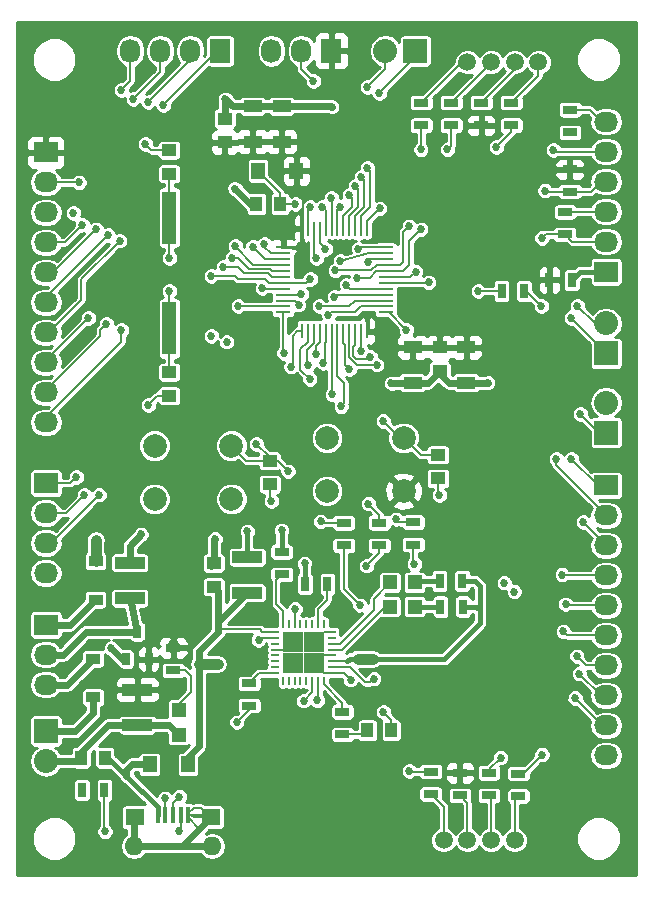
<source format=gtl>
G04 #@! TF.FileFunction,Copper,L1,Top,Signal*
%FSLAX46Y46*%
G04 Gerber Fmt 4.6, Leading zero omitted, Abs format (unit mm)*
G04 Created by KiCad (PCBNEW 4.0.1-stable) date 2/27/2016 10:04:35 PM*
%MOMM*%
G01*
G04 APERTURE LIST*
%ADD10C,0.100000*%
%ADD11R,1.000000X1.250000*%
%ADD12R,1.250000X1.000000*%
%ADD13R,2.500000X1.000000*%
%ADD14O,1.600000X1.600000*%
%ADD15R,0.400000X1.350000*%
%ADD16R,1.600000X1.400000*%
%ADD17R,1.198880X1.198880*%
%ADD18R,1.150620X1.399540*%
%ADD19R,2.032000X1.727200*%
%ADD20O,2.032000X1.727200*%
%ADD21R,1.727200X2.032000*%
%ADD22O,1.727200X2.032000*%
%ADD23R,2.032000X2.032000*%
%ADD24O,2.032000X2.032000*%
%ADD25C,1.500000*%
%ADD26R,1.300000X0.700000*%
%ADD27R,0.700000X1.300000*%
%ADD28R,1.300000X0.250000*%
%ADD29R,0.250000X1.300000*%
%ADD30R,0.700000X0.250000*%
%ADD31R,0.250000X0.700000*%
%ADD32R,1.725000X1.725000*%
%ADD33R,0.650000X1.050000*%
%ADD34C,2.000000*%
%ADD35R,1.200000X4.500000*%
%ADD36R,1.220000X0.910000*%
%ADD37R,1.600000X1.000000*%
%ADD38C,0.685800*%
%ADD39C,0.609600*%
%ADD40C,0.457200*%
%ADD41C,0.152400*%
%ADD42C,0.914400*%
%ADD43C,0.254000*%
G04 APERTURE END LIST*
D10*
D11*
X69326000Y-55372000D03*
X67326000Y-55372000D03*
D12*
X59944000Y-50816000D03*
X59944000Y-52816000D03*
X59944000Y-71612000D03*
X59944000Y-69612000D03*
D11*
X52500000Y-102250000D03*
X54500000Y-102250000D03*
D12*
X63700000Y-85780000D03*
X63700000Y-87780000D03*
D13*
X66550000Y-85280000D03*
X66550000Y-88280000D03*
D11*
X76720000Y-99940000D03*
X78720000Y-99940000D03*
D13*
X56600000Y-88750000D03*
X56600000Y-85750000D03*
X57250000Y-96500000D03*
X57250000Y-99500000D03*
D12*
X68450000Y-77110000D03*
X68450000Y-79110000D03*
X82690000Y-76610000D03*
X82690000Y-78610000D03*
D14*
X63550000Y-109750000D03*
X56950000Y-109750000D03*
D15*
X61550000Y-107075000D03*
X60900000Y-107075000D03*
X60250000Y-107075000D03*
X59600000Y-107075000D03*
X58950000Y-107075000D03*
D16*
X57050000Y-107300000D03*
X63450000Y-107300000D03*
D17*
X80729020Y-87400000D03*
X78630980Y-87400000D03*
X80729020Y-89460000D03*
X78630980Y-89460000D03*
D18*
X61525600Y-102820000D03*
X58274400Y-102820000D03*
X67462400Y-52578000D03*
X70713600Y-52578000D03*
D19*
X96930000Y-79200000D03*
D20*
X96930000Y-81740000D03*
X96930000Y-84280000D03*
X96930000Y-86820000D03*
X96930000Y-89360000D03*
X96930000Y-91900000D03*
X96930000Y-94440000D03*
X96930000Y-96980000D03*
X96930000Y-99520000D03*
X96930000Y-102060000D03*
D19*
X49500000Y-51000000D03*
D20*
X49500000Y-53540000D03*
X49500000Y-56080000D03*
X49500000Y-58620000D03*
X49500000Y-61160000D03*
X49500000Y-63700000D03*
X49500000Y-66240000D03*
X49500000Y-68780000D03*
X49500000Y-71320000D03*
X49500000Y-73860000D03*
D19*
X49500000Y-79000000D03*
D20*
X49500000Y-81540000D03*
X49500000Y-84080000D03*
X49500000Y-86620000D03*
D21*
X64250000Y-42418000D03*
D22*
X61710000Y-42418000D03*
X59170000Y-42418000D03*
X56630000Y-42418000D03*
D23*
X80772000Y-42418000D03*
D24*
X78232000Y-42418000D03*
D23*
X96930000Y-68020000D03*
D24*
X96930000Y-65480000D03*
D23*
X49500000Y-100000000D03*
D24*
X49500000Y-102540000D03*
D19*
X96930000Y-61110000D03*
D20*
X96930000Y-58570000D03*
X96930000Y-56030000D03*
X96930000Y-53490000D03*
X96930000Y-50950000D03*
X96930000Y-48410000D03*
D23*
X96930000Y-74730000D03*
D24*
X96930000Y-72190000D03*
D25*
X91190000Y-43360000D03*
X89190000Y-43360000D03*
X87190000Y-43360000D03*
X85190000Y-43360000D03*
X83180000Y-109230000D03*
X85180000Y-109230000D03*
X87180000Y-109230000D03*
X89180000Y-109230000D03*
D21*
X73660000Y-42418000D03*
D22*
X71120000Y-42418000D03*
X68580000Y-42418000D03*
D26*
X74710000Y-82370000D03*
X74710000Y-84270000D03*
X74610000Y-100270000D03*
X74610000Y-98370000D03*
D27*
X73330000Y-87540000D03*
X71430000Y-87540000D03*
D26*
X69460000Y-84830000D03*
X69460000Y-86730000D03*
X77730000Y-84270000D03*
X77730000Y-82370000D03*
X66720000Y-97850000D03*
X66720000Y-95950000D03*
X80610000Y-84210000D03*
X80610000Y-82310000D03*
D27*
X84740000Y-87280000D03*
X82840000Y-87280000D03*
X84800000Y-89460000D03*
X82900000Y-89460000D03*
X52550000Y-105000000D03*
X54450000Y-105000000D03*
X92130000Y-61800000D03*
X94030000Y-61800000D03*
D26*
X93880000Y-47400000D03*
X93880000Y-49300000D03*
X93840000Y-52430000D03*
X93840000Y-54330000D03*
X93460000Y-57950000D03*
X93460000Y-56050000D03*
D27*
X88080000Y-62740000D03*
X89980000Y-62740000D03*
D28*
X69580000Y-59050000D03*
X69580000Y-59550000D03*
X69580000Y-60050000D03*
X69580000Y-60550000D03*
X69580000Y-61050000D03*
X69580000Y-61550000D03*
X69580000Y-62050000D03*
X69580000Y-62550000D03*
X69580000Y-63050000D03*
X69580000Y-63550000D03*
X69580000Y-64050000D03*
X69580000Y-64550000D03*
D29*
X71180000Y-66150000D03*
X71680000Y-66150000D03*
X72180000Y-66150000D03*
X72680000Y-66150000D03*
X73180000Y-66150000D03*
X73680000Y-66150000D03*
X74180000Y-66150000D03*
X74680000Y-66150000D03*
X75180000Y-66150000D03*
X75680000Y-66150000D03*
X76180000Y-66150000D03*
X76680000Y-66150000D03*
D28*
X78280000Y-64550000D03*
X78280000Y-64050000D03*
X78280000Y-63550000D03*
X78280000Y-63050000D03*
X78280000Y-62550000D03*
X78280000Y-62050000D03*
X78280000Y-61550000D03*
X78280000Y-61050000D03*
X78280000Y-60550000D03*
X78280000Y-60050000D03*
X78280000Y-59550000D03*
X78280000Y-59050000D03*
D29*
X76680000Y-57450000D03*
X76180000Y-57450000D03*
X75680000Y-57450000D03*
X75180000Y-57450000D03*
X74680000Y-57450000D03*
X74180000Y-57450000D03*
X73680000Y-57450000D03*
X73180000Y-57450000D03*
X72680000Y-57450000D03*
X72180000Y-57450000D03*
X71680000Y-57450000D03*
X71180000Y-57450000D03*
D30*
X68900000Y-91600000D03*
X68900000Y-92100000D03*
X68900000Y-92600000D03*
X68900000Y-93100000D03*
X68900000Y-93600000D03*
X68900000Y-94100000D03*
X68900000Y-94600000D03*
X68900000Y-95100000D03*
D31*
X69550000Y-95750000D03*
X70050000Y-95750000D03*
X70550000Y-95750000D03*
X71050000Y-95750000D03*
X71550000Y-95750000D03*
X72050000Y-95750000D03*
X72550000Y-95750000D03*
X73050000Y-95750000D03*
D30*
X73700000Y-95100000D03*
X73700000Y-94600000D03*
X73700000Y-94100000D03*
X73700000Y-93600000D03*
X73700000Y-93100000D03*
X73700000Y-92600000D03*
X73700000Y-92100000D03*
X73700000Y-91600000D03*
D31*
X73050000Y-90950000D03*
X72550000Y-90950000D03*
X72050000Y-90950000D03*
X71550000Y-90950000D03*
X71050000Y-90950000D03*
X70550000Y-90950000D03*
X70050000Y-90950000D03*
X69550000Y-90950000D03*
D32*
X72162500Y-94212500D03*
X72162500Y-92487500D03*
X70437500Y-94212500D03*
X70437500Y-92487500D03*
D33*
X56300000Y-93900000D03*
X58200000Y-93900000D03*
X57250000Y-91600000D03*
D34*
X65200000Y-80340000D03*
X58700000Y-80340000D03*
X65200000Y-75840000D03*
X58700000Y-75840000D03*
X79790000Y-79680000D03*
X73290000Y-79680000D03*
X79790000Y-75180000D03*
X73290000Y-75180000D03*
D35*
X59944000Y-65904000D03*
X59944000Y-56524000D03*
D17*
X60750000Y-98200980D03*
X60750000Y-100299020D03*
D26*
X60290000Y-94860000D03*
X60290000Y-92960000D03*
X82080000Y-105330000D03*
X82080000Y-103430000D03*
X84540000Y-105440000D03*
X84540000Y-103540000D03*
X87000000Y-105440000D03*
X87000000Y-103540000D03*
X89510000Y-105500000D03*
X89510000Y-103600000D03*
X88900000Y-46802000D03*
X88900000Y-48702000D03*
X86360000Y-46802000D03*
X86360000Y-48702000D03*
X83820000Y-46802000D03*
X83820000Y-48702000D03*
X81280000Y-46802000D03*
X81280000Y-48702000D03*
D36*
X53500000Y-93865000D03*
X53500000Y-97135000D03*
X53700000Y-88885000D03*
X53700000Y-85615000D03*
D19*
X49500000Y-91000000D03*
D20*
X49500000Y-93540000D03*
X49500000Y-96080000D03*
D12*
X64650000Y-50150000D03*
X64650000Y-48150000D03*
D37*
X67000000Y-50100000D03*
X67000000Y-47100000D03*
X69450000Y-50100000D03*
X69450000Y-47100000D03*
D12*
X82850000Y-67500000D03*
X82850000Y-69500000D03*
D37*
X85100000Y-67500000D03*
X85100000Y-70500000D03*
X80550000Y-67500000D03*
X80550000Y-70500000D03*
D38*
X73700000Y-47150000D03*
X78750000Y-70550000D03*
X86900000Y-70500000D03*
X64700000Y-46500000D03*
X65532000Y-54102000D03*
X57550000Y-83350000D03*
X71400000Y-85800000D03*
X69450000Y-83000000D03*
X66550000Y-83100000D03*
X76200000Y-67818000D03*
X67818000Y-62484000D03*
X72162500Y-94212500D03*
X70437500Y-94212500D03*
X70437500Y-92487500D03*
X72162500Y-92487500D03*
X71882000Y-55626000D03*
X57912000Y-50292000D03*
X58166000Y-72390000D03*
X82804000Y-80010000D03*
X80264000Y-103378000D03*
X68580000Y-80518000D03*
X87630000Y-50546000D03*
X65660000Y-99240000D03*
X63820000Y-83740000D03*
X75300000Y-95660000D03*
X78080000Y-98380000D03*
X55020000Y-92990000D03*
X59944000Y-59944000D03*
X65278000Y-59944000D03*
X59944000Y-62738000D03*
X64516000Y-60706000D03*
X70000000Y-78000000D03*
X72750000Y-82250000D03*
X63500000Y-61468000D03*
X63500000Y-66548000D03*
X67310000Y-75692000D03*
X71882000Y-61722000D03*
X92456000Y-50800000D03*
X70900000Y-63900000D03*
X78050000Y-73750000D03*
X54500000Y-108500000D03*
X60750000Y-108500000D03*
X60800000Y-105540000D03*
X71310000Y-97440000D03*
X59590000Y-105690000D03*
X72480000Y-97410000D03*
X65786000Y-64008000D03*
X52070000Y-78486000D03*
X73750000Y-71500000D03*
X52750000Y-80000000D03*
X54000000Y-80000000D03*
X74500000Y-72500000D03*
X59436000Y-46990000D03*
X76708000Y-52324000D03*
X58166000Y-46736000D03*
X76200000Y-53086000D03*
X75692000Y-53848000D03*
X56896000Y-46482000D03*
X75184000Y-54610000D03*
X55880000Y-45720000D03*
X77724000Y-45974000D03*
X74422000Y-55626000D03*
X73660000Y-54864000D03*
X76708000Y-45466000D03*
X93980000Y-65024000D03*
X74422000Y-60198000D03*
X94488000Y-64008000D03*
X75946000Y-59182000D03*
X77750000Y-55750000D03*
X91500000Y-58250000D03*
X76750000Y-60250000D03*
X91750000Y-54250000D03*
X94742000Y-73152000D03*
X91440000Y-64008000D03*
X88000000Y-102250000D03*
X75850000Y-61600000D03*
X81250000Y-57500000D03*
X83500000Y-50750000D03*
X91500000Y-102000000D03*
X74000000Y-61000000D03*
X80250000Y-57250000D03*
X81250000Y-50750000D03*
X72898000Y-55626000D03*
X72136000Y-44958000D03*
X76080000Y-89330000D03*
X77270000Y-95570000D03*
X76630000Y-86010000D03*
X70600000Y-89650000D03*
X69650000Y-68000000D03*
X76800000Y-80750000D03*
X80700000Y-85840000D03*
X67500000Y-92290000D03*
X79150000Y-82050000D03*
X70250000Y-69150000D03*
X86106000Y-62738000D03*
X74930000Y-62230000D03*
X53750000Y-83800000D03*
X75940000Y-93860000D03*
X64050000Y-94300000D03*
X93980000Y-76962000D03*
X80010000Y-66040000D03*
X92710000Y-76962000D03*
X76962000Y-68326000D03*
X94996000Y-82296000D03*
X77500000Y-69000000D03*
X53750000Y-57500000D03*
X68000000Y-58750000D03*
X54750000Y-58000000D03*
X67000000Y-59000000D03*
X55750000Y-58500000D03*
X65532000Y-58928000D03*
X53086000Y-65024000D03*
X73914000Y-63246000D03*
X54610000Y-65532000D03*
X72644000Y-64008000D03*
X55880000Y-66040000D03*
X73406000Y-64770000D03*
X81900000Y-62000000D03*
X94300000Y-97200000D03*
X88300000Y-87450000D03*
X94650000Y-95150000D03*
X89150000Y-88200000D03*
X80800000Y-61100000D03*
X71850000Y-70200000D03*
X94450000Y-93650000D03*
X71700000Y-69000000D03*
X93300000Y-91550000D03*
X72350000Y-68050000D03*
X93500000Y-89250000D03*
X73000000Y-68850000D03*
X93200000Y-86750000D03*
X52300000Y-53550000D03*
X64800000Y-67050000D03*
X75200000Y-69350000D03*
X73152000Y-59182000D03*
X51816000Y-56134000D03*
X72390000Y-59944000D03*
X52578000Y-57150000D03*
X71120000Y-62992000D03*
X70612000Y-55372000D03*
D39*
X69450000Y-47100000D02*
X73650000Y-47100000D01*
X73650000Y-47100000D02*
X73700000Y-47150000D01*
X80550000Y-70500000D02*
X78800000Y-70500000D01*
X78800000Y-70500000D02*
X78750000Y-70550000D01*
X85100000Y-70500000D02*
X86900000Y-70500000D01*
X80550000Y-70500000D02*
X81850000Y-70500000D01*
X81850000Y-70500000D02*
X82850000Y-69500000D01*
X82850000Y-69500000D02*
X82850000Y-69750000D01*
X82850000Y-69750000D02*
X83600000Y-70500000D01*
X83600000Y-70500000D02*
X85100000Y-70500000D01*
X67000000Y-47100000D02*
X65300000Y-47100000D01*
X64650000Y-46550000D02*
X64700000Y-46500000D01*
X64650000Y-46550000D02*
X64650000Y-48150000D01*
X65300000Y-47100000D02*
X64700000Y-46500000D01*
X67326000Y-55372000D02*
X66802000Y-55372000D01*
X65450000Y-54020000D02*
X65532000Y-54102000D01*
X66802000Y-55372000D02*
X65532000Y-54102000D01*
X66850000Y-46950000D02*
X67000000Y-47100000D01*
X67000000Y-47100000D02*
X69450000Y-47100000D01*
X56600000Y-85750000D02*
X56600000Y-84300000D01*
X56600000Y-84300000D02*
X57550000Y-83350000D01*
D40*
X71430000Y-87540000D02*
X71430000Y-85830000D01*
X71430000Y-85830000D02*
X71400000Y-85800000D01*
X69460000Y-84830000D02*
X69460000Y-83010000D01*
X69460000Y-83010000D02*
X69450000Y-83000000D01*
X66550000Y-85280000D02*
X66550000Y-83100000D01*
D41*
X76180000Y-67798000D02*
X76180000Y-66150000D01*
X76180000Y-67798000D02*
X76200000Y-67818000D01*
X69580000Y-62550000D02*
X67884000Y-62550000D01*
X67884000Y-62550000D02*
X67818000Y-62484000D01*
X69825000Y-93100000D02*
X70437500Y-92487500D01*
X73050000Y-91600000D02*
X72162500Y-92487500D01*
X73700000Y-91600000D02*
X73050000Y-91600000D01*
X71680000Y-57450000D02*
X71680000Y-55828000D01*
X71680000Y-55828000D02*
X71882000Y-55626000D01*
X59944000Y-50816000D02*
X58436000Y-50816000D01*
X58436000Y-50816000D02*
X57912000Y-50292000D01*
X59944000Y-71612000D02*
X58944000Y-71612000D01*
X58944000Y-71612000D02*
X58166000Y-72390000D01*
X82690000Y-78610000D02*
X82690000Y-79896000D01*
X82690000Y-79896000D02*
X82804000Y-80010000D01*
X82080000Y-103430000D02*
X80316000Y-103430000D01*
X80316000Y-103430000D02*
X80264000Y-103378000D01*
X68450000Y-79110000D02*
X68450000Y-80388000D01*
X68450000Y-80388000D02*
X68580000Y-80518000D01*
X68450000Y-79110000D02*
X68210000Y-79110000D01*
X88900000Y-48702000D02*
X88900000Y-49276000D01*
X88900000Y-49276000D02*
X87630000Y-50546000D01*
X96930000Y-56030000D02*
X93480000Y-56030000D01*
X93480000Y-56030000D02*
X93460000Y-56050000D01*
X66720000Y-97850000D02*
X66720000Y-98180000D01*
X66720000Y-98180000D02*
X65660000Y-99240000D01*
D39*
X63700000Y-85780000D02*
X63700000Y-83860000D01*
X63700000Y-83860000D02*
X63820000Y-83740000D01*
X63480000Y-86000000D02*
X63700000Y-85780000D01*
D41*
X73700000Y-95100000D02*
X73050000Y-95100000D01*
X73050000Y-95100000D02*
X72162500Y-94212500D01*
X73700000Y-93600000D02*
X72775000Y-93600000D01*
X72775000Y-93600000D02*
X72162500Y-94212500D01*
X68900000Y-93100000D02*
X69825000Y-93100000D01*
X73700000Y-95100000D02*
X74740000Y-95100000D01*
X74740000Y-95100000D02*
X75300000Y-95660000D01*
X78720000Y-99940000D02*
X78720000Y-99020000D01*
X78720000Y-99020000D02*
X78080000Y-98380000D01*
D39*
X52500000Y-101790000D02*
X54790000Y-99500000D01*
X54790000Y-99500000D02*
X57250000Y-99500000D01*
X49500000Y-102540000D02*
X52210000Y-102540000D01*
X52500000Y-102250000D02*
X52500000Y-101790000D01*
X52210000Y-102540000D02*
X52500000Y-102250000D01*
X56300000Y-93900000D02*
X55930000Y-93900000D01*
X55930000Y-93900000D02*
X55020000Y-92990000D01*
X57250000Y-99500000D02*
X59950980Y-99500000D01*
X59950980Y-99500000D02*
X60750000Y-100299020D01*
X63550000Y-109750000D02*
X61000000Y-109750000D01*
D41*
X61550000Y-107075000D02*
X61825000Y-107075000D01*
X62050000Y-107300000D02*
X63450000Y-107300000D01*
X61825000Y-107075000D02*
X62050000Y-107300000D01*
X61550000Y-107075000D02*
X61550000Y-106950000D01*
X61550000Y-106950000D02*
X62000000Y-106500000D01*
X62000000Y-106500000D02*
X62650000Y-106500000D01*
X62650000Y-106500000D02*
X63450000Y-107300000D01*
X61550000Y-107075000D02*
X63225000Y-107075000D01*
X63225000Y-107075000D02*
X63450000Y-107300000D01*
X61550000Y-107075000D02*
X61550000Y-107300000D01*
X61550000Y-107300000D02*
X62500000Y-108250000D01*
D39*
X56950000Y-109750000D02*
X61000000Y-109750000D01*
X61000000Y-109750000D02*
X62500000Y-108250000D01*
X62500000Y-108250000D02*
X63450000Y-107300000D01*
X56950000Y-109750000D02*
X56950000Y-107400000D01*
X56950000Y-107400000D02*
X57050000Y-107300000D01*
D41*
X65278000Y-59944000D02*
X65786000Y-59944000D01*
X68670000Y-61050000D02*
X69580000Y-61050000D01*
X68474802Y-60854802D02*
X68670000Y-61050000D01*
X66696802Y-60854802D02*
X68474802Y-60854802D01*
X65786000Y-59944000D02*
X66696802Y-60854802D01*
X65368000Y-60034000D02*
X65278000Y-59944000D01*
X59944000Y-59944000D02*
X59944000Y-56524000D01*
X59944000Y-56524000D02*
X59944000Y-52816000D01*
X59740000Y-56280000D02*
X59960000Y-56500000D01*
X64516000Y-60706000D02*
X65786000Y-60706000D01*
X68662000Y-61550000D02*
X69580000Y-61550000D01*
X68326000Y-61214000D02*
X68662000Y-61550000D01*
X66294000Y-61214000D02*
X68326000Y-61214000D01*
X65786000Y-60706000D02*
X66294000Y-61214000D01*
X64688000Y-60534000D02*
X64516000Y-60706000D01*
X59944000Y-62738000D02*
X59944000Y-65904000D01*
X59944000Y-69612000D02*
X59944000Y-65904000D01*
X60350000Y-66270000D02*
X59960000Y-65880000D01*
D39*
X56320000Y-103820000D02*
X56320000Y-103280000D01*
X56780000Y-102820000D02*
X58274400Y-102820000D01*
X56320000Y-103280000D02*
X56780000Y-102820000D01*
D40*
X58950000Y-106450000D02*
X56320000Y-103820000D01*
X56320000Y-103820000D02*
X54750000Y-102250000D01*
X54750000Y-102250000D02*
X54500000Y-102250000D01*
X58950000Y-107075000D02*
X58950000Y-106450000D01*
D41*
X58950000Y-107075000D02*
X58950000Y-106950000D01*
X74610000Y-100270000D02*
X76390000Y-100270000D01*
X76390000Y-100270000D02*
X76720000Y-99940000D01*
D39*
X57250000Y-91600000D02*
X57250000Y-91590000D01*
X57250000Y-91590000D02*
X56600000Y-88750000D01*
X49750000Y-93540000D02*
X50960000Y-93540000D01*
X52900000Y-91600000D02*
X57250000Y-91600000D01*
X50960000Y-93540000D02*
X52900000Y-91600000D01*
D41*
X71180000Y-57450000D02*
X71180000Y-56120000D01*
X70713600Y-54263600D02*
X70713600Y-52578000D01*
X71250000Y-54800000D02*
X70713600Y-54263600D01*
X71250000Y-56050000D02*
X71250000Y-54800000D01*
X71180000Y-56120000D02*
X71250000Y-56050000D01*
X71180000Y-57450000D02*
X70100000Y-57450000D01*
X69600000Y-57950000D02*
X69600000Y-59030000D01*
X70100000Y-57450000D02*
X69600000Y-57950000D01*
X69600000Y-59030000D02*
X69580000Y-59050000D01*
X71180000Y-57450000D02*
X71180000Y-56445198D01*
X71180000Y-56445198D02*
X71300000Y-56325198D01*
X76680000Y-66150000D02*
X78050000Y-66150000D01*
D42*
X60290000Y-92960000D02*
X60290000Y-92650000D01*
D41*
X74710000Y-82370000D02*
X72870000Y-82370000D01*
X69110000Y-77110000D02*
X68450000Y-77110000D01*
X70000000Y-78000000D02*
X69110000Y-77110000D01*
X72870000Y-82370000D02*
X72750000Y-82250000D01*
X68450000Y-77110000D02*
X68450000Y-76832000D01*
X68450000Y-76832000D02*
X67310000Y-75692000D01*
X68400000Y-62050000D02*
X69580000Y-62050000D01*
X68072000Y-61722000D02*
X68400000Y-62050000D01*
X65786000Y-61722000D02*
X68072000Y-61722000D01*
X65532000Y-61468000D02*
X65786000Y-61722000D01*
X63500000Y-61468000D02*
X65532000Y-61468000D01*
X96930000Y-50950000D02*
X92606000Y-50950000D01*
X71554000Y-62050000D02*
X69580000Y-62050000D01*
X71882000Y-61722000D02*
X71554000Y-62050000D01*
X92606000Y-50950000D02*
X92456000Y-50800000D01*
X68450000Y-77110000D02*
X66470000Y-77110000D01*
X66470000Y-77110000D02*
X65200000Y-75840000D01*
X79790000Y-75180000D02*
X79480000Y-75180000D01*
X79480000Y-75180000D02*
X78050000Y-73750000D01*
X70600000Y-63600000D02*
X69630000Y-63600000D01*
X70900000Y-63900000D02*
X70600000Y-63600000D01*
X69630000Y-63600000D02*
X69580000Y-63550000D01*
X82690000Y-76610000D02*
X81220000Y-76610000D01*
X81220000Y-76610000D02*
X79790000Y-75180000D01*
X60900000Y-107075000D02*
X60900000Y-108350000D01*
X54450000Y-108450000D02*
X54450000Y-105000000D01*
X54500000Y-108500000D02*
X54450000Y-108450000D01*
X60900000Y-108350000D02*
X60750000Y-108500000D01*
X60250000Y-106090000D02*
X60800000Y-105540000D01*
X60250000Y-107075000D02*
X60250000Y-106090000D01*
X72050000Y-96700000D02*
X72050000Y-95750000D01*
X71310000Y-97440000D02*
X72050000Y-96700000D01*
X59600000Y-105700000D02*
X59590000Y-105690000D01*
X59600000Y-107075000D02*
X59600000Y-105700000D01*
X72550000Y-97340000D02*
X72550000Y-95750000D01*
X72480000Y-97410000D02*
X72550000Y-97340000D01*
D39*
X49500000Y-100000000D02*
X52000000Y-100000000D01*
X53500000Y-98500000D02*
X53500000Y-97135000D01*
X52000000Y-100000000D02*
X53500000Y-98500000D01*
D40*
X82840000Y-87280000D02*
X80849020Y-87280000D01*
X80849020Y-87280000D02*
X80729020Y-87400000D01*
D41*
X73700000Y-92600000D02*
X74370000Y-92600000D01*
X77250000Y-88780980D02*
X78630980Y-87400000D01*
X77250000Y-89720000D02*
X77250000Y-88780980D01*
X74370000Y-92600000D02*
X77250000Y-89720000D01*
D40*
X82900000Y-89460000D02*
X80729020Y-89460000D01*
D41*
X49500000Y-79000000D02*
X51556000Y-79000000D01*
X65828000Y-64050000D02*
X69580000Y-64050000D01*
X65786000Y-64008000D02*
X65828000Y-64050000D01*
X51556000Y-79000000D02*
X52070000Y-78486000D01*
X49500000Y-81540000D02*
X51210000Y-81540000D01*
X73680000Y-71430000D02*
X73680000Y-66150000D01*
X73750000Y-71500000D02*
X73680000Y-71430000D01*
X51210000Y-81540000D02*
X52750000Y-80000000D01*
X49500000Y-84080000D02*
X49920000Y-84080000D01*
X49920000Y-84080000D02*
X54000000Y-80000000D01*
X74500000Y-72500000D02*
X74750000Y-72250000D01*
X74750000Y-72250000D02*
X74750000Y-70500000D01*
X74750000Y-70500000D02*
X74180000Y-69930000D01*
X74180000Y-69930000D02*
X74180000Y-66150000D01*
X64250000Y-42418000D02*
X64008000Y-42418000D01*
X64008000Y-42418000D02*
X59436000Y-46990000D01*
X76708000Y-52324000D02*
X76962000Y-52578000D01*
X76962000Y-52578000D02*
X76962000Y-55626000D01*
X76962000Y-55626000D02*
X76180000Y-56408000D01*
X76180000Y-56408000D02*
X76180000Y-57450000D01*
X61710000Y-43192000D02*
X58166000Y-46736000D01*
X61710000Y-42418000D02*
X61710000Y-43192000D01*
X76200000Y-53086000D02*
X76454000Y-53340000D01*
X76454000Y-53340000D02*
X76454000Y-55626000D01*
X76454000Y-55626000D02*
X75680000Y-56400000D01*
X75680000Y-56400000D02*
X75680000Y-57450000D01*
X59170000Y-42418000D02*
X59170000Y-44208000D01*
X75180000Y-56392000D02*
X75180000Y-57450000D01*
X75946000Y-55626000D02*
X75180000Y-56392000D01*
X75946000Y-54102000D02*
X75946000Y-55626000D01*
X75692000Y-53848000D02*
X75946000Y-54102000D01*
X59170000Y-44208000D02*
X56896000Y-46482000D01*
X74680000Y-56384000D02*
X75438000Y-55626000D01*
X75438000Y-55626000D02*
X75438000Y-54864000D01*
X75438000Y-54864000D02*
X75184000Y-54610000D01*
X74680000Y-57450000D02*
X74680000Y-56384000D01*
X56630000Y-44970000D02*
X56630000Y-42418000D01*
X55880000Y-45720000D02*
X56630000Y-44970000D01*
X80772000Y-42418000D02*
X80772000Y-42926000D01*
X80772000Y-42926000D02*
X77724000Y-45974000D01*
X74422000Y-55626000D02*
X74180000Y-55868000D01*
X74180000Y-55868000D02*
X74180000Y-57450000D01*
X78232000Y-42418000D02*
X78232000Y-43942000D01*
X73680000Y-54884000D02*
X73680000Y-57450000D01*
X73660000Y-54864000D02*
X73680000Y-54884000D01*
X78232000Y-43942000D02*
X76708000Y-45466000D01*
X96930000Y-67974000D02*
X93980000Y-65024000D01*
X78280000Y-59550000D02*
X76848000Y-59550000D01*
X74422000Y-60198000D02*
X76848000Y-59550000D01*
X96930000Y-68020000D02*
X96930000Y-67974000D01*
X96930000Y-65480000D02*
X95960000Y-65480000D01*
X95960000Y-65480000D02*
X94488000Y-64008000D01*
X75946000Y-59182000D02*
X76078000Y-59050000D01*
X76078000Y-59050000D02*
X78280000Y-59050000D01*
D40*
X96930000Y-61110000D02*
X94720000Y-61110000D01*
X94720000Y-61110000D02*
X94030000Y-61800000D01*
D41*
X76680000Y-57450000D02*
X76680000Y-56820000D01*
X76680000Y-56820000D02*
X77750000Y-55750000D01*
X91500000Y-58250000D02*
X91800000Y-57950000D01*
X91800000Y-57950000D02*
X93460000Y-57950000D01*
X96930000Y-58570000D02*
X94080000Y-58570000D01*
X94080000Y-58570000D02*
X93460000Y-57950000D01*
X76950000Y-60050000D02*
X76750000Y-60250000D01*
X78280000Y-60050000D02*
X76950000Y-60050000D01*
X91830000Y-54330000D02*
X93840000Y-54330000D01*
X91750000Y-54250000D02*
X91830000Y-54330000D01*
X96930000Y-53490000D02*
X96470000Y-53490000D01*
X96470000Y-53490000D02*
X95630000Y-54330000D01*
X95630000Y-54330000D02*
X93840000Y-54330000D01*
X96930000Y-48410000D02*
X96560000Y-48410000D01*
X96560000Y-48410000D02*
X95550000Y-47400000D01*
X95550000Y-47400000D02*
X93880000Y-47400000D01*
X96930000Y-74730000D02*
X96320000Y-74730000D01*
X96320000Y-74730000D02*
X94742000Y-73152000D01*
X91440000Y-64008000D02*
X90172000Y-62740000D01*
X90172000Y-62740000D02*
X89980000Y-62740000D01*
X78280000Y-61050000D02*
X77450000Y-61050000D01*
X88000000Y-102250000D02*
X87000000Y-103250000D01*
X76900000Y-61600000D02*
X77450000Y-61050000D01*
X75850000Y-61600000D02*
X76900000Y-61600000D01*
X87000000Y-103540000D02*
X87000000Y-103250000D01*
X83820000Y-50430000D02*
X83820000Y-48702000D01*
X78280000Y-61050000D02*
X79700000Y-61050000D01*
X80250000Y-60500000D02*
X79700000Y-61050000D01*
X80250000Y-58500000D02*
X80250000Y-60500000D01*
X81250000Y-57500000D02*
X80250000Y-58500000D01*
X83820000Y-50430000D02*
X83500000Y-50750000D01*
X89510000Y-103600000D02*
X89900000Y-103600000D01*
X89900000Y-103600000D02*
X91500000Y-102000000D01*
X74000000Y-61000000D02*
X77000000Y-61000000D01*
X77000000Y-61000000D02*
X77500000Y-60500000D01*
X77500000Y-60500000D02*
X78230000Y-60500000D01*
X78230000Y-60500000D02*
X78280000Y-60550000D01*
X81280000Y-48702000D02*
X81280000Y-50720000D01*
X79450000Y-60550000D02*
X78280000Y-60550000D01*
X79750000Y-60250000D02*
X79450000Y-60550000D01*
X79750000Y-57750000D02*
X79750000Y-60250000D01*
X80250000Y-57250000D02*
X79750000Y-57750000D01*
X81280000Y-50720000D02*
X81250000Y-50750000D01*
X71120000Y-42418000D02*
X71120000Y-43942000D01*
X73180000Y-55908000D02*
X73180000Y-57450000D01*
X72898000Y-55626000D02*
X73180000Y-55908000D01*
X71120000Y-43942000D02*
X72136000Y-44958000D01*
X74710000Y-85120000D02*
X74710000Y-84270000D01*
X76500000Y-95870000D02*
X76970000Y-95870000D01*
X75230000Y-94600000D02*
X76500000Y-95870000D01*
X73700000Y-94600000D02*
X75230000Y-94600000D01*
X74710000Y-87960000D02*
X74710000Y-85120000D01*
X74710000Y-85120000D02*
X74710000Y-85110000D01*
X76080000Y-89330000D02*
X74710000Y-87960000D01*
X76970000Y-95870000D02*
X77270000Y-95570000D01*
X73050000Y-95750000D02*
X73050000Y-96030000D01*
X73050000Y-96030000D02*
X74610000Y-97590000D01*
X74610000Y-97590000D02*
X74610000Y-98370000D01*
X72550000Y-90950000D02*
X72550000Y-89700000D01*
X73330000Y-88920000D02*
X73330000Y-87540000D01*
X72550000Y-89700000D02*
X73330000Y-88920000D01*
X69550000Y-90950000D02*
X69550000Y-89840000D01*
X68980000Y-87210000D02*
X69460000Y-86730000D01*
X68980000Y-89270000D02*
X68980000Y-87210000D01*
X69550000Y-89840000D02*
X68980000Y-89270000D01*
X70550000Y-90950000D02*
X70550000Y-89700000D01*
X77730000Y-84910000D02*
X77730000Y-84270000D01*
X76630000Y-86010000D02*
X77730000Y-84910000D01*
X70550000Y-89700000D02*
X70600000Y-89650000D01*
X77730000Y-82370000D02*
X77730000Y-81680000D01*
X69580000Y-67930000D02*
X69580000Y-64550000D01*
X69650000Y-68000000D02*
X69580000Y-67930000D01*
X77730000Y-81680000D02*
X76800000Y-80750000D01*
X68900000Y-95100000D02*
X67560000Y-95100000D01*
X67560000Y-95100000D02*
X66720000Y-95940000D01*
X66720000Y-95940000D02*
X66720000Y-95950000D01*
X68900000Y-92100000D02*
X67690000Y-92100000D01*
X80610000Y-85750000D02*
X80610000Y-84210000D01*
X80700000Y-85840000D02*
X80610000Y-85750000D01*
X67690000Y-92100000D02*
X67500000Y-92290000D01*
X79410000Y-82310000D02*
X79150000Y-82050000D01*
X80610000Y-82310000D02*
X79410000Y-82310000D01*
X70800000Y-66150000D02*
X71180000Y-66150000D01*
X70400000Y-66550000D02*
X70800000Y-66150000D01*
X70400000Y-69000000D02*
X70400000Y-66550000D01*
X70250000Y-69150000D02*
X70400000Y-69000000D01*
X86108000Y-62740000D02*
X86106000Y-62738000D01*
X74930000Y-62230000D02*
X75250000Y-62550000D01*
X78280000Y-62550000D02*
X75250000Y-62550000D01*
X86108000Y-62740000D02*
X88080000Y-62740000D01*
X60750000Y-98200980D02*
X60750000Y-97670000D01*
X60750000Y-97670000D02*
X61750000Y-96670000D01*
X61270000Y-94860000D02*
X60290000Y-94860000D01*
X61750000Y-95340000D02*
X61270000Y-94860000D01*
X61750000Y-96670000D02*
X61750000Y-95340000D01*
X60750000Y-98200980D02*
X60750000Y-98160000D01*
X91190000Y-43360000D02*
X91190000Y-44512000D01*
X91190000Y-44512000D02*
X88900000Y-46802000D01*
X89190000Y-43360000D02*
X89190000Y-43972000D01*
X89190000Y-43972000D02*
X86360000Y-46802000D01*
X87190000Y-43360000D02*
X87190000Y-43432000D01*
X87190000Y-43432000D02*
X83820000Y-46802000D01*
X85190000Y-43360000D02*
X84722000Y-43360000D01*
X84722000Y-43360000D02*
X81280000Y-46802000D01*
X85190000Y-43360000D02*
X85190000Y-43950000D01*
X83180000Y-109230000D02*
X83180000Y-106430000D01*
X83180000Y-106430000D02*
X82080000Y-105330000D01*
X85180000Y-109230000D02*
X85180000Y-106080000D01*
X85180000Y-106080000D02*
X84540000Y-105440000D01*
X87180000Y-109230000D02*
X87180000Y-105620000D01*
X87180000Y-105620000D02*
X87000000Y-105440000D01*
X89180000Y-109230000D02*
X89180000Y-105830000D01*
X89180000Y-105830000D02*
X89510000Y-105500000D01*
D39*
X49750000Y-96080000D02*
X51285000Y-96080000D01*
X51285000Y-96080000D02*
X53500000Y-93865000D01*
X49750000Y-91000000D02*
X51500000Y-91000000D01*
X53615000Y-88885000D02*
X53700000Y-88885000D01*
X51500000Y-91000000D02*
X53615000Y-88885000D01*
D41*
X73700000Y-94100000D02*
X75010000Y-94100000D01*
D40*
X75250000Y-93860000D02*
X75010000Y-94100000D01*
X75250000Y-93860000D02*
X75940000Y-93860000D01*
D42*
X53700000Y-83850000D02*
X53700000Y-85615000D01*
X53750000Y-83800000D02*
X53700000Y-83850000D01*
D40*
X84800000Y-89460000D02*
X85950000Y-89460000D01*
X85950000Y-89460000D02*
X86260000Y-89770000D01*
X77180000Y-93890000D02*
X83240000Y-93890000D01*
D42*
X75970000Y-93890000D02*
X77180000Y-93890000D01*
X75940000Y-93860000D02*
X75970000Y-93890000D01*
D40*
X85830000Y-87280000D02*
X84740000Y-87280000D01*
X86260000Y-87710000D02*
X85830000Y-87280000D01*
X86260000Y-90870000D02*
X86260000Y-89770000D01*
X86260000Y-89770000D02*
X86260000Y-87710000D01*
X83240000Y-93890000D02*
X86260000Y-90870000D01*
D42*
X62450000Y-94300000D02*
X64050000Y-94300000D01*
D41*
X64100000Y-91360000D02*
X67610000Y-91360000D01*
X67830000Y-91580000D02*
X68880000Y-91580000D01*
X67610000Y-91360000D02*
X67830000Y-91580000D01*
X68880000Y-91580000D02*
X68900000Y-91600000D01*
D39*
X64100000Y-91360000D02*
X64100000Y-90730000D01*
X64100000Y-90730000D02*
X66550000Y-88280000D01*
X64100000Y-91600000D02*
X64100000Y-91360000D01*
X64100000Y-91360000D02*
X64100000Y-88180000D01*
X64100000Y-88180000D02*
X63700000Y-87780000D01*
X62450000Y-96110000D02*
X62450000Y-94300000D01*
X62450000Y-94300000D02*
X62450000Y-94210000D01*
X62450000Y-94210000D02*
X62450000Y-93250000D01*
X62450000Y-93250000D02*
X63830000Y-91870000D01*
X63830000Y-91870000D02*
X64100000Y-91600000D01*
D41*
X64100000Y-91600000D02*
X64050000Y-91550000D01*
D39*
X61525600Y-102820000D02*
X61525600Y-102224400D01*
X61525600Y-102224400D02*
X62450000Y-101300000D01*
X62450000Y-101300000D02*
X62450000Y-96110000D01*
X62450000Y-96110000D02*
X62450000Y-96090000D01*
D41*
X73700000Y-93100000D02*
X74540000Y-93100000D01*
X74540000Y-93100000D02*
X78180000Y-89460000D01*
X78180000Y-89460000D02*
X78630980Y-89460000D01*
X96930000Y-79200000D02*
X96218000Y-79200000D01*
X96218000Y-79200000D02*
X93980000Y-76962000D01*
X80010000Y-66040000D02*
X78520000Y-64550000D01*
X78520000Y-64550000D02*
X78280000Y-64550000D01*
X76962000Y-68326000D02*
X76924000Y-68326000D01*
X96930000Y-81690000D02*
X92710000Y-77470000D01*
X92710000Y-77470000D02*
X92710000Y-76962000D01*
X75680000Y-67320000D02*
X75680000Y-66150000D01*
X75500000Y-67500000D02*
X75680000Y-67320000D01*
X75500000Y-68250000D02*
X75500000Y-67500000D01*
X75750000Y-68500000D02*
X75500000Y-68250000D01*
X76750000Y-68500000D02*
X75750000Y-68500000D01*
X76924000Y-68326000D02*
X76750000Y-68500000D01*
X96930000Y-81740000D02*
X96930000Y-81690000D01*
X75680000Y-67068000D02*
X75680000Y-66150000D01*
X75180000Y-66150000D02*
X75180000Y-68361056D01*
X94996000Y-82296000D02*
X96930000Y-84230000D01*
X75818944Y-69000000D02*
X77500000Y-69000000D01*
X75180000Y-68361056D02*
X75818944Y-69000000D01*
X96930000Y-84280000D02*
X96930000Y-84230000D01*
X68000000Y-58750000D02*
X68000000Y-59000000D01*
X68550000Y-59550000D02*
X69580000Y-59550000D01*
X68000000Y-59000000D02*
X68550000Y-59550000D01*
X49500000Y-61160000D02*
X50090000Y-61160000D01*
X50090000Y-61160000D02*
X53750000Y-57500000D01*
X68000000Y-58750000D02*
X68050000Y-58800000D01*
X49500000Y-63700000D02*
X49500000Y-63250000D01*
X49500000Y-63250000D02*
X54750000Y-58000000D01*
X67000000Y-59000000D02*
X68050000Y-60050000D01*
X68050000Y-60050000D02*
X69580000Y-60050000D01*
X49500000Y-66240000D02*
X49760000Y-66240000D01*
X49760000Y-66240000D02*
X52500000Y-63500000D01*
X52500000Y-63500000D02*
X52500000Y-61750000D01*
X52500000Y-61750000D02*
X55750000Y-58500000D01*
X65532000Y-58928000D02*
X67050000Y-60550000D01*
X67050000Y-60550000D02*
X69580000Y-60550000D01*
X49500000Y-68780000D02*
X49500000Y-68610000D01*
X49500000Y-68610000D02*
X53086000Y-65024000D01*
X73914000Y-63246000D02*
X74110000Y-63050000D01*
X74110000Y-63050000D02*
X78280000Y-63050000D01*
X49500000Y-71320000D02*
X49500000Y-71150000D01*
X49500000Y-71150000D02*
X54102000Y-66548000D01*
X54102000Y-66548000D02*
X54102000Y-66040000D01*
X54102000Y-66040000D02*
X54610000Y-65532000D01*
X72644000Y-64008000D02*
X75184000Y-64008000D01*
X75184000Y-64008000D02*
X75642000Y-63550000D01*
X75642000Y-63550000D02*
X78280000Y-63550000D01*
X49500000Y-73860000D02*
X49500000Y-73436000D01*
X49500000Y-73436000D02*
X55880000Y-67056000D01*
X55880000Y-67056000D02*
X55880000Y-66040000D01*
X73406000Y-64770000D02*
X73660000Y-64516000D01*
X73660000Y-64516000D02*
X75692000Y-64516000D01*
X75692000Y-64516000D02*
X76158000Y-64050000D01*
X76158000Y-64050000D02*
X78280000Y-64050000D01*
X81850000Y-62050000D02*
X78280000Y-62050000D01*
X81900000Y-62000000D02*
X81850000Y-62050000D01*
X96930000Y-99520000D02*
X96620000Y-99520000D01*
X96620000Y-99520000D02*
X94300000Y-97200000D01*
X96930000Y-96980000D02*
X96480000Y-96980000D01*
X96480000Y-96980000D02*
X94650000Y-95150000D01*
X80800000Y-61100000D02*
X80350000Y-61550000D01*
X80350000Y-61550000D02*
X78280000Y-61550000D01*
X96930000Y-94440000D02*
X95240000Y-94440000D01*
X71680000Y-67020000D02*
X71680000Y-66150000D01*
X71050000Y-67650000D02*
X71680000Y-67020000D01*
X71050000Y-69400000D02*
X71050000Y-67650000D01*
X71850000Y-70200000D02*
X71050000Y-69400000D01*
X95240000Y-94440000D02*
X94450000Y-93650000D01*
X96930000Y-91900000D02*
X93650000Y-91900000D01*
X72180000Y-67120000D02*
X72180000Y-66150000D01*
X71600000Y-67700000D02*
X72180000Y-67120000D01*
X71600000Y-68900000D02*
X71600000Y-67700000D01*
X71700000Y-69000000D02*
X71600000Y-68900000D01*
X93650000Y-91900000D02*
X93300000Y-91550000D01*
X96930000Y-89360000D02*
X93610000Y-89360000D01*
X72680000Y-67070000D02*
X72680000Y-66150000D01*
X72365528Y-67384472D02*
X72680000Y-67070000D01*
X72365528Y-68034472D02*
X72365528Y-67384472D01*
X72350000Y-68050000D02*
X72365528Y-68034472D01*
X93610000Y-89360000D02*
X93500000Y-89250000D01*
X96930000Y-86820000D02*
X93270000Y-86820000D01*
X73180000Y-67020000D02*
X73180000Y-66150000D01*
X73100000Y-67100000D02*
X73180000Y-67020000D01*
X73100000Y-68750000D02*
X73100000Y-67100000D01*
X73000000Y-68850000D02*
X73100000Y-68750000D01*
X93270000Y-86820000D02*
X93200000Y-86750000D01*
X52290000Y-53540000D02*
X49500000Y-53540000D01*
X52300000Y-53550000D02*
X52290000Y-53540000D01*
X74850000Y-69000000D02*
X75200000Y-69350000D01*
X74850000Y-67300000D02*
X74850000Y-69000000D01*
X74680000Y-67130000D02*
X74850000Y-67300000D01*
X74680000Y-66150000D02*
X74680000Y-67130000D01*
X72680000Y-58710000D02*
X72680000Y-57450000D01*
X73152000Y-59182000D02*
X72680000Y-58710000D01*
X49500000Y-58620000D02*
X51108000Y-58620000D01*
X72180000Y-59734000D02*
X72180000Y-57450000D01*
X72390000Y-59944000D02*
X72180000Y-59734000D01*
X51108000Y-58620000D02*
X52578000Y-57150000D01*
X69326000Y-55372000D02*
X69326000Y-54441600D01*
X69326000Y-54441600D02*
X67462400Y-52578000D01*
X69326000Y-55372000D02*
X70612000Y-55372000D01*
X71062000Y-63050000D02*
X69580000Y-63050000D01*
X71120000Y-62992000D02*
X71062000Y-63050000D01*
D43*
G36*
X99444000Y-112194000D02*
X47056000Y-112194000D01*
X47056000Y-109472513D01*
X48318674Y-109472513D01*
X48604436Y-110164109D01*
X49133108Y-110693704D01*
X49824204Y-110980673D01*
X50572513Y-110981326D01*
X51264109Y-110695564D01*
X51793704Y-110166892D01*
X52080673Y-109475796D01*
X52081326Y-108727487D01*
X51795564Y-108035891D01*
X51266892Y-107506296D01*
X50575796Y-107219327D01*
X49827487Y-107218674D01*
X49135891Y-107504436D01*
X48606296Y-108033108D01*
X48319327Y-108724204D01*
X48318674Y-109472513D01*
X47056000Y-109472513D01*
X47056000Y-104350000D01*
X51811536Y-104350000D01*
X51811536Y-105650000D01*
X51838103Y-105791190D01*
X51921546Y-105920865D01*
X52048866Y-106007859D01*
X52200000Y-106038464D01*
X52900000Y-106038464D01*
X53041190Y-106011897D01*
X53170865Y-105928454D01*
X53257859Y-105801134D01*
X53288464Y-105650000D01*
X53288464Y-104350000D01*
X53711536Y-104350000D01*
X53711536Y-105650000D01*
X53738103Y-105791190D01*
X53821546Y-105920865D01*
X53948866Y-106007859D01*
X53992800Y-106016756D01*
X53992800Y-107983458D01*
X53886665Y-108089408D01*
X53776226Y-108355376D01*
X53775975Y-108643361D01*
X53885950Y-108909521D01*
X54089408Y-109113335D01*
X54355376Y-109223774D01*
X54643361Y-109224025D01*
X54909521Y-109114050D01*
X55113335Y-108910592D01*
X55223774Y-108644624D01*
X55224025Y-108356639D01*
X55114050Y-108090479D01*
X54910592Y-107886665D01*
X54907200Y-107885257D01*
X54907200Y-106018293D01*
X54941190Y-106011897D01*
X55070865Y-105928454D01*
X55157859Y-105801134D01*
X55188464Y-105650000D01*
X55188464Y-104350000D01*
X55161897Y-104208810D01*
X55078454Y-104079135D01*
X54951134Y-103992141D01*
X54800000Y-103961536D01*
X54100000Y-103961536D01*
X53958810Y-103988103D01*
X53829135Y-104071546D01*
X53742141Y-104198866D01*
X53711536Y-104350000D01*
X53288464Y-104350000D01*
X53261897Y-104208810D01*
X53178454Y-104079135D01*
X53051134Y-103992141D01*
X52900000Y-103961536D01*
X52200000Y-103961536D01*
X52058810Y-103988103D01*
X51929135Y-104071546D01*
X51842141Y-104198866D01*
X51811536Y-104350000D01*
X47056000Y-104350000D01*
X47056000Y-102540000D01*
X48075631Y-102540000D01*
X48181971Y-103074609D01*
X48484803Y-103527828D01*
X48938022Y-103830660D01*
X49472631Y-103937000D01*
X49527369Y-103937000D01*
X50061978Y-103830660D01*
X50515197Y-103527828D01*
X50717006Y-103225800D01*
X51838535Y-103225800D01*
X51848866Y-103232859D01*
X52000000Y-103263464D01*
X53000000Y-103263464D01*
X53141190Y-103236897D01*
X53270865Y-103153454D01*
X53357859Y-103026134D01*
X53388464Y-102875000D01*
X53388464Y-101871404D01*
X53611536Y-101648332D01*
X53611536Y-102875000D01*
X53638103Y-103016190D01*
X53721546Y-103145865D01*
X53848866Y-103232859D01*
X54000000Y-103263464D01*
X54901360Y-103263464D01*
X55677977Y-104040081D01*
X55686403Y-104082444D01*
X55835066Y-104304934D01*
X56057556Y-104453597D01*
X56099919Y-104462024D01*
X57849431Y-106211536D01*
X56250000Y-106211536D01*
X56108810Y-106238103D01*
X55979135Y-106321546D01*
X55892141Y-106448866D01*
X55861536Y-106600000D01*
X55861536Y-108000000D01*
X55888103Y-108141190D01*
X55971546Y-108270865D01*
X56098866Y-108357859D01*
X56250000Y-108388464D01*
X56264200Y-108388464D01*
X56264200Y-108799693D01*
X56091770Y-108914907D01*
X55835761Y-109298051D01*
X55745863Y-109750000D01*
X55835761Y-110201949D01*
X56091770Y-110585093D01*
X56474914Y-110841102D01*
X56926863Y-110931000D01*
X56973137Y-110931000D01*
X57425086Y-110841102D01*
X57808230Y-110585093D01*
X57907985Y-110435800D01*
X62592015Y-110435800D01*
X62691770Y-110585093D01*
X63074914Y-110841102D01*
X63526863Y-110931000D01*
X63573137Y-110931000D01*
X64025086Y-110841102D01*
X64408230Y-110585093D01*
X64664239Y-110201949D01*
X64754137Y-109750000D01*
X64664239Y-109298051D01*
X64408230Y-108914907D01*
X64025086Y-108658898D01*
X63573137Y-108569000D01*
X63526863Y-108569000D01*
X63074914Y-108658898D01*
X63032891Y-108686977D01*
X63331404Y-108388464D01*
X64250000Y-108388464D01*
X64391190Y-108361897D01*
X64520865Y-108278454D01*
X64607859Y-108151134D01*
X64638464Y-108000000D01*
X64638464Y-106600000D01*
X64611897Y-106458810D01*
X64528454Y-106329135D01*
X64401134Y-106242141D01*
X64250000Y-106211536D01*
X63008114Y-106211536D01*
X62973289Y-106176711D01*
X62824963Y-106077602D01*
X62650000Y-106042800D01*
X62000000Y-106042800D01*
X61924173Y-106057883D01*
X61901134Y-106042141D01*
X61750000Y-106011536D01*
X61352284Y-106011536D01*
X61413335Y-105950592D01*
X61523774Y-105684624D01*
X61524025Y-105396639D01*
X61414050Y-105130479D01*
X61263834Y-104980000D01*
X81041536Y-104980000D01*
X81041536Y-105680000D01*
X81068103Y-105821190D01*
X81151546Y-105950865D01*
X81278866Y-106037859D01*
X81430000Y-106068464D01*
X82171886Y-106068464D01*
X82722800Y-106619378D01*
X82722800Y-108195167D01*
X82540177Y-108270625D01*
X82221744Y-108588503D01*
X82049196Y-109004043D01*
X82048804Y-109453983D01*
X82220625Y-109869823D01*
X82538503Y-110188256D01*
X82954043Y-110360804D01*
X83403983Y-110361196D01*
X83819823Y-110189375D01*
X84138256Y-109871497D01*
X84179889Y-109771234D01*
X84220625Y-109869823D01*
X84538503Y-110188256D01*
X84954043Y-110360804D01*
X85403983Y-110361196D01*
X85819823Y-110189375D01*
X86138256Y-109871497D01*
X86179889Y-109771234D01*
X86220625Y-109869823D01*
X86538503Y-110188256D01*
X86954043Y-110360804D01*
X87403983Y-110361196D01*
X87819823Y-110189375D01*
X88138256Y-109871497D01*
X88179889Y-109771234D01*
X88220625Y-109869823D01*
X88538503Y-110188256D01*
X88954043Y-110360804D01*
X89403983Y-110361196D01*
X89819823Y-110189375D01*
X90138256Y-109871497D01*
X90303929Y-109472513D01*
X94418674Y-109472513D01*
X94704436Y-110164109D01*
X95233108Y-110693704D01*
X95924204Y-110980673D01*
X96672513Y-110981326D01*
X97364109Y-110695564D01*
X97893704Y-110166892D01*
X98180673Y-109475796D01*
X98181326Y-108727487D01*
X97895564Y-108035891D01*
X97366892Y-107506296D01*
X96675796Y-107219327D01*
X95927487Y-107218674D01*
X95235891Y-107504436D01*
X94706296Y-108033108D01*
X94419327Y-108724204D01*
X94418674Y-109472513D01*
X90303929Y-109472513D01*
X90310804Y-109455957D01*
X90311196Y-109006017D01*
X90139375Y-108590177D01*
X89821497Y-108271744D01*
X89637200Y-108195217D01*
X89637200Y-106238464D01*
X90160000Y-106238464D01*
X90301190Y-106211897D01*
X90430865Y-106128454D01*
X90517859Y-106001134D01*
X90548464Y-105850000D01*
X90548464Y-105150000D01*
X90521897Y-105008810D01*
X90438454Y-104879135D01*
X90311134Y-104792141D01*
X90160000Y-104761536D01*
X88860000Y-104761536D01*
X88718810Y-104788103D01*
X88589135Y-104871546D01*
X88502141Y-104998866D01*
X88471536Y-105150000D01*
X88471536Y-105850000D01*
X88498103Y-105991190D01*
X88581546Y-106120865D01*
X88708866Y-106207859D01*
X88722800Y-106210681D01*
X88722800Y-108195167D01*
X88540177Y-108270625D01*
X88221744Y-108588503D01*
X88180111Y-108688766D01*
X88139375Y-108590177D01*
X87821497Y-108271744D01*
X87637200Y-108195217D01*
X87637200Y-106178464D01*
X87650000Y-106178464D01*
X87791190Y-106151897D01*
X87920865Y-106068454D01*
X88007859Y-105941134D01*
X88038464Y-105790000D01*
X88038464Y-105090000D01*
X88011897Y-104948810D01*
X87928454Y-104819135D01*
X87801134Y-104732141D01*
X87650000Y-104701536D01*
X86350000Y-104701536D01*
X86208810Y-104728103D01*
X86079135Y-104811546D01*
X85992141Y-104938866D01*
X85961536Y-105090000D01*
X85961536Y-105790000D01*
X85988103Y-105931190D01*
X86071546Y-106060865D01*
X86198866Y-106147859D01*
X86350000Y-106178464D01*
X86722800Y-106178464D01*
X86722800Y-108195167D01*
X86540177Y-108270625D01*
X86221744Y-108588503D01*
X86180111Y-108688766D01*
X86139375Y-108590177D01*
X85821497Y-108271744D01*
X85637200Y-108195217D01*
X85637200Y-106080000D01*
X85602398Y-105905037D01*
X85566153Y-105850793D01*
X85578464Y-105790000D01*
X85578464Y-105090000D01*
X85551897Y-104948810D01*
X85468454Y-104819135D01*
X85341134Y-104732141D01*
X85190000Y-104701536D01*
X83890000Y-104701536D01*
X83748810Y-104728103D01*
X83619135Y-104811546D01*
X83532141Y-104938866D01*
X83501536Y-105090000D01*
X83501536Y-105790000D01*
X83528103Y-105931190D01*
X83611546Y-106060865D01*
X83738866Y-106147859D01*
X83890000Y-106178464D01*
X84631886Y-106178464D01*
X84722800Y-106269378D01*
X84722800Y-108195167D01*
X84540177Y-108270625D01*
X84221744Y-108588503D01*
X84180111Y-108688766D01*
X84139375Y-108590177D01*
X83821497Y-108271744D01*
X83637200Y-108195217D01*
X83637200Y-106430000D01*
X83602398Y-106255037D01*
X83503289Y-106106711D01*
X83111410Y-105714832D01*
X83118464Y-105680000D01*
X83118464Y-104980000D01*
X83091897Y-104838810D01*
X83008454Y-104709135D01*
X82881134Y-104622141D01*
X82730000Y-104591536D01*
X81430000Y-104591536D01*
X81288810Y-104618103D01*
X81159135Y-104701546D01*
X81072141Y-104828866D01*
X81041536Y-104980000D01*
X61263834Y-104980000D01*
X61210592Y-104926665D01*
X60944624Y-104816226D01*
X60656639Y-104815975D01*
X60390479Y-104925950D01*
X60186665Y-105129408D01*
X60147470Y-105223800D01*
X60000592Y-105076665D01*
X59734624Y-104966226D01*
X59446639Y-104965975D01*
X59180479Y-105075950D01*
X58976665Y-105279408D01*
X58878330Y-105516225D01*
X57005800Y-103643696D01*
X57005800Y-103564068D01*
X57064068Y-103505800D01*
X57310626Y-103505800D01*
X57310626Y-103519770D01*
X57337193Y-103660960D01*
X57420636Y-103790635D01*
X57547956Y-103877629D01*
X57699090Y-103908234D01*
X58849710Y-103908234D01*
X58990900Y-103881667D01*
X59120575Y-103798224D01*
X59207569Y-103670904D01*
X59238174Y-103519770D01*
X59238174Y-102120230D01*
X59211607Y-101979040D01*
X59128164Y-101849365D01*
X59000844Y-101762371D01*
X58849710Y-101731766D01*
X57699090Y-101731766D01*
X57557900Y-101758333D01*
X57428225Y-101841776D01*
X57341231Y-101969096D01*
X57310626Y-102120230D01*
X57310626Y-102134200D01*
X56780000Y-102134200D01*
X56517556Y-102186403D01*
X56381136Y-102277556D01*
X56295066Y-102335066D01*
X55996118Y-102634014D01*
X55388464Y-102026360D01*
X55388464Y-101625000D01*
X55361897Y-101483810D01*
X55278454Y-101354135D01*
X55151134Y-101267141D01*
X55000000Y-101236536D01*
X54023332Y-101236536D01*
X55074068Y-100185800D01*
X55666809Y-100185800D01*
X55721546Y-100270865D01*
X55848866Y-100357859D01*
X56000000Y-100388464D01*
X58500000Y-100388464D01*
X58641190Y-100361897D01*
X58770865Y-100278454D01*
X58834173Y-100185800D01*
X59666912Y-100185800D01*
X59762096Y-100280984D01*
X59762096Y-100898460D01*
X59788663Y-101039650D01*
X59872106Y-101169325D01*
X59999426Y-101256319D01*
X60150560Y-101286924D01*
X61349440Y-101286924D01*
X61490630Y-101260357D01*
X61572378Y-101207754D01*
X61048366Y-101731766D01*
X60950290Y-101731766D01*
X60809100Y-101758333D01*
X60679425Y-101841776D01*
X60592431Y-101969096D01*
X60561826Y-102120230D01*
X60561826Y-103519770D01*
X60588393Y-103660960D01*
X60671836Y-103790635D01*
X60799156Y-103877629D01*
X60950290Y-103908234D01*
X62100910Y-103908234D01*
X62242100Y-103881667D01*
X62371775Y-103798224D01*
X62458769Y-103670904D01*
X62489051Y-103521361D01*
X79539975Y-103521361D01*
X79649950Y-103787521D01*
X79853408Y-103991335D01*
X80119376Y-104101774D01*
X80407361Y-104102025D01*
X80673521Y-103992050D01*
X80778554Y-103887200D01*
X81061707Y-103887200D01*
X81068103Y-103921190D01*
X81151546Y-104050865D01*
X81278866Y-104137859D01*
X81430000Y-104168464D01*
X82730000Y-104168464D01*
X82871190Y-104141897D01*
X83000865Y-104058454D01*
X83087859Y-103931134D01*
X83109199Y-103825750D01*
X83255000Y-103825750D01*
X83255000Y-104016309D01*
X83351673Y-104249698D01*
X83530301Y-104428327D01*
X83763690Y-104525000D01*
X84254250Y-104525000D01*
X84413000Y-104366250D01*
X84413000Y-103667000D01*
X84667000Y-103667000D01*
X84667000Y-104366250D01*
X84825750Y-104525000D01*
X85316310Y-104525000D01*
X85549699Y-104428327D01*
X85728327Y-104249698D01*
X85825000Y-104016309D01*
X85825000Y-103825750D01*
X85666250Y-103667000D01*
X84667000Y-103667000D01*
X84413000Y-103667000D01*
X83413750Y-103667000D01*
X83255000Y-103825750D01*
X83109199Y-103825750D01*
X83118464Y-103780000D01*
X83118464Y-103080000D01*
X83115396Y-103063691D01*
X83255000Y-103063691D01*
X83255000Y-103254250D01*
X83413750Y-103413000D01*
X84413000Y-103413000D01*
X84413000Y-102713750D01*
X84667000Y-102713750D01*
X84667000Y-103413000D01*
X85666250Y-103413000D01*
X85825000Y-103254250D01*
X85825000Y-103190000D01*
X85961536Y-103190000D01*
X85961536Y-103890000D01*
X85988103Y-104031190D01*
X86071546Y-104160865D01*
X86198866Y-104247859D01*
X86350000Y-104278464D01*
X87650000Y-104278464D01*
X87791190Y-104251897D01*
X87920865Y-104168454D01*
X88007859Y-104041134D01*
X88038464Y-103890000D01*
X88038464Y-103250000D01*
X88471536Y-103250000D01*
X88471536Y-103950000D01*
X88498103Y-104091190D01*
X88581546Y-104220865D01*
X88708866Y-104307859D01*
X88860000Y-104338464D01*
X90160000Y-104338464D01*
X90301190Y-104311897D01*
X90430865Y-104228454D01*
X90517859Y-104101134D01*
X90548464Y-103950000D01*
X90548464Y-103598114D01*
X91422745Y-102723833D01*
X91643361Y-102724025D01*
X91909521Y-102614050D01*
X92113335Y-102410592D01*
X92223774Y-102144624D01*
X92223847Y-102060000D01*
X95505631Y-102060000D01*
X95600371Y-102536288D01*
X95870166Y-102940065D01*
X96273943Y-103209860D01*
X96750231Y-103304600D01*
X97109769Y-103304600D01*
X97586057Y-103209860D01*
X97989834Y-102940065D01*
X98259629Y-102536288D01*
X98354369Y-102060000D01*
X98259629Y-101583712D01*
X97989834Y-101179935D01*
X97586057Y-100910140D01*
X97109769Y-100815400D01*
X96750231Y-100815400D01*
X96273943Y-100910140D01*
X95870166Y-101179935D01*
X95600371Y-101583712D01*
X95505631Y-102060000D01*
X92223847Y-102060000D01*
X92224025Y-101856639D01*
X92114050Y-101590479D01*
X91910592Y-101386665D01*
X91644624Y-101276226D01*
X91356639Y-101275975D01*
X91090479Y-101385950D01*
X90886665Y-101589408D01*
X90776226Y-101855376D01*
X90776032Y-102077390D01*
X89991886Y-102861536D01*
X88860000Y-102861536D01*
X88718810Y-102888103D01*
X88589135Y-102971546D01*
X88502141Y-103098866D01*
X88471536Y-103250000D01*
X88038464Y-103250000D01*
X88038464Y-103190000D01*
X88011897Y-103048810D01*
X87963674Y-102973868D01*
X88143361Y-102974025D01*
X88409521Y-102864050D01*
X88613335Y-102660592D01*
X88723774Y-102394624D01*
X88724025Y-102106639D01*
X88614050Y-101840479D01*
X88410592Y-101636665D01*
X88144624Y-101526226D01*
X87856639Y-101525975D01*
X87590479Y-101635950D01*
X87386665Y-101839408D01*
X87276226Y-102105376D01*
X87276032Y-102327389D01*
X86801886Y-102801536D01*
X86350000Y-102801536D01*
X86208810Y-102828103D01*
X86079135Y-102911546D01*
X85992141Y-103038866D01*
X85961536Y-103190000D01*
X85825000Y-103190000D01*
X85825000Y-103063691D01*
X85728327Y-102830302D01*
X85549699Y-102651673D01*
X85316310Y-102555000D01*
X84825750Y-102555000D01*
X84667000Y-102713750D01*
X84413000Y-102713750D01*
X84254250Y-102555000D01*
X83763690Y-102555000D01*
X83530301Y-102651673D01*
X83351673Y-102830302D01*
X83255000Y-103063691D01*
X83115396Y-103063691D01*
X83091897Y-102938810D01*
X83008454Y-102809135D01*
X82881134Y-102722141D01*
X82730000Y-102691536D01*
X81430000Y-102691536D01*
X81288810Y-102718103D01*
X81159135Y-102801546D01*
X81072141Y-102928866D01*
X81063244Y-102972800D01*
X80879835Y-102972800D01*
X80878050Y-102968479D01*
X80674592Y-102764665D01*
X80408624Y-102654226D01*
X80120639Y-102653975D01*
X79854479Y-102763950D01*
X79650665Y-102967408D01*
X79540226Y-103233376D01*
X79539975Y-103521361D01*
X62489051Y-103521361D01*
X62489374Y-103519770D01*
X62489374Y-102230494D01*
X62934934Y-101784934D01*
X63083597Y-101562445D01*
X63135800Y-101300000D01*
X63135800Y-99383361D01*
X64935975Y-99383361D01*
X65045950Y-99649521D01*
X65249408Y-99853335D01*
X65515376Y-99963774D01*
X65803361Y-99964025D01*
X65909909Y-99920000D01*
X73571536Y-99920000D01*
X73571536Y-100620000D01*
X73598103Y-100761190D01*
X73681546Y-100890865D01*
X73808866Y-100977859D01*
X73960000Y-101008464D01*
X75260000Y-101008464D01*
X75401190Y-100981897D01*
X75530865Y-100898454D01*
X75617859Y-100771134D01*
X75626756Y-100727200D01*
X75871622Y-100727200D01*
X75941546Y-100835865D01*
X76068866Y-100922859D01*
X76220000Y-100953464D01*
X77220000Y-100953464D01*
X77361190Y-100926897D01*
X77490865Y-100843454D01*
X77577859Y-100716134D01*
X77608464Y-100565000D01*
X77608464Y-99315000D01*
X77581897Y-99173810D01*
X77498454Y-99044135D01*
X77371134Y-98957141D01*
X77220000Y-98926536D01*
X76220000Y-98926536D01*
X76078810Y-98953103D01*
X75949135Y-99036546D01*
X75862141Y-99163866D01*
X75831536Y-99315000D01*
X75831536Y-99812800D01*
X75628293Y-99812800D01*
X75621897Y-99778810D01*
X75538454Y-99649135D01*
X75411134Y-99562141D01*
X75260000Y-99531536D01*
X73960000Y-99531536D01*
X73818810Y-99558103D01*
X73689135Y-99641546D01*
X73602141Y-99768866D01*
X73571536Y-99920000D01*
X65909909Y-99920000D01*
X66069521Y-99854050D01*
X66273335Y-99650592D01*
X66383774Y-99384624D01*
X66383968Y-99162610D01*
X66958114Y-98588464D01*
X67370000Y-98588464D01*
X67511190Y-98561897D01*
X67640865Y-98478454D01*
X67727859Y-98351134D01*
X67758464Y-98200000D01*
X67758464Y-97500000D01*
X67731897Y-97358810D01*
X67648454Y-97229135D01*
X67521134Y-97142141D01*
X67370000Y-97111536D01*
X66070000Y-97111536D01*
X65928810Y-97138103D01*
X65799135Y-97221546D01*
X65712141Y-97348866D01*
X65681536Y-97500000D01*
X65681536Y-98200000D01*
X65708103Y-98341190D01*
X65788026Y-98465396D01*
X65737255Y-98516167D01*
X65516639Y-98515975D01*
X65250479Y-98625950D01*
X65046665Y-98829408D01*
X64936226Y-99095376D01*
X64935975Y-99383361D01*
X63135800Y-99383361D01*
X63135800Y-95138200D01*
X64050000Y-95138200D01*
X64370765Y-95074396D01*
X64642697Y-94892697D01*
X64824396Y-94620765D01*
X64888200Y-94300000D01*
X64824396Y-93979235D01*
X64642697Y-93707303D01*
X64370765Y-93525604D01*
X64050000Y-93461800D01*
X63208068Y-93461800D01*
X64584934Y-92084934D01*
X64733597Y-91862445D01*
X64742597Y-91817200D01*
X66948982Y-91817200D01*
X66886665Y-91879408D01*
X66776226Y-92145376D01*
X66775975Y-92433361D01*
X66885950Y-92699521D01*
X67089408Y-92903335D01*
X67355376Y-93013774D01*
X67643361Y-93014025D01*
X67909521Y-92904050D01*
X68113335Y-92700592D01*
X68161536Y-92584511D01*
X68161536Y-92725000D01*
X68185920Y-92854588D01*
X68161536Y-92975000D01*
X68161536Y-93225000D01*
X68185920Y-93354588D01*
X68161536Y-93475000D01*
X68161536Y-93725000D01*
X68185920Y-93854588D01*
X68161536Y-93975000D01*
X68161536Y-94225000D01*
X68185920Y-94354588D01*
X68161536Y-94475000D01*
X68161536Y-94642800D01*
X67560000Y-94642800D01*
X67385037Y-94677602D01*
X67236711Y-94776711D01*
X66801886Y-95211536D01*
X66070000Y-95211536D01*
X65928810Y-95238103D01*
X65799135Y-95321546D01*
X65712141Y-95448866D01*
X65681536Y-95600000D01*
X65681536Y-96300000D01*
X65708103Y-96441190D01*
X65791546Y-96570865D01*
X65918866Y-96657859D01*
X66070000Y-96688464D01*
X67370000Y-96688464D01*
X67511190Y-96661897D01*
X67640865Y-96578454D01*
X67727859Y-96451134D01*
X67758464Y-96300000D01*
X67758464Y-95600000D01*
X67750411Y-95557200D01*
X68361313Y-95557200D01*
X68398866Y-95582859D01*
X68550000Y-95613464D01*
X69036536Y-95613464D01*
X69036536Y-96100000D01*
X69063103Y-96241190D01*
X69146546Y-96370865D01*
X69273866Y-96457859D01*
X69425000Y-96488464D01*
X69675000Y-96488464D01*
X69804588Y-96464080D01*
X69925000Y-96488464D01*
X70175000Y-96488464D01*
X70304588Y-96464080D01*
X70425000Y-96488464D01*
X70675000Y-96488464D01*
X70804588Y-96464080D01*
X70925000Y-96488464D01*
X71175000Y-96488464D01*
X71304588Y-96464080D01*
X71425000Y-96488464D01*
X71592800Y-96488464D01*
X71592800Y-96510622D01*
X71387255Y-96716167D01*
X71166639Y-96715975D01*
X70900479Y-96825950D01*
X70696665Y-97029408D01*
X70586226Y-97295376D01*
X70585975Y-97583361D01*
X70695950Y-97849521D01*
X70899408Y-98053335D01*
X71165376Y-98163774D01*
X71453361Y-98164025D01*
X71719521Y-98054050D01*
X71910128Y-97863776D01*
X72069408Y-98023335D01*
X72335376Y-98133774D01*
X72623361Y-98134025D01*
X72889521Y-98024050D01*
X73093335Y-97820592D01*
X73203774Y-97554624D01*
X73204025Y-97266639D01*
X73094050Y-97000479D01*
X73007200Y-96913477D01*
X73007200Y-96633778D01*
X74004958Y-97631536D01*
X73960000Y-97631536D01*
X73818810Y-97658103D01*
X73689135Y-97741546D01*
X73602141Y-97868866D01*
X73571536Y-98020000D01*
X73571536Y-98720000D01*
X73598103Y-98861190D01*
X73681546Y-98990865D01*
X73808866Y-99077859D01*
X73960000Y-99108464D01*
X75260000Y-99108464D01*
X75401190Y-99081897D01*
X75530865Y-98998454D01*
X75617859Y-98871134D01*
X75648464Y-98720000D01*
X75648464Y-98523361D01*
X77355975Y-98523361D01*
X77465950Y-98789521D01*
X77669408Y-98993335D01*
X77910311Y-99093366D01*
X77862141Y-99163866D01*
X77831536Y-99315000D01*
X77831536Y-100565000D01*
X77858103Y-100706190D01*
X77941546Y-100835865D01*
X78068866Y-100922859D01*
X78220000Y-100953464D01*
X79220000Y-100953464D01*
X79361190Y-100926897D01*
X79490865Y-100843454D01*
X79577859Y-100716134D01*
X79608464Y-100565000D01*
X79608464Y-99315000D01*
X79581897Y-99173810D01*
X79498454Y-99044135D01*
X79371134Y-98957141D01*
X79220000Y-98926536D01*
X79158609Y-98926536D01*
X79142398Y-98845037D01*
X79043289Y-98696711D01*
X78803833Y-98457255D01*
X78804025Y-98236639D01*
X78694050Y-97970479D01*
X78490592Y-97766665D01*
X78224624Y-97656226D01*
X77936639Y-97655975D01*
X77670479Y-97765950D01*
X77466665Y-97969408D01*
X77356226Y-98235376D01*
X77355975Y-98523361D01*
X75648464Y-98523361D01*
X75648464Y-98020000D01*
X75621897Y-97878810D01*
X75538454Y-97749135D01*
X75411134Y-97662141D01*
X75260000Y-97631536D01*
X75067200Y-97631536D01*
X75067200Y-97590000D01*
X75032398Y-97415037D01*
X74984506Y-97343361D01*
X93575975Y-97343361D01*
X93685950Y-97609521D01*
X93889408Y-97813335D01*
X94155376Y-97923774D01*
X94377389Y-97923968D01*
X95583243Y-99129821D01*
X95505631Y-99520000D01*
X95600371Y-99996288D01*
X95870166Y-100400065D01*
X96273943Y-100669860D01*
X96750231Y-100764600D01*
X97109769Y-100764600D01*
X97586057Y-100669860D01*
X97989834Y-100400065D01*
X98259629Y-99996288D01*
X98354369Y-99520000D01*
X98259629Y-99043712D01*
X97989834Y-98639935D01*
X97586057Y-98370140D01*
X97109769Y-98275400D01*
X96750231Y-98275400D01*
X96273943Y-98370140D01*
X96179694Y-98433115D01*
X95023833Y-97277255D01*
X95024025Y-97056639D01*
X94914050Y-96790479D01*
X94710592Y-96586665D01*
X94444624Y-96476226D01*
X94156639Y-96475975D01*
X93890479Y-96585950D01*
X93686665Y-96789408D01*
X93576226Y-97055376D01*
X93575975Y-97343361D01*
X74984506Y-97343361D01*
X74933289Y-97266711D01*
X73563464Y-95896886D01*
X73563464Y-95613464D01*
X74050000Y-95613464D01*
X74191190Y-95586897D01*
X74237341Y-95557200D01*
X74550622Y-95557200D01*
X74576167Y-95582746D01*
X74575975Y-95803361D01*
X74685950Y-96069521D01*
X74889408Y-96273335D01*
X75155376Y-96383774D01*
X75443361Y-96384025D01*
X75709521Y-96274050D01*
X75913335Y-96070592D01*
X75954611Y-95971189D01*
X76176711Y-96193289D01*
X76325037Y-96292398D01*
X76500000Y-96327200D01*
X76970000Y-96327200D01*
X77137990Y-96293785D01*
X77413361Y-96294025D01*
X77679521Y-96184050D01*
X77883335Y-95980592D01*
X77993774Y-95714624D01*
X77994025Y-95426639D01*
X77884050Y-95160479D01*
X77680592Y-94956665D01*
X77414624Y-94846226D01*
X77126639Y-94845975D01*
X76860479Y-94955950D01*
X76656665Y-95159408D01*
X76591917Y-95315339D01*
X76004778Y-94728200D01*
X77180000Y-94728200D01*
X77500765Y-94664396D01*
X77747400Y-94499600D01*
X83240000Y-94499600D01*
X83473284Y-94453197D01*
X83671052Y-94321052D01*
X84198743Y-93793361D01*
X93725975Y-93793361D01*
X93835950Y-94059521D01*
X94039408Y-94263335D01*
X94305376Y-94373774D01*
X94527390Y-94373968D01*
X94579460Y-94426038D01*
X94506639Y-94425975D01*
X94240479Y-94535950D01*
X94036665Y-94739408D01*
X93926226Y-95005376D01*
X93925975Y-95293361D01*
X94035950Y-95559521D01*
X94239408Y-95763335D01*
X94505376Y-95873774D01*
X94727390Y-95873968D01*
X95560015Y-96706593D01*
X95505631Y-96980000D01*
X95600371Y-97456288D01*
X95870166Y-97860065D01*
X96273943Y-98129860D01*
X96750231Y-98224600D01*
X97109769Y-98224600D01*
X97586057Y-98129860D01*
X97989834Y-97860065D01*
X98259629Y-97456288D01*
X98354369Y-96980000D01*
X98259629Y-96503712D01*
X97989834Y-96099935D01*
X97586057Y-95830140D01*
X97109769Y-95735400D01*
X96750231Y-95735400D01*
X96273943Y-95830140D01*
X96095770Y-95949192D01*
X95373833Y-95227255D01*
X95374025Y-95006639D01*
X95328806Y-94897200D01*
X95596574Y-94897200D01*
X95600371Y-94916288D01*
X95870166Y-95320065D01*
X96273943Y-95589860D01*
X96750231Y-95684600D01*
X97109769Y-95684600D01*
X97586057Y-95589860D01*
X97989834Y-95320065D01*
X98259629Y-94916288D01*
X98354369Y-94440000D01*
X98259629Y-93963712D01*
X97989834Y-93559935D01*
X97586057Y-93290140D01*
X97109769Y-93195400D01*
X96750231Y-93195400D01*
X96273943Y-93290140D01*
X95870166Y-93559935D01*
X95600371Y-93963712D01*
X95596574Y-93982800D01*
X95429378Y-93982800D01*
X95173833Y-93727255D01*
X95174025Y-93506639D01*
X95064050Y-93240479D01*
X94860592Y-93036665D01*
X94594624Y-92926226D01*
X94306639Y-92925975D01*
X94040479Y-93035950D01*
X93836665Y-93239408D01*
X93726226Y-93505376D01*
X93725975Y-93793361D01*
X84198743Y-93793361D01*
X86298743Y-91693361D01*
X92575975Y-91693361D01*
X92685950Y-91959521D01*
X92889408Y-92163335D01*
X93155376Y-92273774D01*
X93402589Y-92273989D01*
X93475037Y-92322398D01*
X93650000Y-92357200D01*
X95596574Y-92357200D01*
X95600371Y-92376288D01*
X95870166Y-92780065D01*
X96273943Y-93049860D01*
X96750231Y-93144600D01*
X97109769Y-93144600D01*
X97586057Y-93049860D01*
X97989834Y-92780065D01*
X98259629Y-92376288D01*
X98354369Y-91900000D01*
X98259629Y-91423712D01*
X97989834Y-91019935D01*
X97586057Y-90750140D01*
X97109769Y-90655400D01*
X96750231Y-90655400D01*
X96273943Y-90750140D01*
X95870166Y-91019935D01*
X95600371Y-91423712D01*
X95596574Y-91442800D01*
X94023993Y-91442800D01*
X94024025Y-91406639D01*
X93914050Y-91140479D01*
X93710592Y-90936665D01*
X93444624Y-90826226D01*
X93156639Y-90825975D01*
X92890479Y-90935950D01*
X92686665Y-91139408D01*
X92576226Y-91405376D01*
X92575975Y-91693361D01*
X86298743Y-91693361D01*
X86691052Y-91301052D01*
X86823197Y-91103284D01*
X86869600Y-90870000D01*
X86869600Y-89393361D01*
X92775975Y-89393361D01*
X92885950Y-89659521D01*
X93089408Y-89863335D01*
X93355376Y-89973774D01*
X93643361Y-89974025D01*
X93909521Y-89864050D01*
X93956453Y-89817200D01*
X95596574Y-89817200D01*
X95600371Y-89836288D01*
X95870166Y-90240065D01*
X96273943Y-90509860D01*
X96750231Y-90604600D01*
X97109769Y-90604600D01*
X97586057Y-90509860D01*
X97989834Y-90240065D01*
X98259629Y-89836288D01*
X98354369Y-89360000D01*
X98259629Y-88883712D01*
X97989834Y-88479935D01*
X97586057Y-88210140D01*
X97109769Y-88115400D01*
X96750231Y-88115400D01*
X96273943Y-88210140D01*
X95870166Y-88479935D01*
X95600371Y-88883712D01*
X95596574Y-88902800D01*
X94139800Y-88902800D01*
X94114050Y-88840479D01*
X93910592Y-88636665D01*
X93644624Y-88526226D01*
X93356639Y-88525975D01*
X93090479Y-88635950D01*
X92886665Y-88839408D01*
X92776226Y-89105376D01*
X92775975Y-89393361D01*
X86869600Y-89393361D01*
X86869600Y-87710000D01*
X86846400Y-87593361D01*
X87575975Y-87593361D01*
X87685950Y-87859521D01*
X87889408Y-88063335D01*
X88155376Y-88173774D01*
X88426123Y-88174010D01*
X88425975Y-88343361D01*
X88535950Y-88609521D01*
X88739408Y-88813335D01*
X89005376Y-88923774D01*
X89293361Y-88924025D01*
X89559521Y-88814050D01*
X89763335Y-88610592D01*
X89873774Y-88344624D01*
X89874025Y-88056639D01*
X89764050Y-87790479D01*
X89560592Y-87586665D01*
X89294624Y-87476226D01*
X89023877Y-87475990D01*
X89024025Y-87306639D01*
X88914050Y-87040479D01*
X88767189Y-86893361D01*
X92475975Y-86893361D01*
X92585950Y-87159521D01*
X92789408Y-87363335D01*
X93055376Y-87473774D01*
X93343361Y-87474025D01*
X93609521Y-87364050D01*
X93696523Y-87277200D01*
X95596574Y-87277200D01*
X95600371Y-87296288D01*
X95870166Y-87700065D01*
X96273943Y-87969860D01*
X96750231Y-88064600D01*
X97109769Y-88064600D01*
X97586057Y-87969860D01*
X97989834Y-87700065D01*
X98259629Y-87296288D01*
X98354369Y-86820000D01*
X98259629Y-86343712D01*
X97989834Y-85939935D01*
X97586057Y-85670140D01*
X97109769Y-85575400D01*
X96750231Y-85575400D01*
X96273943Y-85670140D01*
X95870166Y-85939935D01*
X95600371Y-86343712D01*
X95596574Y-86362800D01*
X93823273Y-86362800D01*
X93814050Y-86340479D01*
X93610592Y-86136665D01*
X93344624Y-86026226D01*
X93056639Y-86025975D01*
X92790479Y-86135950D01*
X92586665Y-86339408D01*
X92476226Y-86605376D01*
X92475975Y-86893361D01*
X88767189Y-86893361D01*
X88710592Y-86836665D01*
X88444624Y-86726226D01*
X88156639Y-86725975D01*
X87890479Y-86835950D01*
X87686665Y-87039408D01*
X87576226Y-87305376D01*
X87575975Y-87593361D01*
X86846400Y-87593361D01*
X86823197Y-87476716D01*
X86691052Y-87278948D01*
X86261052Y-86848948D01*
X86063284Y-86716803D01*
X85830000Y-86670400D01*
X85478464Y-86670400D01*
X85478464Y-86630000D01*
X85451897Y-86488810D01*
X85368454Y-86359135D01*
X85241134Y-86272141D01*
X85090000Y-86241536D01*
X84390000Y-86241536D01*
X84248810Y-86268103D01*
X84119135Y-86351546D01*
X84032141Y-86478866D01*
X84001536Y-86630000D01*
X84001536Y-87930000D01*
X84028103Y-88071190D01*
X84111546Y-88200865D01*
X84238866Y-88287859D01*
X84390000Y-88318464D01*
X85090000Y-88318464D01*
X85231190Y-88291897D01*
X85360865Y-88208454D01*
X85447859Y-88081134D01*
X85478464Y-87930000D01*
X85478464Y-87889600D01*
X85577496Y-87889600D01*
X85650400Y-87962504D01*
X85650400Y-88850400D01*
X85538464Y-88850400D01*
X85538464Y-88810000D01*
X85511897Y-88668810D01*
X85428454Y-88539135D01*
X85301134Y-88452141D01*
X85150000Y-88421536D01*
X84450000Y-88421536D01*
X84308810Y-88448103D01*
X84179135Y-88531546D01*
X84092141Y-88658866D01*
X84061536Y-88810000D01*
X84061536Y-90110000D01*
X84088103Y-90251190D01*
X84171546Y-90380865D01*
X84298866Y-90467859D01*
X84450000Y-90498464D01*
X85150000Y-90498464D01*
X85291190Y-90471897D01*
X85420865Y-90388454D01*
X85507859Y-90261134D01*
X85538464Y-90110000D01*
X85538464Y-90069600D01*
X85650400Y-90069600D01*
X85650400Y-90617496D01*
X82987496Y-93280400D01*
X77747400Y-93280400D01*
X77500765Y-93115604D01*
X77180000Y-93051800D01*
X76090821Y-93051800D01*
X75940000Y-93021800D01*
X75619234Y-93085604D01*
X75372600Y-93250400D01*
X75250000Y-93250400D01*
X75016716Y-93296803D01*
X74935524Y-93351054D01*
X77873796Y-90412782D01*
X77880406Y-90417299D01*
X78031540Y-90447904D01*
X79230420Y-90447904D01*
X79371610Y-90421337D01*
X79501285Y-90337894D01*
X79588279Y-90210574D01*
X79618884Y-90059440D01*
X79618884Y-88860560D01*
X79741116Y-88860560D01*
X79741116Y-90059440D01*
X79767683Y-90200630D01*
X79851126Y-90330305D01*
X79978446Y-90417299D01*
X80129580Y-90447904D01*
X81328460Y-90447904D01*
X81469650Y-90421337D01*
X81599325Y-90337894D01*
X81686319Y-90210574D01*
X81714867Y-90069600D01*
X82161536Y-90069600D01*
X82161536Y-90110000D01*
X82188103Y-90251190D01*
X82271546Y-90380865D01*
X82398866Y-90467859D01*
X82550000Y-90498464D01*
X83250000Y-90498464D01*
X83391190Y-90471897D01*
X83520865Y-90388454D01*
X83607859Y-90261134D01*
X83638464Y-90110000D01*
X83638464Y-88810000D01*
X83611897Y-88668810D01*
X83528454Y-88539135D01*
X83401134Y-88452141D01*
X83250000Y-88421536D01*
X82550000Y-88421536D01*
X82408810Y-88448103D01*
X82279135Y-88531546D01*
X82192141Y-88658866D01*
X82161536Y-88810000D01*
X82161536Y-88850400D01*
X81715012Y-88850400D01*
X81690357Y-88719370D01*
X81606914Y-88589695D01*
X81479594Y-88502701D01*
X81328460Y-88472096D01*
X80129580Y-88472096D01*
X79988390Y-88498663D01*
X79858715Y-88582106D01*
X79771721Y-88709426D01*
X79741116Y-88860560D01*
X79618884Y-88860560D01*
X79592317Y-88719370D01*
X79508874Y-88589695D01*
X79381554Y-88502701D01*
X79230420Y-88472096D01*
X78205462Y-88472096D01*
X78289654Y-88387904D01*
X79230420Y-88387904D01*
X79371610Y-88361337D01*
X79501285Y-88277894D01*
X79588279Y-88150574D01*
X79618884Y-87999440D01*
X79618884Y-86800560D01*
X79592317Y-86659370D01*
X79508874Y-86529695D01*
X79381554Y-86442701D01*
X79230420Y-86412096D01*
X78031540Y-86412096D01*
X77890350Y-86438663D01*
X77760675Y-86522106D01*
X77673681Y-86649426D01*
X77643076Y-86800560D01*
X77643076Y-87741326D01*
X76926711Y-88457691D01*
X76827602Y-88606017D01*
X76792800Y-88780980D01*
X76792800Y-89159472D01*
X76694050Y-88920479D01*
X76490592Y-88716665D01*
X76224624Y-88606226D01*
X76002611Y-88606032D01*
X75167200Y-87770622D01*
X75167200Y-86153361D01*
X75905975Y-86153361D01*
X76015950Y-86419521D01*
X76219408Y-86623335D01*
X76485376Y-86733774D01*
X76773361Y-86734025D01*
X77039521Y-86624050D01*
X77243335Y-86420592D01*
X77353774Y-86154624D01*
X77353968Y-85932610D01*
X78053289Y-85233289D01*
X78152398Y-85084963D01*
X78167614Y-85008464D01*
X78380000Y-85008464D01*
X78521190Y-84981897D01*
X78650865Y-84898454D01*
X78737859Y-84771134D01*
X78768464Y-84620000D01*
X78768464Y-83920000D01*
X78757175Y-83860000D01*
X79571536Y-83860000D01*
X79571536Y-84560000D01*
X79598103Y-84701190D01*
X79681546Y-84830865D01*
X79808866Y-84917859D01*
X79960000Y-84948464D01*
X80152800Y-84948464D01*
X80152800Y-85363389D01*
X80086665Y-85429408D01*
X79976226Y-85695376D01*
X79975975Y-85983361D01*
X80085950Y-86249521D01*
X80248241Y-86412096D01*
X80129580Y-86412096D01*
X79988390Y-86438663D01*
X79858715Y-86522106D01*
X79771721Y-86649426D01*
X79741116Y-86800560D01*
X79741116Y-87999440D01*
X79767683Y-88140630D01*
X79851126Y-88270305D01*
X79978446Y-88357299D01*
X80129580Y-88387904D01*
X81328460Y-88387904D01*
X81469650Y-88361337D01*
X81599325Y-88277894D01*
X81686319Y-88150574D01*
X81716924Y-87999440D01*
X81716924Y-87889600D01*
X82101536Y-87889600D01*
X82101536Y-87930000D01*
X82128103Y-88071190D01*
X82211546Y-88200865D01*
X82338866Y-88287859D01*
X82490000Y-88318464D01*
X83190000Y-88318464D01*
X83331190Y-88291897D01*
X83460865Y-88208454D01*
X83547859Y-88081134D01*
X83578464Y-87930000D01*
X83578464Y-86630000D01*
X83551897Y-86488810D01*
X83468454Y-86359135D01*
X83341134Y-86272141D01*
X83190000Y-86241536D01*
X82490000Y-86241536D01*
X82348810Y-86268103D01*
X82219135Y-86351546D01*
X82132141Y-86478866D01*
X82101536Y-86630000D01*
X82101536Y-86670400D01*
X81692432Y-86670400D01*
X81690357Y-86659370D01*
X81606914Y-86529695D01*
X81479594Y-86442701D01*
X81328460Y-86412096D01*
X81151548Y-86412096D01*
X81313335Y-86250592D01*
X81423774Y-85984624D01*
X81424025Y-85696639D01*
X81314050Y-85430479D01*
X81110592Y-85226665D01*
X81067200Y-85208647D01*
X81067200Y-84948464D01*
X81260000Y-84948464D01*
X81401190Y-84921897D01*
X81530865Y-84838454D01*
X81617859Y-84711134D01*
X81648464Y-84560000D01*
X81648464Y-83860000D01*
X81621897Y-83718810D01*
X81538454Y-83589135D01*
X81411134Y-83502141D01*
X81260000Y-83471536D01*
X79960000Y-83471536D01*
X79818810Y-83498103D01*
X79689135Y-83581546D01*
X79602141Y-83708866D01*
X79571536Y-83860000D01*
X78757175Y-83860000D01*
X78741897Y-83778810D01*
X78658454Y-83649135D01*
X78531134Y-83562141D01*
X78380000Y-83531536D01*
X77080000Y-83531536D01*
X76938810Y-83558103D01*
X76809135Y-83641546D01*
X76722141Y-83768866D01*
X76691536Y-83920000D01*
X76691536Y-84620000D01*
X76718103Y-84761190D01*
X76801546Y-84890865D01*
X76928866Y-84977859D01*
X77000963Y-84992459D01*
X76707255Y-85286167D01*
X76486639Y-85285975D01*
X76220479Y-85395950D01*
X76016665Y-85599408D01*
X75906226Y-85865376D01*
X75905975Y-86153361D01*
X75167200Y-86153361D01*
X75167200Y-85008464D01*
X75360000Y-85008464D01*
X75501190Y-84981897D01*
X75630865Y-84898454D01*
X75717859Y-84771134D01*
X75748464Y-84620000D01*
X75748464Y-83920000D01*
X75721897Y-83778810D01*
X75638454Y-83649135D01*
X75511134Y-83562141D01*
X75360000Y-83531536D01*
X74060000Y-83531536D01*
X73918810Y-83558103D01*
X73789135Y-83641546D01*
X73702141Y-83768866D01*
X73671536Y-83920000D01*
X73671536Y-84620000D01*
X73698103Y-84761190D01*
X73781546Y-84890865D01*
X73908866Y-84977859D01*
X74060000Y-85008464D01*
X74252800Y-85008464D01*
X74252800Y-87960000D01*
X74287602Y-88134963D01*
X74386711Y-88283289D01*
X75356167Y-89252746D01*
X75355975Y-89473361D01*
X75465950Y-89739521D01*
X75669408Y-89943335D01*
X75935376Y-90053774D01*
X76223361Y-90054025D01*
X76301812Y-90021610D01*
X74424204Y-91899218D01*
X74414080Y-91845412D01*
X74438464Y-91725000D01*
X74438464Y-91475000D01*
X74411897Y-91333810D01*
X74328454Y-91204135D01*
X74201134Y-91117141D01*
X74050000Y-91086536D01*
X73563464Y-91086536D01*
X73563464Y-90600000D01*
X73536897Y-90458810D01*
X73453454Y-90329135D01*
X73326134Y-90242141D01*
X73175000Y-90211536D01*
X73007200Y-90211536D01*
X73007200Y-89889378D01*
X73653290Y-89243289D01*
X73752398Y-89094963D01*
X73787200Y-88920000D01*
X73787200Y-88558293D01*
X73821190Y-88551897D01*
X73950865Y-88468454D01*
X74037859Y-88341134D01*
X74068464Y-88190000D01*
X74068464Y-86890000D01*
X74041897Y-86748810D01*
X73958454Y-86619135D01*
X73831134Y-86532141D01*
X73680000Y-86501536D01*
X72980000Y-86501536D01*
X72838810Y-86528103D01*
X72709135Y-86611546D01*
X72622141Y-86738866D01*
X72591536Y-86890000D01*
X72591536Y-88190000D01*
X72618103Y-88331190D01*
X72701546Y-88460865D01*
X72828866Y-88547859D01*
X72872800Y-88556756D01*
X72872800Y-88730621D01*
X72226711Y-89376711D01*
X72127602Y-89525037D01*
X72092800Y-89700000D01*
X72092800Y-90211536D01*
X71925000Y-90211536D01*
X71795412Y-90235920D01*
X71675000Y-90211536D01*
X71425000Y-90211536D01*
X71295412Y-90235920D01*
X71175000Y-90211536D01*
X71062127Y-90211536D01*
X71213335Y-90060592D01*
X71323774Y-89794624D01*
X71324025Y-89506639D01*
X71214050Y-89240479D01*
X71010592Y-89036665D01*
X70744624Y-88926226D01*
X70456639Y-88925975D01*
X70190479Y-89035950D01*
X69986665Y-89239408D01*
X69876226Y-89505376D01*
X69876212Y-89521086D01*
X69873289Y-89516711D01*
X69437200Y-89080622D01*
X69437200Y-87468464D01*
X70110000Y-87468464D01*
X70251190Y-87441897D01*
X70380865Y-87358454D01*
X70467859Y-87231134D01*
X70498464Y-87080000D01*
X70498464Y-86380000D01*
X70471897Y-86238810D01*
X70388454Y-86109135D01*
X70261134Y-86022141D01*
X70110000Y-85991536D01*
X68810000Y-85991536D01*
X68668810Y-86018103D01*
X68539135Y-86101546D01*
X68452141Y-86228866D01*
X68421536Y-86380000D01*
X68421536Y-87080000D01*
X68448103Y-87221190D01*
X68522800Y-87337273D01*
X68522800Y-89270000D01*
X68557602Y-89444963D01*
X68656711Y-89593289D01*
X69092800Y-90029378D01*
X69092800Y-90411313D01*
X69067141Y-90448866D01*
X69036536Y-90600000D01*
X69036536Y-91086536D01*
X68550000Y-91086536D01*
X68408810Y-91113103D01*
X68393740Y-91122800D01*
X68019378Y-91122800D01*
X67933289Y-91036711D01*
X67784963Y-90937602D01*
X67610000Y-90902800D01*
X64897068Y-90902800D01*
X66631404Y-89168464D01*
X67800000Y-89168464D01*
X67941190Y-89141897D01*
X68070865Y-89058454D01*
X68157859Y-88931134D01*
X68188464Y-88780000D01*
X68188464Y-87780000D01*
X68161897Y-87638810D01*
X68078454Y-87509135D01*
X67951134Y-87422141D01*
X67800000Y-87391536D01*
X65300000Y-87391536D01*
X65158810Y-87418103D01*
X65029135Y-87501546D01*
X64942141Y-87628866D01*
X64911536Y-87780000D01*
X64911536Y-88780000D01*
X64938103Y-88921190D01*
X64938431Y-88921701D01*
X64785800Y-89074332D01*
X64785800Y-88180000D01*
X64733597Y-87917556D01*
X64713464Y-87887425D01*
X64713464Y-87280000D01*
X64686897Y-87138810D01*
X64603454Y-87009135D01*
X64476134Y-86922141D01*
X64325000Y-86891536D01*
X63075000Y-86891536D01*
X62933810Y-86918103D01*
X62804135Y-87001546D01*
X62717141Y-87128866D01*
X62686536Y-87280000D01*
X62686536Y-88280000D01*
X62713103Y-88421190D01*
X62796546Y-88550865D01*
X62923866Y-88637859D01*
X63075000Y-88668464D01*
X63414200Y-88668464D01*
X63414200Y-91315932D01*
X61965066Y-92765066D01*
X61816403Y-92987555D01*
X61774833Y-93196546D01*
X61764200Y-93250000D01*
X61764200Y-93846642D01*
X61675604Y-93979235D01*
X61611800Y-94300000D01*
X61675172Y-94618594D01*
X61593289Y-94536711D01*
X61444963Y-94437602D01*
X61309782Y-94410713D01*
X61301897Y-94368810D01*
X61218454Y-94239135D01*
X61091134Y-94152141D01*
X60940000Y-94121536D01*
X59640000Y-94121536D01*
X59498810Y-94148103D01*
X59369135Y-94231546D01*
X59282141Y-94358866D01*
X59251536Y-94510000D01*
X59251536Y-95210000D01*
X59278103Y-95351190D01*
X59361546Y-95480865D01*
X59488866Y-95567859D01*
X59640000Y-95598464D01*
X60940000Y-95598464D01*
X61081190Y-95571897D01*
X61210865Y-95488454D01*
X61227512Y-95464090D01*
X61292800Y-95529379D01*
X61292800Y-96480621D01*
X60560346Y-97213076D01*
X60150560Y-97213076D01*
X60009370Y-97239643D01*
X59879695Y-97323086D01*
X59792701Y-97450406D01*
X59762096Y-97601540D01*
X59762096Y-98800420D01*
X59764689Y-98814200D01*
X58833191Y-98814200D01*
X58778454Y-98729135D01*
X58651134Y-98642141D01*
X58500000Y-98611536D01*
X56000000Y-98611536D01*
X55858810Y-98638103D01*
X55729135Y-98721546D01*
X55665827Y-98814200D01*
X54790000Y-98814200D01*
X54527555Y-98866403D01*
X54305066Y-99015066D01*
X52083596Y-101236536D01*
X52000000Y-101236536D01*
X51858810Y-101263103D01*
X51729135Y-101346546D01*
X51642141Y-101473866D01*
X51611536Y-101625000D01*
X51611536Y-101854200D01*
X50717006Y-101854200D01*
X50515197Y-101552172D01*
X50294137Y-101404464D01*
X50516000Y-101404464D01*
X50657190Y-101377897D01*
X50786865Y-101294454D01*
X50873859Y-101167134D01*
X50904464Y-101016000D01*
X50904464Y-100685800D01*
X52000000Y-100685800D01*
X52262445Y-100633597D01*
X52484934Y-100484934D01*
X53984934Y-98984934D01*
X54069207Y-98858810D01*
X54133597Y-98762444D01*
X54185800Y-98500000D01*
X54185800Y-97964201D01*
X54251190Y-97951897D01*
X54380865Y-97868454D01*
X54467859Y-97741134D01*
X54498464Y-97590000D01*
X54498464Y-96785750D01*
X55365000Y-96785750D01*
X55365000Y-97126309D01*
X55461673Y-97359698D01*
X55640301Y-97538327D01*
X55873690Y-97635000D01*
X56964250Y-97635000D01*
X57123000Y-97476250D01*
X57123000Y-96627000D01*
X57377000Y-96627000D01*
X57377000Y-97476250D01*
X57535750Y-97635000D01*
X58626310Y-97635000D01*
X58859699Y-97538327D01*
X59038327Y-97359698D01*
X59135000Y-97126309D01*
X59135000Y-96785750D01*
X58976250Y-96627000D01*
X57377000Y-96627000D01*
X57123000Y-96627000D01*
X55523750Y-96627000D01*
X55365000Y-96785750D01*
X54498464Y-96785750D01*
X54498464Y-96680000D01*
X54471897Y-96538810D01*
X54388454Y-96409135D01*
X54261134Y-96322141D01*
X54110000Y-96291536D01*
X52890000Y-96291536D01*
X52748810Y-96318103D01*
X52619135Y-96401546D01*
X52532141Y-96528866D01*
X52501536Y-96680000D01*
X52501536Y-97590000D01*
X52528103Y-97731190D01*
X52611546Y-97860865D01*
X52738866Y-97947859D01*
X52814200Y-97963114D01*
X52814200Y-98215932D01*
X51715932Y-99314200D01*
X50904464Y-99314200D01*
X50904464Y-98984000D01*
X50877897Y-98842810D01*
X50794454Y-98713135D01*
X50667134Y-98626141D01*
X50516000Y-98595536D01*
X48484000Y-98595536D01*
X48342810Y-98622103D01*
X48213135Y-98705546D01*
X48126141Y-98832866D01*
X48095536Y-98984000D01*
X48095536Y-101016000D01*
X48122103Y-101157190D01*
X48205546Y-101286865D01*
X48332866Y-101373859D01*
X48484000Y-101404464D01*
X48705863Y-101404464D01*
X48484803Y-101552172D01*
X48181971Y-102005391D01*
X48075631Y-102540000D01*
X47056000Y-102540000D01*
X47056000Y-93540000D01*
X48075631Y-93540000D01*
X48170371Y-94016288D01*
X48440166Y-94420065D01*
X48843943Y-94689860D01*
X49320231Y-94784600D01*
X49679769Y-94784600D01*
X50156057Y-94689860D01*
X50559834Y-94420065D01*
X50689638Y-94225800D01*
X50960000Y-94225800D01*
X51222445Y-94173597D01*
X51444934Y-94024934D01*
X53184068Y-92285800D01*
X54828659Y-92285800D01*
X54610479Y-92375950D01*
X54406665Y-92579408D01*
X54296226Y-92845376D01*
X54296025Y-93075981D01*
X54261134Y-93052141D01*
X54110000Y-93021536D01*
X52890000Y-93021536D01*
X52748810Y-93048103D01*
X52619135Y-93131546D01*
X52532141Y-93258866D01*
X52501536Y-93410000D01*
X52501536Y-93893596D01*
X51000932Y-95394200D01*
X50689638Y-95394200D01*
X50559834Y-95199935D01*
X50156057Y-94930140D01*
X49679769Y-94835400D01*
X49320231Y-94835400D01*
X48843943Y-94930140D01*
X48440166Y-95199935D01*
X48170371Y-95603712D01*
X48075631Y-96080000D01*
X48170371Y-96556288D01*
X48440166Y-96960065D01*
X48843943Y-97229860D01*
X49320231Y-97324600D01*
X49679769Y-97324600D01*
X50156057Y-97229860D01*
X50559834Y-96960065D01*
X50689638Y-96765800D01*
X51285000Y-96765800D01*
X51547445Y-96713597D01*
X51769934Y-96564934D01*
X52461177Y-95873691D01*
X55365000Y-95873691D01*
X55365000Y-96214250D01*
X55523750Y-96373000D01*
X57123000Y-96373000D01*
X57123000Y-95523750D01*
X57377000Y-95523750D01*
X57377000Y-96373000D01*
X58976250Y-96373000D01*
X59135000Y-96214250D01*
X59135000Y-95873691D01*
X59038327Y-95640302D01*
X58859699Y-95461673D01*
X58626310Y-95365000D01*
X57535750Y-95365000D01*
X57377000Y-95523750D01*
X57123000Y-95523750D01*
X56964250Y-95365000D01*
X55873690Y-95365000D01*
X55640301Y-95461673D01*
X55461673Y-95640302D01*
X55365000Y-95873691D01*
X52461177Y-95873691D01*
X53626404Y-94708464D01*
X54110000Y-94708464D01*
X54251190Y-94681897D01*
X54380865Y-94598454D01*
X54467859Y-94471134D01*
X54498464Y-94320000D01*
X54498464Y-93492197D01*
X54609408Y-93603335D01*
X54701854Y-93641722D01*
X55445066Y-94384934D01*
X55598257Y-94487293D01*
X55613103Y-94566190D01*
X55696546Y-94695865D01*
X55823866Y-94782859D01*
X55975000Y-94813464D01*
X56625000Y-94813464D01*
X56766190Y-94786897D01*
X56895865Y-94703454D01*
X56982859Y-94576134D01*
X57013464Y-94425000D01*
X57013464Y-94185750D01*
X57240000Y-94185750D01*
X57240000Y-94551310D01*
X57336673Y-94784699D01*
X57515302Y-94963327D01*
X57748691Y-95060000D01*
X57914250Y-95060000D01*
X58073000Y-94901250D01*
X58073000Y-94027000D01*
X58327000Y-94027000D01*
X58327000Y-94901250D01*
X58485750Y-95060000D01*
X58651309Y-95060000D01*
X58884698Y-94963327D01*
X59063327Y-94784699D01*
X59160000Y-94551310D01*
X59160000Y-94185750D01*
X59001250Y-94027000D01*
X58327000Y-94027000D01*
X58073000Y-94027000D01*
X57398750Y-94027000D01*
X57240000Y-94185750D01*
X57013464Y-94185750D01*
X57013464Y-93375000D01*
X56989697Y-93248690D01*
X57240000Y-93248690D01*
X57240000Y-93614250D01*
X57398750Y-93773000D01*
X58073000Y-93773000D01*
X58073000Y-92898750D01*
X58327000Y-92898750D01*
X58327000Y-93773000D01*
X59001250Y-93773000D01*
X59103112Y-93671138D01*
X59280301Y-93848327D01*
X59513690Y-93945000D01*
X60004250Y-93945000D01*
X60163000Y-93786250D01*
X60163000Y-93087000D01*
X60417000Y-93087000D01*
X60417000Y-93786250D01*
X60575750Y-93945000D01*
X61066310Y-93945000D01*
X61299699Y-93848327D01*
X61478327Y-93669698D01*
X61575000Y-93436309D01*
X61575000Y-93245750D01*
X61416250Y-93087000D01*
X60417000Y-93087000D01*
X60163000Y-93087000D01*
X60143000Y-93087000D01*
X60143000Y-92833000D01*
X60163000Y-92833000D01*
X60163000Y-92133750D01*
X60417000Y-92133750D01*
X60417000Y-92833000D01*
X61416250Y-92833000D01*
X61575000Y-92674250D01*
X61575000Y-92483691D01*
X61478327Y-92250302D01*
X61299699Y-92071673D01*
X61066310Y-91975000D01*
X60575750Y-91975000D01*
X60417000Y-92133750D01*
X60163000Y-92133750D01*
X60004250Y-91975000D01*
X59513690Y-91975000D01*
X59280301Y-92071673D01*
X59101673Y-92250302D01*
X59005000Y-92483691D01*
X59005000Y-92674250D01*
X59163748Y-92832998D01*
X59005000Y-92832998D01*
X59005000Y-92956974D01*
X58884698Y-92836673D01*
X58651309Y-92740000D01*
X58485750Y-92740000D01*
X58327000Y-92898750D01*
X58073000Y-92898750D01*
X57914250Y-92740000D01*
X57748691Y-92740000D01*
X57515302Y-92836673D01*
X57336673Y-93015301D01*
X57240000Y-93248690D01*
X56989697Y-93248690D01*
X56986897Y-93233810D01*
X56903454Y-93104135D01*
X56776134Y-93017141D01*
X56625000Y-92986536D01*
X55986404Y-92986536D01*
X55671864Y-92671996D01*
X55634050Y-92580479D01*
X55430592Y-92376665D01*
X55211764Y-92285800D01*
X56575722Y-92285800D01*
X56646546Y-92395865D01*
X56773866Y-92482859D01*
X56925000Y-92513464D01*
X57575000Y-92513464D01*
X57716190Y-92486897D01*
X57845865Y-92403454D01*
X57932859Y-92276134D01*
X57963464Y-92125000D01*
X57963464Y-91075000D01*
X57936897Y-90933810D01*
X57853454Y-90804135D01*
X57758880Y-90739515D01*
X57506878Y-89638464D01*
X57850000Y-89638464D01*
X57991190Y-89611897D01*
X58120865Y-89528454D01*
X58207859Y-89401134D01*
X58238464Y-89250000D01*
X58238464Y-88250000D01*
X58211897Y-88108810D01*
X58128454Y-87979135D01*
X58001134Y-87892141D01*
X57850000Y-87861536D01*
X55350000Y-87861536D01*
X55208810Y-87888103D01*
X55079135Y-87971546D01*
X54992141Y-88098866D01*
X54961536Y-88250000D01*
X54961536Y-89250000D01*
X54988103Y-89391190D01*
X55071546Y-89520865D01*
X55198866Y-89607859D01*
X55350000Y-89638464D01*
X56099813Y-89638464D01*
X56391795Y-90914200D01*
X52900000Y-90914200D01*
X52637556Y-90966403D01*
X52441272Y-91097556D01*
X52415066Y-91115066D01*
X50684148Y-92845984D01*
X50559834Y-92659935D01*
X50156057Y-92390140D01*
X49679769Y-92295400D01*
X49320231Y-92295400D01*
X48843943Y-92390140D01*
X48440166Y-92659935D01*
X48170371Y-93063712D01*
X48075631Y-93540000D01*
X47056000Y-93540000D01*
X47056000Y-90136400D01*
X48095536Y-90136400D01*
X48095536Y-91863600D01*
X48122103Y-92004790D01*
X48205546Y-92134465D01*
X48332866Y-92221459D01*
X48484000Y-92252064D01*
X50516000Y-92252064D01*
X50657190Y-92225497D01*
X50786865Y-92142054D01*
X50873859Y-92014734D01*
X50904464Y-91863600D01*
X50904464Y-91685800D01*
X51500000Y-91685800D01*
X51762445Y-91633597D01*
X51984934Y-91484934D01*
X53741404Y-89728464D01*
X54310000Y-89728464D01*
X54451190Y-89701897D01*
X54580865Y-89618454D01*
X54667859Y-89491134D01*
X54698464Y-89340000D01*
X54698464Y-88430000D01*
X54671897Y-88288810D01*
X54588454Y-88159135D01*
X54461134Y-88072141D01*
X54310000Y-88041536D01*
X53090000Y-88041536D01*
X52948810Y-88068103D01*
X52819135Y-88151546D01*
X52732141Y-88278866D01*
X52701536Y-88430000D01*
X52701536Y-88828596D01*
X51215932Y-90314200D01*
X50904464Y-90314200D01*
X50904464Y-90136400D01*
X50877897Y-89995210D01*
X50794454Y-89865535D01*
X50667134Y-89778541D01*
X50516000Y-89747936D01*
X48484000Y-89747936D01*
X48342810Y-89774503D01*
X48213135Y-89857946D01*
X48126141Y-89985266D01*
X48095536Y-90136400D01*
X47056000Y-90136400D01*
X47056000Y-86620000D01*
X48075631Y-86620000D01*
X48170371Y-87096288D01*
X48440166Y-87500065D01*
X48843943Y-87769860D01*
X49320231Y-87864600D01*
X49679769Y-87864600D01*
X50156057Y-87769860D01*
X50559834Y-87500065D01*
X50829629Y-87096288D01*
X50924369Y-86620000D01*
X50829629Y-86143712D01*
X50559834Y-85739935D01*
X50156057Y-85470140D01*
X49679769Y-85375400D01*
X49320231Y-85375400D01*
X48843943Y-85470140D01*
X48440166Y-85739935D01*
X48170371Y-86143712D01*
X48075631Y-86620000D01*
X47056000Y-86620000D01*
X47056000Y-81540000D01*
X48075631Y-81540000D01*
X48170371Y-82016288D01*
X48440166Y-82420065D01*
X48843943Y-82689860D01*
X49320231Y-82784600D01*
X49679769Y-82784600D01*
X50156057Y-82689860D01*
X50559834Y-82420065D01*
X50829629Y-82016288D01*
X50833426Y-81997200D01*
X51210000Y-81997200D01*
X51384963Y-81962398D01*
X51403229Y-81950193D01*
X50316247Y-83037175D01*
X50156057Y-82930140D01*
X49679769Y-82835400D01*
X49320231Y-82835400D01*
X48843943Y-82930140D01*
X48440166Y-83199935D01*
X48170371Y-83603712D01*
X48075631Y-84080000D01*
X48170371Y-84556288D01*
X48440166Y-84960065D01*
X48843943Y-85229860D01*
X49320231Y-85324600D01*
X49679769Y-85324600D01*
X50156057Y-85229860D01*
X50260609Y-85160000D01*
X52701536Y-85160000D01*
X52701536Y-86070000D01*
X52728103Y-86211190D01*
X52811546Y-86340865D01*
X52938866Y-86427859D01*
X53090000Y-86458464D01*
X54310000Y-86458464D01*
X54451190Y-86431897D01*
X54580865Y-86348454D01*
X54667859Y-86221134D01*
X54698464Y-86070000D01*
X54698464Y-85250000D01*
X54961536Y-85250000D01*
X54961536Y-86250000D01*
X54988103Y-86391190D01*
X55071546Y-86520865D01*
X55198866Y-86607859D01*
X55350000Y-86638464D01*
X57850000Y-86638464D01*
X57991190Y-86611897D01*
X58120865Y-86528454D01*
X58207859Y-86401134D01*
X58238464Y-86250000D01*
X58238464Y-85280000D01*
X62686536Y-85280000D01*
X62686536Y-86280000D01*
X62713103Y-86421190D01*
X62796546Y-86550865D01*
X62923866Y-86637859D01*
X63075000Y-86668464D01*
X63392845Y-86668464D01*
X63480000Y-86685800D01*
X63567155Y-86668464D01*
X64325000Y-86668464D01*
X64466190Y-86641897D01*
X64595865Y-86558454D01*
X64682859Y-86431134D01*
X64713464Y-86280000D01*
X64713464Y-85280000D01*
X64686897Y-85138810D01*
X64603454Y-85009135D01*
X64476134Y-84922141D01*
X64385800Y-84903848D01*
X64385800Y-84780000D01*
X64911536Y-84780000D01*
X64911536Y-85780000D01*
X64938103Y-85921190D01*
X65021546Y-86050865D01*
X65148866Y-86137859D01*
X65300000Y-86168464D01*
X67800000Y-86168464D01*
X67941190Y-86141897D01*
X68070865Y-86058454D01*
X68149504Y-85943361D01*
X70675975Y-85943361D01*
X70785950Y-86209521D01*
X70820400Y-86244031D01*
X70820400Y-86604297D01*
X70809135Y-86611546D01*
X70722141Y-86738866D01*
X70691536Y-86890000D01*
X70691536Y-88190000D01*
X70718103Y-88331190D01*
X70801546Y-88460865D01*
X70928866Y-88547859D01*
X71080000Y-88578464D01*
X71780000Y-88578464D01*
X71921190Y-88551897D01*
X72050865Y-88468454D01*
X72137859Y-88341134D01*
X72168464Y-88190000D01*
X72168464Y-86890000D01*
X72141897Y-86748810D01*
X72058454Y-86619135D01*
X72039600Y-86606253D01*
X72039600Y-86147339D01*
X72123774Y-85944624D01*
X72124025Y-85656639D01*
X72014050Y-85390479D01*
X71810592Y-85186665D01*
X71544624Y-85076226D01*
X71256639Y-85075975D01*
X70990479Y-85185950D01*
X70786665Y-85389408D01*
X70676226Y-85655376D01*
X70675975Y-85943361D01*
X68149504Y-85943361D01*
X68157859Y-85931134D01*
X68188464Y-85780000D01*
X68188464Y-84780000D01*
X68161897Y-84638810D01*
X68078454Y-84509135D01*
X68035814Y-84480000D01*
X68421536Y-84480000D01*
X68421536Y-85180000D01*
X68448103Y-85321190D01*
X68531546Y-85450865D01*
X68658866Y-85537859D01*
X68810000Y-85568464D01*
X70110000Y-85568464D01*
X70251190Y-85541897D01*
X70380865Y-85458454D01*
X70467859Y-85331134D01*
X70498464Y-85180000D01*
X70498464Y-84480000D01*
X70471897Y-84338810D01*
X70388454Y-84209135D01*
X70261134Y-84122141D01*
X70110000Y-84091536D01*
X70069600Y-84091536D01*
X70069600Y-83395504D01*
X70173774Y-83144624D01*
X70174025Y-82856639D01*
X70064050Y-82590479D01*
X69867277Y-82393361D01*
X72025975Y-82393361D01*
X72135950Y-82659521D01*
X72339408Y-82863335D01*
X72605376Y-82973774D01*
X72893361Y-82974025D01*
X73159521Y-82864050D01*
X73196435Y-82827200D01*
X73691707Y-82827200D01*
X73698103Y-82861190D01*
X73781546Y-82990865D01*
X73908866Y-83077859D01*
X74060000Y-83108464D01*
X75360000Y-83108464D01*
X75501190Y-83081897D01*
X75630865Y-82998454D01*
X75717859Y-82871134D01*
X75748464Y-82720000D01*
X75748464Y-82020000D01*
X75721897Y-81878810D01*
X75638454Y-81749135D01*
X75511134Y-81662141D01*
X75360000Y-81631536D01*
X74060000Y-81631536D01*
X73918810Y-81658103D01*
X73789135Y-81741546D01*
X73702141Y-81868866D01*
X73693244Y-81912800D01*
X73393932Y-81912800D01*
X73364050Y-81840479D01*
X73160592Y-81636665D01*
X72894624Y-81526226D01*
X72606639Y-81525975D01*
X72340479Y-81635950D01*
X72136665Y-81839408D01*
X72026226Y-82105376D01*
X72025975Y-82393361D01*
X69867277Y-82393361D01*
X69860592Y-82386665D01*
X69594624Y-82276226D01*
X69306639Y-82275975D01*
X69040479Y-82385950D01*
X68836665Y-82589408D01*
X68726226Y-82855376D01*
X68725975Y-83143361D01*
X68835950Y-83409521D01*
X68850400Y-83423996D01*
X68850400Y-84091536D01*
X68810000Y-84091536D01*
X68668810Y-84118103D01*
X68539135Y-84201546D01*
X68452141Y-84328866D01*
X68421536Y-84480000D01*
X68035814Y-84480000D01*
X67951134Y-84422141D01*
X67800000Y-84391536D01*
X67159600Y-84391536D01*
X67159600Y-83514320D01*
X67163335Y-83510592D01*
X67273774Y-83244624D01*
X67274025Y-82956639D01*
X67164050Y-82690479D01*
X66960592Y-82486665D01*
X66694624Y-82376226D01*
X66406639Y-82375975D01*
X66140479Y-82485950D01*
X65936665Y-82689408D01*
X65826226Y-82955376D01*
X65825975Y-83243361D01*
X65935950Y-83509521D01*
X65940400Y-83513979D01*
X65940400Y-84391536D01*
X65300000Y-84391536D01*
X65158810Y-84418103D01*
X65029135Y-84501546D01*
X64942141Y-84628866D01*
X64911536Y-84780000D01*
X64385800Y-84780000D01*
X64385800Y-84198044D01*
X64433335Y-84150592D01*
X64543774Y-83884624D01*
X64544025Y-83596639D01*
X64434050Y-83330479D01*
X64230592Y-83126665D01*
X63964624Y-83016226D01*
X63676639Y-83015975D01*
X63410479Y-83125950D01*
X63206665Y-83329408D01*
X63142793Y-83483230D01*
X63066403Y-83597555D01*
X63023589Y-83812800D01*
X63014200Y-83860000D01*
X63014200Y-84902976D01*
X62933810Y-84918103D01*
X62804135Y-85001546D01*
X62717141Y-85128866D01*
X62686536Y-85280000D01*
X58238464Y-85280000D01*
X58238464Y-85250000D01*
X58211897Y-85108810D01*
X58128454Y-84979135D01*
X58001134Y-84892141D01*
X57850000Y-84861536D01*
X57285800Y-84861536D01*
X57285800Y-84584068D01*
X57868004Y-84001864D01*
X57959521Y-83964050D01*
X58163335Y-83760592D01*
X58273774Y-83494624D01*
X58274025Y-83206639D01*
X58164050Y-82940479D01*
X57960592Y-82736665D01*
X57694624Y-82626226D01*
X57406639Y-82625975D01*
X57140479Y-82735950D01*
X56936665Y-82939408D01*
X56898278Y-83031854D01*
X56115066Y-83815066D01*
X55966403Y-84037555D01*
X55966403Y-84037556D01*
X55914200Y-84300000D01*
X55914200Y-84861536D01*
X55350000Y-84861536D01*
X55208810Y-84888103D01*
X55079135Y-84971546D01*
X54992141Y-85098866D01*
X54961536Y-85250000D01*
X54698464Y-85250000D01*
X54698464Y-85160000D01*
X54671897Y-85018810D01*
X54588454Y-84889135D01*
X54538200Y-84854798D01*
X54538200Y-84051367D01*
X54588200Y-83800000D01*
X54524396Y-83479234D01*
X54342697Y-83207303D01*
X54070766Y-83025604D01*
X53750000Y-82961800D01*
X53429235Y-83025604D01*
X53157303Y-83207303D01*
X53107303Y-83257303D01*
X52925604Y-83529234D01*
X52874212Y-83787602D01*
X52861800Y-83850000D01*
X52861800Y-84854092D01*
X52819135Y-84881546D01*
X52732141Y-85008866D01*
X52701536Y-85160000D01*
X50260609Y-85160000D01*
X50559834Y-84960065D01*
X50829629Y-84556288D01*
X50924369Y-84080000D01*
X50865007Y-83781571D01*
X53922745Y-80723833D01*
X54143361Y-80724025D01*
X54409521Y-80614050D01*
X54410078Y-80613493D01*
X57318761Y-80613493D01*
X57528563Y-81121251D01*
X57916705Y-81510072D01*
X58424097Y-81720759D01*
X58973493Y-81721239D01*
X59481251Y-81511437D01*
X59870072Y-81123295D01*
X60080759Y-80615903D01*
X60080761Y-80613493D01*
X63818761Y-80613493D01*
X64028563Y-81121251D01*
X64416705Y-81510072D01*
X64924097Y-81720759D01*
X65473493Y-81721239D01*
X65981251Y-81511437D01*
X66370072Y-81123295D01*
X66580759Y-80615903D01*
X66581239Y-80066507D01*
X66371437Y-79558749D01*
X65983295Y-79169928D01*
X65475903Y-78959241D01*
X64926507Y-78958761D01*
X64418749Y-79168563D01*
X64029928Y-79556705D01*
X63819241Y-80064097D01*
X63818761Y-80613493D01*
X60080761Y-80613493D01*
X60081239Y-80066507D01*
X59871437Y-79558749D01*
X59483295Y-79169928D01*
X58975903Y-78959241D01*
X58426507Y-78958761D01*
X57918749Y-79168563D01*
X57529928Y-79556705D01*
X57319241Y-80064097D01*
X57318761Y-80613493D01*
X54410078Y-80613493D01*
X54613335Y-80410592D01*
X54723774Y-80144624D01*
X54724025Y-79856639D01*
X54614050Y-79590479D01*
X54410592Y-79386665D01*
X54144624Y-79276226D01*
X53856639Y-79275975D01*
X53590479Y-79385950D01*
X53386665Y-79589408D01*
X53375108Y-79617241D01*
X53364050Y-79590479D01*
X53160592Y-79386665D01*
X52894624Y-79276226D01*
X52606639Y-79275975D01*
X52340479Y-79385950D01*
X52136665Y-79589408D01*
X52026226Y-79855376D01*
X52026032Y-80077390D01*
X51020622Y-81082800D01*
X50833426Y-81082800D01*
X50829629Y-81063712D01*
X50559834Y-80659935D01*
X50156057Y-80390140D01*
X49679769Y-80295400D01*
X49320231Y-80295400D01*
X48843943Y-80390140D01*
X48440166Y-80659935D01*
X48170371Y-81063712D01*
X48075631Y-81540000D01*
X47056000Y-81540000D01*
X47056000Y-78136400D01*
X48095536Y-78136400D01*
X48095536Y-79863600D01*
X48122103Y-80004790D01*
X48205546Y-80134465D01*
X48332866Y-80221459D01*
X48484000Y-80252064D01*
X50516000Y-80252064D01*
X50657190Y-80225497D01*
X50786865Y-80142054D01*
X50873859Y-80014734D01*
X50904464Y-79863600D01*
X50904464Y-79457200D01*
X51556000Y-79457200D01*
X51730963Y-79422398D01*
X51879289Y-79323289D01*
X51992745Y-79209833D01*
X52213361Y-79210025D01*
X52479521Y-79100050D01*
X52683335Y-78896592D01*
X52793774Y-78630624D01*
X52794025Y-78342639D01*
X52684050Y-78076479D01*
X52480592Y-77872665D01*
X52214624Y-77762226D01*
X51926639Y-77761975D01*
X51660479Y-77871950D01*
X51456665Y-78075408D01*
X51346226Y-78341376D01*
X51346050Y-78542800D01*
X50904464Y-78542800D01*
X50904464Y-78136400D01*
X50877897Y-77995210D01*
X50794454Y-77865535D01*
X50667134Y-77778541D01*
X50516000Y-77747936D01*
X48484000Y-77747936D01*
X48342810Y-77774503D01*
X48213135Y-77857946D01*
X48126141Y-77985266D01*
X48095536Y-78136400D01*
X47056000Y-78136400D01*
X47056000Y-76113493D01*
X57318761Y-76113493D01*
X57528563Y-76621251D01*
X57916705Y-77010072D01*
X58424097Y-77220759D01*
X58973493Y-77221239D01*
X59481251Y-77011437D01*
X59870072Y-76623295D01*
X60080759Y-76115903D01*
X60080761Y-76113493D01*
X63818761Y-76113493D01*
X64028563Y-76621251D01*
X64416705Y-77010072D01*
X64924097Y-77220759D01*
X65473493Y-77221239D01*
X65799824Y-77086402D01*
X66146711Y-77433289D01*
X66295037Y-77532398D01*
X66470000Y-77567200D01*
X67436536Y-77567200D01*
X67436536Y-77610000D01*
X67463103Y-77751190D01*
X67546546Y-77880865D01*
X67673866Y-77967859D01*
X67825000Y-77998464D01*
X69075000Y-77998464D01*
X69216190Y-77971897D01*
X69276158Y-77933309D01*
X69275975Y-78143361D01*
X69362991Y-78353956D01*
X69353454Y-78339135D01*
X69226134Y-78252141D01*
X69075000Y-78221536D01*
X67825000Y-78221536D01*
X67683810Y-78248103D01*
X67554135Y-78331546D01*
X67467141Y-78458866D01*
X67436536Y-78610000D01*
X67436536Y-79610000D01*
X67463103Y-79751190D01*
X67546546Y-79880865D01*
X67673866Y-79967859D01*
X67825000Y-79998464D01*
X67992800Y-79998464D01*
X67992800Y-80081319D01*
X67966665Y-80107408D01*
X67856226Y-80373376D01*
X67855975Y-80661361D01*
X67965950Y-80927521D01*
X68169408Y-81131335D01*
X68435376Y-81241774D01*
X68723361Y-81242025D01*
X68989521Y-81132050D01*
X69193335Y-80928592D01*
X69303774Y-80662624D01*
X69304025Y-80374639D01*
X69194050Y-80108479D01*
X69082768Y-79997002D01*
X69216190Y-79971897D01*
X69244790Y-79953493D01*
X71908761Y-79953493D01*
X72118563Y-80461251D01*
X72506705Y-80850072D01*
X73014097Y-81060759D01*
X73563493Y-81061239D01*
X73969787Y-80893361D01*
X76075975Y-80893361D01*
X76185950Y-81159521D01*
X76389408Y-81363335D01*
X76655376Y-81473774D01*
X76877390Y-81473968D01*
X77042091Y-81638669D01*
X76938810Y-81658103D01*
X76809135Y-81741546D01*
X76722141Y-81868866D01*
X76691536Y-82020000D01*
X76691536Y-82720000D01*
X76718103Y-82861190D01*
X76801546Y-82990865D01*
X76928866Y-83077859D01*
X77080000Y-83108464D01*
X78380000Y-83108464D01*
X78521190Y-83081897D01*
X78650865Y-82998454D01*
X78737859Y-82871134D01*
X78768464Y-82720000D01*
X78768464Y-82675400D01*
X79005376Y-82773774D01*
X79293361Y-82774025D01*
X79342414Y-82753757D01*
X79410000Y-82767200D01*
X79591707Y-82767200D01*
X79598103Y-82801190D01*
X79681546Y-82930865D01*
X79808866Y-83017859D01*
X79960000Y-83048464D01*
X81260000Y-83048464D01*
X81401190Y-83021897D01*
X81530865Y-82938454D01*
X81617859Y-82811134D01*
X81648464Y-82660000D01*
X81648464Y-81960000D01*
X81621897Y-81818810D01*
X81538454Y-81689135D01*
X81411134Y-81602141D01*
X81260000Y-81571536D01*
X79960000Y-81571536D01*
X79818810Y-81598103D01*
X79759711Y-81636132D01*
X79560592Y-81436665D01*
X79294624Y-81326226D01*
X79006639Y-81325975D01*
X78740479Y-81435950D01*
X78536665Y-81639408D01*
X78527529Y-81661411D01*
X78380000Y-81631536D01*
X78177560Y-81631536D01*
X78152398Y-81505037D01*
X78053289Y-81356711D01*
X77529110Y-80832532D01*
X78817073Y-80832532D01*
X78915736Y-81099387D01*
X79525461Y-81325908D01*
X80175460Y-81301856D01*
X80664264Y-81099387D01*
X80762927Y-80832532D01*
X79790000Y-79859605D01*
X78817073Y-80832532D01*
X77529110Y-80832532D01*
X77523833Y-80827255D01*
X77524025Y-80606639D01*
X77414050Y-80340479D01*
X77210592Y-80136665D01*
X76944624Y-80026226D01*
X76656639Y-80025975D01*
X76390479Y-80135950D01*
X76186665Y-80339408D01*
X76076226Y-80605376D01*
X76075975Y-80893361D01*
X73969787Y-80893361D01*
X74071251Y-80851437D01*
X74460072Y-80463295D01*
X74670759Y-79955903D01*
X74671231Y-79415461D01*
X78144092Y-79415461D01*
X78168144Y-80065460D01*
X78370613Y-80554264D01*
X78637468Y-80652927D01*
X79610395Y-79680000D01*
X79969605Y-79680000D01*
X80942532Y-80652927D01*
X81209387Y-80554264D01*
X81435908Y-79944539D01*
X81411856Y-79294540D01*
X81209387Y-78805736D01*
X80942532Y-78707073D01*
X79969605Y-79680000D01*
X79610395Y-79680000D01*
X78637468Y-78707073D01*
X78370613Y-78805736D01*
X78144092Y-79415461D01*
X74671231Y-79415461D01*
X74671239Y-79406507D01*
X74461437Y-78898749D01*
X74090805Y-78527468D01*
X78817073Y-78527468D01*
X79790000Y-79500395D01*
X80762927Y-78527468D01*
X80664264Y-78260613D01*
X80258861Y-78110000D01*
X81676536Y-78110000D01*
X81676536Y-79110000D01*
X81703103Y-79251190D01*
X81786546Y-79380865D01*
X81913866Y-79467859D01*
X82065000Y-79498464D01*
X82232800Y-79498464D01*
X82232800Y-79557347D01*
X82190665Y-79599408D01*
X82080226Y-79865376D01*
X82079975Y-80153361D01*
X82189950Y-80419521D01*
X82393408Y-80623335D01*
X82659376Y-80733774D01*
X82947361Y-80734025D01*
X83213521Y-80624050D01*
X83417335Y-80420592D01*
X83527774Y-80154624D01*
X83528025Y-79866639D01*
X83418050Y-79600479D01*
X83316021Y-79498272D01*
X83456190Y-79471897D01*
X83585865Y-79388454D01*
X83672859Y-79261134D01*
X83703464Y-79110000D01*
X83703464Y-78110000D01*
X83676897Y-77968810D01*
X83593454Y-77839135D01*
X83466134Y-77752141D01*
X83315000Y-77721536D01*
X82065000Y-77721536D01*
X81923810Y-77748103D01*
X81794135Y-77831546D01*
X81707141Y-77958866D01*
X81676536Y-78110000D01*
X80258861Y-78110000D01*
X80054539Y-78034092D01*
X79404540Y-78058144D01*
X78915736Y-78260613D01*
X78817073Y-78527468D01*
X74090805Y-78527468D01*
X74073295Y-78509928D01*
X73565903Y-78299241D01*
X73016507Y-78298761D01*
X72508749Y-78508563D01*
X72119928Y-78896705D01*
X71909241Y-79404097D01*
X71908761Y-79953493D01*
X69244790Y-79953493D01*
X69345865Y-79888454D01*
X69432859Y-79761134D01*
X69463464Y-79610000D01*
X69463464Y-78610000D01*
X69436897Y-78468810D01*
X69421954Y-78445588D01*
X69589408Y-78613335D01*
X69855376Y-78723774D01*
X70143361Y-78724025D01*
X70409521Y-78614050D01*
X70613335Y-78410592D01*
X70723774Y-78144624D01*
X70724025Y-77856639D01*
X70614050Y-77590479D01*
X70410592Y-77386665D01*
X70144624Y-77276226D01*
X69922610Y-77276032D01*
X69463464Y-76816886D01*
X69463464Y-76610000D01*
X69436897Y-76468810D01*
X69353454Y-76339135D01*
X69226134Y-76252141D01*
X69075000Y-76221536D01*
X68486115Y-76221536D01*
X68033833Y-75769254D01*
X68034025Y-75548639D01*
X67994712Y-75453493D01*
X71908761Y-75453493D01*
X72118563Y-75961251D01*
X72506705Y-76350072D01*
X73014097Y-76560759D01*
X73563493Y-76561239D01*
X74071251Y-76351437D01*
X74460072Y-75963295D01*
X74670759Y-75455903D01*
X74671239Y-74906507D01*
X74461437Y-74398749D01*
X74073295Y-74009928D01*
X73792570Y-73893361D01*
X77325975Y-73893361D01*
X77435950Y-74159521D01*
X77639408Y-74363335D01*
X77905376Y-74473774D01*
X78127390Y-74473968D01*
X78452746Y-74799324D01*
X78409241Y-74904097D01*
X78408761Y-75453493D01*
X78618563Y-75961251D01*
X79006705Y-76350072D01*
X79514097Y-76560759D01*
X80063493Y-76561239D01*
X80389824Y-76426402D01*
X80896711Y-76933289D01*
X81045037Y-77032398D01*
X81220000Y-77067200D01*
X81676536Y-77067200D01*
X81676536Y-77110000D01*
X81703103Y-77251190D01*
X81786546Y-77380865D01*
X81913866Y-77467859D01*
X82065000Y-77498464D01*
X83315000Y-77498464D01*
X83456190Y-77471897D01*
X83585865Y-77388454D01*
X83672859Y-77261134D01*
X83703464Y-77110000D01*
X83703464Y-77105361D01*
X91985975Y-77105361D01*
X92095950Y-77371521D01*
X92267368Y-77543239D01*
X92287602Y-77644963D01*
X92386711Y-77793289D01*
X95703216Y-81109794D01*
X95600371Y-81263712D01*
X95505631Y-81740000D01*
X95516034Y-81792298D01*
X95406592Y-81682665D01*
X95140624Y-81572226D01*
X94852639Y-81571975D01*
X94586479Y-81681950D01*
X94382665Y-81885408D01*
X94272226Y-82151376D01*
X94271975Y-82439361D01*
X94381950Y-82705521D01*
X94585408Y-82909335D01*
X94851376Y-83019774D01*
X95073390Y-83019968D01*
X95703216Y-83649794D01*
X95600371Y-83803712D01*
X95505631Y-84280000D01*
X95600371Y-84756288D01*
X95870166Y-85160065D01*
X96273943Y-85429860D01*
X96750231Y-85524600D01*
X97109769Y-85524600D01*
X97586057Y-85429860D01*
X97989834Y-85160065D01*
X98259629Y-84756288D01*
X98354369Y-84280000D01*
X98259629Y-83803712D01*
X97989834Y-83399935D01*
X97586057Y-83130140D01*
X97109769Y-83035400D01*
X96750231Y-83035400D01*
X96443075Y-83096497D01*
X96160915Y-82814337D01*
X96273943Y-82889860D01*
X96750231Y-82984600D01*
X97109769Y-82984600D01*
X97586057Y-82889860D01*
X97989834Y-82620065D01*
X98259629Y-82216288D01*
X98354369Y-81740000D01*
X98259629Y-81263712D01*
X97989834Y-80859935D01*
X97586057Y-80590140D01*
X97109769Y-80495400D01*
X96750231Y-80495400D01*
X96443075Y-80556497D01*
X96338642Y-80452064D01*
X97946000Y-80452064D01*
X98087190Y-80425497D01*
X98216865Y-80342054D01*
X98303859Y-80214734D01*
X98334464Y-80063600D01*
X98334464Y-78336400D01*
X98307897Y-78195210D01*
X98224454Y-78065535D01*
X98097134Y-77978541D01*
X97946000Y-77947936D01*
X95914000Y-77947936D01*
X95772810Y-77974503D01*
X95691440Y-78026862D01*
X94703833Y-77039255D01*
X94704025Y-76818639D01*
X94594050Y-76552479D01*
X94390592Y-76348665D01*
X94124624Y-76238226D01*
X93836639Y-76237975D01*
X93570479Y-76347950D01*
X93366665Y-76551408D01*
X93345083Y-76603383D01*
X93324050Y-76552479D01*
X93120592Y-76348665D01*
X92854624Y-76238226D01*
X92566639Y-76237975D01*
X92300479Y-76347950D01*
X92096665Y-76551408D01*
X91986226Y-76817376D01*
X91985975Y-77105361D01*
X83703464Y-77105361D01*
X83703464Y-76110000D01*
X83676897Y-75968810D01*
X83593454Y-75839135D01*
X83466134Y-75752141D01*
X83315000Y-75721536D01*
X82065000Y-75721536D01*
X81923810Y-75748103D01*
X81794135Y-75831546D01*
X81707141Y-75958866D01*
X81676536Y-76110000D01*
X81676536Y-76152800D01*
X81409378Y-76152800D01*
X81036299Y-75779721D01*
X81170759Y-75455903D01*
X81171239Y-74906507D01*
X80961437Y-74398749D01*
X80573295Y-74009928D01*
X80065903Y-73799241D01*
X79516507Y-73798761D01*
X79008749Y-74008563D01*
X78981922Y-74035344D01*
X78773833Y-73827255D01*
X78774025Y-73606639D01*
X78664050Y-73340479D01*
X78619011Y-73295361D01*
X94017975Y-73295361D01*
X94127950Y-73561521D01*
X94331408Y-73765335D01*
X94597376Y-73875774D01*
X94819390Y-73875968D01*
X95525536Y-74582114D01*
X95525536Y-75746000D01*
X95552103Y-75887190D01*
X95635546Y-76016865D01*
X95762866Y-76103859D01*
X95914000Y-76134464D01*
X97946000Y-76134464D01*
X98087190Y-76107897D01*
X98216865Y-76024454D01*
X98303859Y-75897134D01*
X98334464Y-75746000D01*
X98334464Y-73714000D01*
X98307897Y-73572810D01*
X98224454Y-73443135D01*
X98097134Y-73356141D01*
X97946000Y-73325536D01*
X97724137Y-73325536D01*
X97945197Y-73177828D01*
X98248029Y-72724609D01*
X98354369Y-72190000D01*
X98248029Y-71655391D01*
X97945197Y-71202172D01*
X97491978Y-70899340D01*
X96957369Y-70793000D01*
X96902631Y-70793000D01*
X96368022Y-70899340D01*
X95914803Y-71202172D01*
X95611971Y-71655391D01*
X95505631Y-72190000D01*
X95611971Y-72724609D01*
X95914803Y-73177828D01*
X96135863Y-73325536D01*
X95914000Y-73325536D01*
X95772810Y-73352103D01*
X95660774Y-73424196D01*
X95465833Y-73229255D01*
X95466025Y-73008639D01*
X95356050Y-72742479D01*
X95152592Y-72538665D01*
X94886624Y-72428226D01*
X94598639Y-72427975D01*
X94332479Y-72537950D01*
X94128665Y-72741408D01*
X94018226Y-73007376D01*
X94017975Y-73295361D01*
X78619011Y-73295361D01*
X78460592Y-73136665D01*
X78194624Y-73026226D01*
X77906639Y-73025975D01*
X77640479Y-73135950D01*
X77436665Y-73339408D01*
X77326226Y-73605376D01*
X77325975Y-73893361D01*
X73792570Y-73893361D01*
X73565903Y-73799241D01*
X73016507Y-73798761D01*
X72508749Y-74008563D01*
X72119928Y-74396705D01*
X71909241Y-74904097D01*
X71908761Y-75453493D01*
X67994712Y-75453493D01*
X67924050Y-75282479D01*
X67720592Y-75078665D01*
X67454624Y-74968226D01*
X67166639Y-74967975D01*
X66900479Y-75077950D01*
X66696665Y-75281408D01*
X66586226Y-75547376D01*
X66585975Y-75835361D01*
X66695950Y-76101521D01*
X66899408Y-76305335D01*
X67165376Y-76415774D01*
X67387389Y-76415968D01*
X67460935Y-76489513D01*
X67436536Y-76610000D01*
X67436536Y-76652800D01*
X66659378Y-76652800D01*
X66446299Y-76439721D01*
X66580759Y-76115903D01*
X66581239Y-75566507D01*
X66371437Y-75058749D01*
X65983295Y-74669928D01*
X65475903Y-74459241D01*
X64926507Y-74458761D01*
X64418749Y-74668563D01*
X64029928Y-75056705D01*
X63819241Y-75564097D01*
X63818761Y-76113493D01*
X60080761Y-76113493D01*
X60081239Y-75566507D01*
X59871437Y-75058749D01*
X59483295Y-74669928D01*
X58975903Y-74459241D01*
X58426507Y-74458761D01*
X57918749Y-74668563D01*
X57529928Y-75056705D01*
X57319241Y-75564097D01*
X57318761Y-76113493D01*
X47056000Y-76113493D01*
X47056000Y-58620000D01*
X48075631Y-58620000D01*
X48170371Y-59096288D01*
X48440166Y-59500065D01*
X48843943Y-59769860D01*
X49320231Y-59864600D01*
X49679769Y-59864600D01*
X50156057Y-59769860D01*
X50559834Y-59500065D01*
X50829629Y-59096288D01*
X50833426Y-59077200D01*
X51108000Y-59077200D01*
X51282963Y-59042398D01*
X51431289Y-58943289D01*
X52500745Y-57873833D01*
X52721361Y-57874025D01*
X52735055Y-57868367D01*
X50418154Y-60185268D01*
X50156057Y-60010140D01*
X49679769Y-59915400D01*
X49320231Y-59915400D01*
X48843943Y-60010140D01*
X48440166Y-60279935D01*
X48170371Y-60683712D01*
X48075631Y-61160000D01*
X48170371Y-61636288D01*
X48440166Y-62040065D01*
X48843943Y-62309860D01*
X49320231Y-62404600D01*
X49679769Y-62404600D01*
X49703553Y-62399869D01*
X49648022Y-62455400D01*
X49320231Y-62455400D01*
X48843943Y-62550140D01*
X48440166Y-62819935D01*
X48170371Y-63223712D01*
X48075631Y-63700000D01*
X48170371Y-64176288D01*
X48440166Y-64580065D01*
X48843943Y-64849860D01*
X49320231Y-64944600D01*
X49679769Y-64944600D01*
X50156057Y-64849860D01*
X50559834Y-64580065D01*
X50829629Y-64176288D01*
X50924369Y-63700000D01*
X50829629Y-63223712D01*
X50566567Y-62830011D01*
X54672745Y-58723833D01*
X54879409Y-58724013D01*
X52176711Y-61426711D01*
X52077602Y-61575037D01*
X52042800Y-61750000D01*
X52042800Y-63310622D01*
X50220334Y-65133088D01*
X50156057Y-65090140D01*
X49679769Y-64995400D01*
X49320231Y-64995400D01*
X48843943Y-65090140D01*
X48440166Y-65359935D01*
X48170371Y-65763712D01*
X48075631Y-66240000D01*
X48170371Y-66716288D01*
X48440166Y-67120065D01*
X48843943Y-67389860D01*
X49320231Y-67484600D01*
X49679769Y-67484600D01*
X50053078Y-67410344D01*
X49886834Y-67576588D01*
X49679769Y-67535400D01*
X49320231Y-67535400D01*
X48843943Y-67630140D01*
X48440166Y-67899935D01*
X48170371Y-68303712D01*
X48075631Y-68780000D01*
X48170371Y-69256288D01*
X48440166Y-69660065D01*
X48843943Y-69929860D01*
X49320231Y-70024600D01*
X49679769Y-70024600D01*
X50053078Y-69950344D01*
X49886834Y-70116588D01*
X49679769Y-70075400D01*
X49320231Y-70075400D01*
X48843943Y-70170140D01*
X48440166Y-70439935D01*
X48170371Y-70843712D01*
X48075631Y-71320000D01*
X48170371Y-71796288D01*
X48440166Y-72200065D01*
X48843943Y-72469860D01*
X49320231Y-72564600D01*
X49679769Y-72564600D01*
X49736009Y-72553413D01*
X49674022Y-72615400D01*
X49320231Y-72615400D01*
X48843943Y-72710140D01*
X48440166Y-72979935D01*
X48170371Y-73383712D01*
X48075631Y-73860000D01*
X48170371Y-74336288D01*
X48440166Y-74740065D01*
X48843943Y-75009860D01*
X49320231Y-75104600D01*
X49679769Y-75104600D01*
X50156057Y-75009860D01*
X50559834Y-74740065D01*
X50829629Y-74336288D01*
X50924369Y-73860000D01*
X50829629Y-73383712D01*
X50576981Y-73005597D01*
X51049217Y-72533361D01*
X57441975Y-72533361D01*
X57551950Y-72799521D01*
X57755408Y-73003335D01*
X58021376Y-73113774D01*
X58309361Y-73114025D01*
X58575521Y-73004050D01*
X58779335Y-72800592D01*
X58889774Y-72534624D01*
X58889968Y-72312610D01*
X58955881Y-72246697D01*
X58957103Y-72253190D01*
X59040546Y-72382865D01*
X59167866Y-72469859D01*
X59319000Y-72500464D01*
X60569000Y-72500464D01*
X60710190Y-72473897D01*
X60839865Y-72390454D01*
X60926859Y-72263134D01*
X60957464Y-72112000D01*
X60957464Y-71112000D01*
X60930897Y-70970810D01*
X60847454Y-70841135D01*
X60720134Y-70754141D01*
X60569000Y-70723536D01*
X59319000Y-70723536D01*
X59177810Y-70750103D01*
X59048135Y-70833546D01*
X58961141Y-70960866D01*
X58930536Y-71112000D01*
X58930536Y-71157478D01*
X58769037Y-71189602D01*
X58620711Y-71288711D01*
X58243255Y-71666167D01*
X58022639Y-71665975D01*
X57756479Y-71775950D01*
X57552665Y-71979408D01*
X57442226Y-72245376D01*
X57441975Y-72533361D01*
X51049217Y-72533361D01*
X54470578Y-69112000D01*
X58930536Y-69112000D01*
X58930536Y-70112000D01*
X58957103Y-70253190D01*
X59040546Y-70382865D01*
X59167866Y-70469859D01*
X59319000Y-70500464D01*
X60569000Y-70500464D01*
X60710190Y-70473897D01*
X60839865Y-70390454D01*
X60926859Y-70263134D01*
X60957464Y-70112000D01*
X60957464Y-69112000D01*
X60930897Y-68970810D01*
X60847454Y-68841135D01*
X60720134Y-68754141D01*
X60569000Y-68723536D01*
X60401200Y-68723536D01*
X60401200Y-68542464D01*
X60544000Y-68542464D01*
X60685190Y-68515897D01*
X60814865Y-68432454D01*
X60901859Y-68305134D01*
X60932464Y-68154000D01*
X60932464Y-66691361D01*
X62775975Y-66691361D01*
X62885950Y-66957521D01*
X63089408Y-67161335D01*
X63355376Y-67271774D01*
X63643361Y-67272025D01*
X63909521Y-67162050D01*
X64076147Y-66995715D01*
X64075975Y-67193361D01*
X64185950Y-67459521D01*
X64389408Y-67663335D01*
X64655376Y-67773774D01*
X64943361Y-67774025D01*
X65209521Y-67664050D01*
X65413335Y-67460592D01*
X65523774Y-67194624D01*
X65524025Y-66906639D01*
X65414050Y-66640479D01*
X65210592Y-66436665D01*
X64944624Y-66326226D01*
X64656639Y-66325975D01*
X64390479Y-66435950D01*
X64223853Y-66602285D01*
X64224025Y-66404639D01*
X64114050Y-66138479D01*
X63910592Y-65934665D01*
X63644624Y-65824226D01*
X63356639Y-65823975D01*
X63090479Y-65933950D01*
X62886665Y-66137408D01*
X62776226Y-66403376D01*
X62775975Y-66691361D01*
X60932464Y-66691361D01*
X60932464Y-63654000D01*
X60905897Y-63512810D01*
X60822454Y-63383135D01*
X60695134Y-63296141D01*
X60544000Y-63265536D01*
X60440186Y-63265536D01*
X60557335Y-63148592D01*
X60667774Y-62882624D01*
X60668025Y-62594639D01*
X60558050Y-62328479D01*
X60354592Y-62124665D01*
X60088624Y-62014226D01*
X59800639Y-62013975D01*
X59534479Y-62123950D01*
X59330665Y-62327408D01*
X59220226Y-62593376D01*
X59219975Y-62881361D01*
X59329950Y-63147521D01*
X59447759Y-63265536D01*
X59344000Y-63265536D01*
X59202810Y-63292103D01*
X59073135Y-63375546D01*
X58986141Y-63502866D01*
X58955536Y-63654000D01*
X58955536Y-68154000D01*
X58982103Y-68295190D01*
X59065546Y-68424865D01*
X59192866Y-68511859D01*
X59344000Y-68542464D01*
X59486800Y-68542464D01*
X59486800Y-68723536D01*
X59319000Y-68723536D01*
X59177810Y-68750103D01*
X59048135Y-68833546D01*
X58961141Y-68960866D01*
X58930536Y-69112000D01*
X54470578Y-69112000D01*
X56203290Y-67379289D01*
X56302398Y-67230963D01*
X56337200Y-67056000D01*
X56337200Y-66606454D01*
X56493335Y-66450592D01*
X56603774Y-66184624D01*
X56604025Y-65896639D01*
X56494050Y-65630479D01*
X56290592Y-65426665D01*
X56024624Y-65316226D01*
X55736639Y-65315975D01*
X55470479Y-65425950D01*
X55333874Y-65562317D01*
X55334025Y-65388639D01*
X55224050Y-65122479D01*
X55020592Y-64918665D01*
X54754624Y-64808226D01*
X54466639Y-64807975D01*
X54200479Y-64917950D01*
X53996665Y-65121408D01*
X53886226Y-65387376D01*
X53886032Y-65609389D01*
X53778711Y-65716711D01*
X53679602Y-65865037D01*
X53644800Y-66040000D01*
X53644800Y-66358622D01*
X50850113Y-69153309D01*
X50924369Y-68780000D01*
X50829629Y-68303712D01*
X50678719Y-68077859D01*
X53008745Y-65747833D01*
X53229361Y-65748025D01*
X53495521Y-65638050D01*
X53699335Y-65434592D01*
X53809774Y-65168624D01*
X53810025Y-64880639D01*
X53700050Y-64614479D01*
X53496592Y-64410665D01*
X53230624Y-64300226D01*
X52942639Y-64299975D01*
X52676479Y-64409950D01*
X52472665Y-64613408D01*
X52362226Y-64879376D01*
X52362032Y-65101390D01*
X50850113Y-66613309D01*
X50924369Y-66240000D01*
X50838462Y-65808116D01*
X52823289Y-63823289D01*
X52922398Y-63674963D01*
X52957200Y-63500000D01*
X52957200Y-61939378D01*
X53285217Y-61611361D01*
X62775975Y-61611361D01*
X62885950Y-61877521D01*
X63089408Y-62081335D01*
X63355376Y-62191774D01*
X63643361Y-62192025D01*
X63909521Y-62082050D01*
X64066645Y-61925200D01*
X65342622Y-61925200D01*
X65462711Y-62045289D01*
X65611037Y-62144398D01*
X65786000Y-62179200D01*
X67160737Y-62179200D01*
X67094226Y-62339376D01*
X67093975Y-62627361D01*
X67203950Y-62893521D01*
X67407408Y-63097335D01*
X67673376Y-63207774D01*
X67961361Y-63208025D01*
X68227521Y-63098050D01*
X68318530Y-63007200D01*
X68541536Y-63007200D01*
X68541536Y-63175000D01*
X68565920Y-63304588D01*
X68541536Y-63425000D01*
X68541536Y-63592800D01*
X66394381Y-63592800D01*
X66196592Y-63394665D01*
X65930624Y-63284226D01*
X65642639Y-63283975D01*
X65376479Y-63393950D01*
X65172665Y-63597408D01*
X65062226Y-63863376D01*
X65061975Y-64151361D01*
X65171950Y-64417521D01*
X65375408Y-64621335D01*
X65641376Y-64731774D01*
X65929361Y-64732025D01*
X66195521Y-64622050D01*
X66310572Y-64507200D01*
X68541536Y-64507200D01*
X68541536Y-64675000D01*
X68568103Y-64816190D01*
X68651546Y-64945865D01*
X68778866Y-65032859D01*
X68930000Y-65063464D01*
X69122800Y-65063464D01*
X69122800Y-67503423D01*
X69036665Y-67589408D01*
X68926226Y-67855376D01*
X68925975Y-68143361D01*
X69035950Y-68409521D01*
X69239408Y-68613335D01*
X69505376Y-68723774D01*
X69652198Y-68723902D01*
X69636665Y-68739408D01*
X69526226Y-69005376D01*
X69525975Y-69293361D01*
X69635950Y-69559521D01*
X69839408Y-69763335D01*
X70105376Y-69873774D01*
X70393361Y-69874025D01*
X70659521Y-69764050D01*
X70716165Y-69707505D01*
X70726711Y-69723289D01*
X71126167Y-70122745D01*
X71125975Y-70343361D01*
X71235950Y-70609521D01*
X71439408Y-70813335D01*
X71705376Y-70923774D01*
X71993361Y-70924025D01*
X72259521Y-70814050D01*
X72463335Y-70610592D01*
X72573774Y-70344624D01*
X72574025Y-70056639D01*
X72464050Y-69790479D01*
X72260592Y-69586665D01*
X72173275Y-69550408D01*
X72313335Y-69410592D01*
X72381020Y-69247589D01*
X72385950Y-69259521D01*
X72589408Y-69463335D01*
X72855376Y-69573774D01*
X73143361Y-69574025D01*
X73222800Y-69541201D01*
X73222800Y-71003423D01*
X73136665Y-71089408D01*
X73026226Y-71355376D01*
X73025975Y-71643361D01*
X73135950Y-71909521D01*
X73339408Y-72113335D01*
X73605376Y-72223774D01*
X73830790Y-72223970D01*
X73776226Y-72355376D01*
X73775975Y-72643361D01*
X73885950Y-72909521D01*
X74089408Y-73113335D01*
X74355376Y-73223774D01*
X74643361Y-73224025D01*
X74909521Y-73114050D01*
X75113335Y-72910592D01*
X75223774Y-72644624D01*
X75224025Y-72356639D01*
X75198349Y-72294498D01*
X75207200Y-72250000D01*
X75207200Y-70693361D01*
X78025975Y-70693361D01*
X78135950Y-70959521D01*
X78339408Y-71163335D01*
X78605376Y-71273774D01*
X78893361Y-71274025D01*
X79106882Y-71185800D01*
X79416809Y-71185800D01*
X79471546Y-71270865D01*
X79598866Y-71357859D01*
X79750000Y-71388464D01*
X81350000Y-71388464D01*
X81491190Y-71361897D01*
X81620865Y-71278454D01*
X81684173Y-71185800D01*
X81850000Y-71185800D01*
X82112445Y-71133597D01*
X82334934Y-70984934D01*
X82725000Y-70594868D01*
X83115066Y-70984934D01*
X83337555Y-71133597D01*
X83600000Y-71185800D01*
X83966809Y-71185800D01*
X84021546Y-71270865D01*
X84148866Y-71357859D01*
X84300000Y-71388464D01*
X85900000Y-71388464D01*
X86041190Y-71361897D01*
X86170865Y-71278454D01*
X86234173Y-71185800D01*
X86663924Y-71185800D01*
X86755376Y-71223774D01*
X87043361Y-71224025D01*
X87309521Y-71114050D01*
X87513335Y-70910592D01*
X87623774Y-70644624D01*
X87624025Y-70356639D01*
X87514050Y-70090479D01*
X87310592Y-69886665D01*
X87044624Y-69776226D01*
X86756639Y-69775975D01*
X86664127Y-69814200D01*
X86233191Y-69814200D01*
X86178454Y-69729135D01*
X86051134Y-69642141D01*
X85900000Y-69611536D01*
X84300000Y-69611536D01*
X84158810Y-69638103D01*
X84029135Y-69721546D01*
X83965827Y-69814200D01*
X83884068Y-69814200D01*
X83863464Y-69793596D01*
X83863464Y-69000000D01*
X83836897Y-68858810D01*
X83753454Y-68729135D01*
X83626134Y-68642141D01*
X83590870Y-68635000D01*
X83601310Y-68635000D01*
X83834699Y-68538327D01*
X83887500Y-68485526D01*
X83940301Y-68538327D01*
X84173690Y-68635000D01*
X84814250Y-68635000D01*
X84973000Y-68476250D01*
X84973000Y-67627000D01*
X85227000Y-67627000D01*
X85227000Y-68476250D01*
X85385750Y-68635000D01*
X86026310Y-68635000D01*
X86259699Y-68538327D01*
X86438327Y-68359698D01*
X86535000Y-68126309D01*
X86535000Y-67785750D01*
X86376250Y-67627000D01*
X85227000Y-67627000D01*
X84973000Y-67627000D01*
X82977000Y-67627000D01*
X82977000Y-67647000D01*
X82723000Y-67647000D01*
X82723000Y-67627000D01*
X80677000Y-67627000D01*
X80677000Y-68476250D01*
X80835750Y-68635000D01*
X81476310Y-68635000D01*
X81709699Y-68538327D01*
X81787500Y-68460526D01*
X81865301Y-68538327D01*
X82098690Y-68635000D01*
X82100301Y-68635000D01*
X82083810Y-68638103D01*
X81954135Y-68721546D01*
X81867141Y-68848866D01*
X81836536Y-69000000D01*
X81836536Y-69543596D01*
X81637280Y-69742852D01*
X81628454Y-69729135D01*
X81501134Y-69642141D01*
X81350000Y-69611536D01*
X79750000Y-69611536D01*
X79608810Y-69638103D01*
X79479135Y-69721546D01*
X79415827Y-69814200D01*
X78800000Y-69814200D01*
X78740217Y-69826091D01*
X78606639Y-69825975D01*
X78340479Y-69935950D01*
X78136665Y-70139408D01*
X78026226Y-70405376D01*
X78025975Y-70693361D01*
X75207200Y-70693361D01*
X75207200Y-70500000D01*
X75172398Y-70325037D01*
X75073289Y-70176711D01*
X74909978Y-70013400D01*
X75055376Y-70073774D01*
X75343361Y-70074025D01*
X75609521Y-69964050D01*
X75813335Y-69760592D01*
X75923774Y-69494624D01*
X75923807Y-69457200D01*
X76933546Y-69457200D01*
X77089408Y-69613335D01*
X77355376Y-69723774D01*
X77643361Y-69724025D01*
X77909521Y-69614050D01*
X78113335Y-69410592D01*
X78223774Y-69144624D01*
X78224025Y-68856639D01*
X78114050Y-68590479D01*
X77910592Y-68386665D01*
X77685928Y-68293377D01*
X77686025Y-68182639D01*
X77576050Y-67916479D01*
X77445550Y-67785750D01*
X79115000Y-67785750D01*
X79115000Y-68126309D01*
X79211673Y-68359698D01*
X79390301Y-68538327D01*
X79623690Y-68635000D01*
X80264250Y-68635000D01*
X80423000Y-68476250D01*
X80423000Y-67627000D01*
X79273750Y-67627000D01*
X79115000Y-67785750D01*
X77445550Y-67785750D01*
X77372592Y-67712665D01*
X77106624Y-67602226D01*
X76894028Y-67602041D01*
X76814050Y-67408479D01*
X76807002Y-67401419D01*
X76807002Y-67340752D01*
X76901250Y-67435000D01*
X76931310Y-67435000D01*
X77164699Y-67338327D01*
X77343327Y-67159698D01*
X77440000Y-66926309D01*
X77440000Y-66435750D01*
X77281250Y-66277000D01*
X76742500Y-66277000D01*
X76742500Y-66297000D01*
X76693464Y-66297000D01*
X76693464Y-65500000D01*
X76666897Y-65358810D01*
X76617500Y-65282044D01*
X76617500Y-65023750D01*
X76742500Y-65023750D01*
X76742500Y-66023000D01*
X77281250Y-66023000D01*
X77440000Y-65864250D01*
X77440000Y-65373691D01*
X77343327Y-65140302D01*
X77164699Y-64961673D01*
X76931310Y-64865000D01*
X76901250Y-64865000D01*
X76742500Y-65023750D01*
X76617500Y-65023750D01*
X76458750Y-64865000D01*
X76428690Y-64865000D01*
X76195301Y-64961673D01*
X76043223Y-65113752D01*
X75925412Y-65135920D01*
X75805000Y-65111536D01*
X75555000Y-65111536D01*
X75425412Y-65135920D01*
X75305000Y-65111536D01*
X75055000Y-65111536D01*
X74925412Y-65135920D01*
X74805000Y-65111536D01*
X74555000Y-65111536D01*
X74425412Y-65135920D01*
X74305000Y-65111536D01*
X74055000Y-65111536D01*
X74047417Y-65112963D01*
X74105451Y-64973200D01*
X75692000Y-64973200D01*
X75866963Y-64938398D01*
X76015289Y-64839289D01*
X76347379Y-64507200D01*
X77241536Y-64507200D01*
X77241536Y-64675000D01*
X77268103Y-64816190D01*
X77351546Y-64945865D01*
X77478866Y-65032859D01*
X77630000Y-65063464D01*
X78386886Y-65063464D01*
X79286167Y-65962745D01*
X79285975Y-66183361D01*
X79395950Y-66449521D01*
X79402880Y-66456463D01*
X79390301Y-66461673D01*
X79211673Y-66640302D01*
X79115000Y-66873691D01*
X79115000Y-67214250D01*
X79273750Y-67373000D01*
X80423000Y-67373000D01*
X80423000Y-67353000D01*
X80677000Y-67353000D01*
X80677000Y-67373000D01*
X82723000Y-67373000D01*
X82723000Y-66523750D01*
X82977000Y-66523750D01*
X82977000Y-67373000D01*
X84973000Y-67373000D01*
X84973000Y-66523750D01*
X85227000Y-66523750D01*
X85227000Y-67373000D01*
X86376250Y-67373000D01*
X86535000Y-67214250D01*
X86535000Y-66873691D01*
X86438327Y-66640302D01*
X86259699Y-66461673D01*
X86026310Y-66365000D01*
X85385750Y-66365000D01*
X85227000Y-66523750D01*
X84973000Y-66523750D01*
X84814250Y-66365000D01*
X84173690Y-66365000D01*
X83940301Y-66461673D01*
X83887500Y-66514474D01*
X83834699Y-66461673D01*
X83601310Y-66365000D01*
X83135750Y-66365000D01*
X82977000Y-66523750D01*
X82723000Y-66523750D01*
X82564250Y-66365000D01*
X82098690Y-66365000D01*
X81865301Y-66461673D01*
X81787500Y-66539474D01*
X81709699Y-66461673D01*
X81476310Y-66365000D01*
X80835750Y-66365000D01*
X80677002Y-66523748D01*
X80677002Y-66365000D01*
X80658876Y-66365000D01*
X80733774Y-66184624D01*
X80734025Y-65896639D01*
X80624050Y-65630479D01*
X80420592Y-65426665D01*
X80154624Y-65316226D01*
X79932610Y-65316032D01*
X79783939Y-65167361D01*
X93255975Y-65167361D01*
X93365950Y-65433521D01*
X93569408Y-65637335D01*
X93835376Y-65747774D01*
X94057390Y-65747968D01*
X95525536Y-67216114D01*
X95525536Y-69036000D01*
X95552103Y-69177190D01*
X95635546Y-69306865D01*
X95762866Y-69393859D01*
X95914000Y-69424464D01*
X97946000Y-69424464D01*
X98087190Y-69397897D01*
X98216865Y-69314454D01*
X98303859Y-69187134D01*
X98334464Y-69036000D01*
X98334464Y-67004000D01*
X98307897Y-66862810D01*
X98224454Y-66733135D01*
X98097134Y-66646141D01*
X97946000Y-66615536D01*
X97724137Y-66615536D01*
X97945197Y-66467828D01*
X98248029Y-66014609D01*
X98354369Y-65480000D01*
X98248029Y-64945391D01*
X97945197Y-64492172D01*
X97491978Y-64189340D01*
X96957369Y-64083000D01*
X96902631Y-64083000D01*
X96368022Y-64189340D01*
X95914803Y-64492172D01*
X95796221Y-64669643D01*
X95211833Y-64085255D01*
X95212025Y-63864639D01*
X95102050Y-63598479D01*
X94898592Y-63394665D01*
X94632624Y-63284226D01*
X94344639Y-63283975D01*
X94078479Y-63393950D01*
X93874665Y-63597408D01*
X93764226Y-63863376D01*
X93763975Y-64151361D01*
X93827023Y-64303948D01*
X93570479Y-64409950D01*
X93366665Y-64613408D01*
X93256226Y-64879376D01*
X93255975Y-65167361D01*
X79783939Y-65167361D01*
X79313936Y-64697358D01*
X79318464Y-64675000D01*
X79318464Y-64425000D01*
X79294080Y-64295412D01*
X79318464Y-64175000D01*
X79318464Y-63925000D01*
X79294080Y-63795412D01*
X79318464Y-63675000D01*
X79318464Y-63425000D01*
X79294080Y-63295412D01*
X79318464Y-63175000D01*
X79318464Y-62925000D01*
X79310253Y-62881361D01*
X85381975Y-62881361D01*
X85491950Y-63147521D01*
X85695408Y-63351335D01*
X85961376Y-63461774D01*
X86249361Y-63462025D01*
X86515521Y-63352050D01*
X86670642Y-63197200D01*
X87341536Y-63197200D01*
X87341536Y-63390000D01*
X87368103Y-63531190D01*
X87451546Y-63660865D01*
X87578866Y-63747859D01*
X87730000Y-63778464D01*
X88430000Y-63778464D01*
X88571190Y-63751897D01*
X88700865Y-63668454D01*
X88787859Y-63541134D01*
X88818464Y-63390000D01*
X88818464Y-62090000D01*
X89241536Y-62090000D01*
X89241536Y-63390000D01*
X89268103Y-63531190D01*
X89351546Y-63660865D01*
X89478866Y-63747859D01*
X89630000Y-63778464D01*
X90330000Y-63778464D01*
X90471190Y-63751897D01*
X90511427Y-63726005D01*
X90716167Y-63930745D01*
X90715975Y-64151361D01*
X90825950Y-64417521D01*
X91029408Y-64621335D01*
X91295376Y-64731774D01*
X91583361Y-64732025D01*
X91849521Y-64622050D01*
X92053335Y-64418592D01*
X92163774Y-64152624D01*
X92164025Y-63864639D01*
X92054050Y-63598479D01*
X91850592Y-63394665D01*
X91584624Y-63284226D01*
X91362610Y-63284032D01*
X90718464Y-62639886D01*
X90718464Y-62090000D01*
X90717665Y-62085750D01*
X91145000Y-62085750D01*
X91145000Y-62576310D01*
X91241673Y-62809699D01*
X91420302Y-62988327D01*
X91653691Y-63085000D01*
X91844250Y-63085000D01*
X92003000Y-62926250D01*
X92003000Y-61927000D01*
X92257000Y-61927000D01*
X92257000Y-62926250D01*
X92415750Y-63085000D01*
X92606309Y-63085000D01*
X92839698Y-62988327D01*
X93018327Y-62809699D01*
X93115000Y-62576310D01*
X93115000Y-62085750D01*
X92956250Y-61927000D01*
X92257000Y-61927000D01*
X92003000Y-61927000D01*
X91303750Y-61927000D01*
X91145000Y-62085750D01*
X90717665Y-62085750D01*
X90691897Y-61948810D01*
X90608454Y-61819135D01*
X90481134Y-61732141D01*
X90330000Y-61701536D01*
X89630000Y-61701536D01*
X89488810Y-61728103D01*
X89359135Y-61811546D01*
X89272141Y-61938866D01*
X89241536Y-62090000D01*
X88818464Y-62090000D01*
X88791897Y-61948810D01*
X88708454Y-61819135D01*
X88581134Y-61732141D01*
X88430000Y-61701536D01*
X87730000Y-61701536D01*
X87588810Y-61728103D01*
X87459135Y-61811546D01*
X87372141Y-61938866D01*
X87341536Y-62090000D01*
X87341536Y-62282800D01*
X86674451Y-62282800D01*
X86516592Y-62124665D01*
X86250624Y-62014226D01*
X85962639Y-62013975D01*
X85696479Y-62123950D01*
X85492665Y-62327408D01*
X85382226Y-62593376D01*
X85381975Y-62881361D01*
X79310253Y-62881361D01*
X79294080Y-62795412D01*
X79318464Y-62675000D01*
X79318464Y-62507200D01*
X81383458Y-62507200D01*
X81489408Y-62613335D01*
X81755376Y-62723774D01*
X82043361Y-62724025D01*
X82309521Y-62614050D01*
X82513335Y-62410592D01*
X82623774Y-62144624D01*
X82624025Y-61856639D01*
X82514050Y-61590479D01*
X82310592Y-61386665D01*
X82044624Y-61276226D01*
X81756639Y-61275975D01*
X81490479Y-61385950D01*
X81447116Y-61429237D01*
X81523774Y-61244624D01*
X81523966Y-61023690D01*
X91145000Y-61023690D01*
X91145000Y-61514250D01*
X91303750Y-61673000D01*
X92003000Y-61673000D01*
X92003000Y-60673750D01*
X92257000Y-60673750D01*
X92257000Y-61673000D01*
X92956250Y-61673000D01*
X93115000Y-61514250D01*
X93115000Y-61150000D01*
X93291536Y-61150000D01*
X93291536Y-62450000D01*
X93318103Y-62591190D01*
X93401546Y-62720865D01*
X93528866Y-62807859D01*
X93680000Y-62838464D01*
X94380000Y-62838464D01*
X94521190Y-62811897D01*
X94650865Y-62728454D01*
X94737859Y-62601134D01*
X94768464Y-62450000D01*
X94768464Y-61923640D01*
X94972505Y-61719600D01*
X95525536Y-61719600D01*
X95525536Y-61973600D01*
X95552103Y-62114790D01*
X95635546Y-62244465D01*
X95762866Y-62331459D01*
X95914000Y-62362064D01*
X97946000Y-62362064D01*
X98087190Y-62335497D01*
X98216865Y-62252054D01*
X98303859Y-62124734D01*
X98334464Y-61973600D01*
X98334464Y-60246400D01*
X98307897Y-60105210D01*
X98224454Y-59975535D01*
X98097134Y-59888541D01*
X97946000Y-59857936D01*
X95914000Y-59857936D01*
X95772810Y-59884503D01*
X95643135Y-59967946D01*
X95556141Y-60095266D01*
X95525536Y-60246400D01*
X95525536Y-60500400D01*
X94720000Y-60500400D01*
X94486716Y-60546803D01*
X94288947Y-60678948D01*
X94206359Y-60761536D01*
X93680000Y-60761536D01*
X93538810Y-60788103D01*
X93409135Y-60871546D01*
X93322141Y-60998866D01*
X93291536Y-61150000D01*
X93115000Y-61150000D01*
X93115000Y-61023690D01*
X93018327Y-60790301D01*
X92839698Y-60611673D01*
X92606309Y-60515000D01*
X92415750Y-60515000D01*
X92257000Y-60673750D01*
X92003000Y-60673750D01*
X91844250Y-60515000D01*
X91653691Y-60515000D01*
X91420302Y-60611673D01*
X91241673Y-60790301D01*
X91145000Y-61023690D01*
X81523966Y-61023690D01*
X81524025Y-60956639D01*
X81414050Y-60690479D01*
X81210592Y-60486665D01*
X80944624Y-60376226D01*
X80707200Y-60376019D01*
X80707200Y-58689378D01*
X81003217Y-58393361D01*
X90775975Y-58393361D01*
X90885950Y-58659521D01*
X91089408Y-58863335D01*
X91355376Y-58973774D01*
X91643361Y-58974025D01*
X91909521Y-58864050D01*
X92113335Y-58660592D01*
X92218552Y-58407200D01*
X92441707Y-58407200D01*
X92448103Y-58441190D01*
X92531546Y-58570865D01*
X92658866Y-58657859D01*
X92810000Y-58688464D01*
X93551885Y-58688464D01*
X93756710Y-58893289D01*
X93852360Y-58957200D01*
X93905037Y-58992398D01*
X94080000Y-59027200D01*
X95596574Y-59027200D01*
X95600371Y-59046288D01*
X95870166Y-59450065D01*
X96273943Y-59719860D01*
X96750231Y-59814600D01*
X97109769Y-59814600D01*
X97586057Y-59719860D01*
X97989834Y-59450065D01*
X98259629Y-59046288D01*
X98354369Y-58570000D01*
X98259629Y-58093712D01*
X97989834Y-57689935D01*
X97586057Y-57420140D01*
X97109769Y-57325400D01*
X96750231Y-57325400D01*
X96273943Y-57420140D01*
X95870166Y-57689935D01*
X95600371Y-58093712D01*
X95596574Y-58112800D01*
X94498464Y-58112800D01*
X94498464Y-57600000D01*
X94471897Y-57458810D01*
X94388454Y-57329135D01*
X94261134Y-57242141D01*
X94110000Y-57211536D01*
X92810000Y-57211536D01*
X92668810Y-57238103D01*
X92539135Y-57321546D01*
X92452141Y-57448866D01*
X92443244Y-57492800D01*
X91800000Y-57492800D01*
X91632010Y-57526215D01*
X91356639Y-57525975D01*
X91090479Y-57635950D01*
X90886665Y-57839408D01*
X90776226Y-58105376D01*
X90775975Y-58393361D01*
X81003217Y-58393361D01*
X81172746Y-58223833D01*
X81393361Y-58224025D01*
X81659521Y-58114050D01*
X81863335Y-57910592D01*
X81973774Y-57644624D01*
X81974025Y-57356639D01*
X81864050Y-57090479D01*
X81660592Y-56886665D01*
X81394624Y-56776226D01*
X81106639Y-56775975D01*
X80876661Y-56871000D01*
X80864050Y-56840479D01*
X80660592Y-56636665D01*
X80394624Y-56526226D01*
X80106639Y-56525975D01*
X79840479Y-56635950D01*
X79636665Y-56839408D01*
X79526226Y-57105376D01*
X79526032Y-57327390D01*
X79426711Y-57426711D01*
X79327602Y-57575037D01*
X79292800Y-57750000D01*
X79292800Y-58788609D01*
X79291897Y-58783810D01*
X79208454Y-58654135D01*
X79081134Y-58567141D01*
X78930000Y-58536536D01*
X77630000Y-58536536D01*
X77488810Y-58563103D01*
X77442659Y-58592800D01*
X76380685Y-58592800D01*
X76356592Y-58568665D01*
X76163446Y-58488464D01*
X76305000Y-58488464D01*
X76434588Y-58464080D01*
X76555000Y-58488464D01*
X76805000Y-58488464D01*
X76946190Y-58461897D01*
X77075865Y-58378454D01*
X77162859Y-58251134D01*
X77193464Y-58100000D01*
X77193464Y-56953114D01*
X77672746Y-56473833D01*
X77893361Y-56474025D01*
X78159521Y-56364050D01*
X78363335Y-56160592D01*
X78473774Y-55894624D01*
X78473943Y-55700000D01*
X92421536Y-55700000D01*
X92421536Y-56400000D01*
X92448103Y-56541190D01*
X92531546Y-56670865D01*
X92658866Y-56757859D01*
X92810000Y-56788464D01*
X94110000Y-56788464D01*
X94251190Y-56761897D01*
X94380865Y-56678454D01*
X94467859Y-56551134D01*
X94480806Y-56487200D01*
X95596574Y-56487200D01*
X95600371Y-56506288D01*
X95870166Y-56910065D01*
X96273943Y-57179860D01*
X96750231Y-57274600D01*
X97109769Y-57274600D01*
X97586057Y-57179860D01*
X97989834Y-56910065D01*
X98259629Y-56506288D01*
X98354369Y-56030000D01*
X98259629Y-55553712D01*
X97989834Y-55149935D01*
X97586057Y-54880140D01*
X97109769Y-54785400D01*
X96750231Y-54785400D01*
X96273943Y-54880140D01*
X95870166Y-55149935D01*
X95600371Y-55553712D01*
X95596574Y-55572800D01*
X94474529Y-55572800D01*
X94471897Y-55558810D01*
X94388454Y-55429135D01*
X94261134Y-55342141D01*
X94110000Y-55311536D01*
X92810000Y-55311536D01*
X92668810Y-55338103D01*
X92539135Y-55421546D01*
X92452141Y-55548866D01*
X92421536Y-55700000D01*
X78473943Y-55700000D01*
X78474025Y-55606639D01*
X78364050Y-55340479D01*
X78160592Y-55136665D01*
X77894624Y-55026226D01*
X77606639Y-55025975D01*
X77419200Y-55103423D01*
X77419200Y-54393361D01*
X91025975Y-54393361D01*
X91135950Y-54659521D01*
X91339408Y-54863335D01*
X91605376Y-54973774D01*
X91893361Y-54974025D01*
X92159521Y-54864050D01*
X92236505Y-54787200D01*
X92821707Y-54787200D01*
X92828103Y-54821190D01*
X92911546Y-54950865D01*
X93038866Y-55037859D01*
X93190000Y-55068464D01*
X94490000Y-55068464D01*
X94631190Y-55041897D01*
X94760865Y-54958454D01*
X94847859Y-54831134D01*
X94856756Y-54787200D01*
X95630000Y-54787200D01*
X95804963Y-54752398D01*
X95953289Y-54653289D01*
X96089775Y-54516803D01*
X96273943Y-54639860D01*
X96750231Y-54734600D01*
X97109769Y-54734600D01*
X97586057Y-54639860D01*
X97989834Y-54370065D01*
X98259629Y-53966288D01*
X98354369Y-53490000D01*
X98259629Y-53013712D01*
X97989834Y-52609935D01*
X97586057Y-52340140D01*
X97109769Y-52245400D01*
X96750231Y-52245400D01*
X96273943Y-52340140D01*
X95870166Y-52609935D01*
X95600371Y-53013712D01*
X95505631Y-53490000D01*
X95558356Y-53755066D01*
X95440622Y-53872800D01*
X94858293Y-53872800D01*
X94851897Y-53838810D01*
X94768454Y-53709135D01*
X94641134Y-53622141D01*
X94490000Y-53591536D01*
X93190000Y-53591536D01*
X93048810Y-53618103D01*
X92919135Y-53701546D01*
X92832141Y-53828866D01*
X92823244Y-53872800D01*
X92377405Y-53872800D01*
X92364050Y-53840479D01*
X92160592Y-53636665D01*
X91894624Y-53526226D01*
X91606639Y-53525975D01*
X91340479Y-53635950D01*
X91136665Y-53839408D01*
X91026226Y-54105376D01*
X91025975Y-54393361D01*
X77419200Y-54393361D01*
X77419200Y-52715750D01*
X92555000Y-52715750D01*
X92555000Y-52906309D01*
X92651673Y-53139698D01*
X92830301Y-53318327D01*
X93063690Y-53415000D01*
X93554250Y-53415000D01*
X93713000Y-53256250D01*
X93713000Y-52557000D01*
X93967000Y-52557000D01*
X93967000Y-53256250D01*
X94125750Y-53415000D01*
X94616310Y-53415000D01*
X94849699Y-53318327D01*
X95028327Y-53139698D01*
X95125000Y-52906309D01*
X95125000Y-52715750D01*
X94966250Y-52557000D01*
X93967000Y-52557000D01*
X93713000Y-52557000D01*
X92713750Y-52557000D01*
X92555000Y-52715750D01*
X77419200Y-52715750D01*
X77419200Y-52578000D01*
X77408563Y-52524523D01*
X77431774Y-52468624D01*
X77432025Y-52180639D01*
X77338253Y-51953691D01*
X92555000Y-51953691D01*
X92555000Y-52144250D01*
X92713750Y-52303000D01*
X93713000Y-52303000D01*
X93713000Y-51603750D01*
X93967000Y-51603750D01*
X93967000Y-52303000D01*
X94966250Y-52303000D01*
X95125000Y-52144250D01*
X95125000Y-51953691D01*
X95028327Y-51720302D01*
X94849699Y-51541673D01*
X94616310Y-51445000D01*
X94125750Y-51445000D01*
X93967000Y-51603750D01*
X93713000Y-51603750D01*
X93554250Y-51445000D01*
X93063690Y-51445000D01*
X92830301Y-51541673D01*
X92651673Y-51720302D01*
X92555000Y-51953691D01*
X77338253Y-51953691D01*
X77322050Y-51914479D01*
X77118592Y-51710665D01*
X76852624Y-51600226D01*
X76564639Y-51599975D01*
X76298479Y-51709950D01*
X76094665Y-51913408D01*
X75984226Y-52179376D01*
X75984041Y-52391972D01*
X75790479Y-52471950D01*
X75586665Y-52675408D01*
X75476226Y-52941376D01*
X75476041Y-53153972D01*
X75282479Y-53233950D01*
X75078665Y-53437408D01*
X74968226Y-53703376D01*
X74968041Y-53915972D01*
X74774479Y-53995950D01*
X74570665Y-54199408D01*
X74460226Y-54465376D01*
X74459975Y-54753361D01*
X74521468Y-54902187D01*
X74383867Y-54902067D01*
X74384025Y-54720639D01*
X74274050Y-54454479D01*
X74070592Y-54250665D01*
X73804624Y-54140226D01*
X73516639Y-54139975D01*
X73250479Y-54249950D01*
X73046665Y-54453408D01*
X72936226Y-54719376D01*
X72936067Y-54902133D01*
X72754639Y-54901975D01*
X72488479Y-55011950D01*
X72390007Y-55110250D01*
X72292592Y-55012665D01*
X72026624Y-54902226D01*
X71738639Y-54901975D01*
X71472479Y-55011950D01*
X71312484Y-55171665D01*
X71226050Y-54962479D01*
X71022592Y-54758665D01*
X70756624Y-54648226D01*
X70468639Y-54647975D01*
X70214464Y-54752998D01*
X70214464Y-54747000D01*
X70187897Y-54605810D01*
X70104454Y-54476135D01*
X69977134Y-54389141D01*
X69826000Y-54358536D01*
X69766678Y-54358536D01*
X69748398Y-54266637D01*
X69649289Y-54118311D01*
X68426174Y-52895196D01*
X68426174Y-52863750D01*
X69503290Y-52863750D01*
X69503290Y-53404080D01*
X69599963Y-53637469D01*
X69778592Y-53816097D01*
X70011981Y-53912770D01*
X70427850Y-53912770D01*
X70586600Y-53754020D01*
X70586600Y-52705000D01*
X70840600Y-52705000D01*
X70840600Y-53754020D01*
X70999350Y-53912770D01*
X71415219Y-53912770D01*
X71648608Y-53816097D01*
X71827237Y-53637469D01*
X71923910Y-53404080D01*
X71923910Y-52863750D01*
X71765160Y-52705000D01*
X70840600Y-52705000D01*
X70586600Y-52705000D01*
X69662040Y-52705000D01*
X69503290Y-52863750D01*
X68426174Y-52863750D01*
X68426174Y-51878230D01*
X68402407Y-51751920D01*
X69503290Y-51751920D01*
X69503290Y-52292250D01*
X69662040Y-52451000D01*
X70586600Y-52451000D01*
X70586600Y-51401980D01*
X70840600Y-51401980D01*
X70840600Y-52451000D01*
X71765160Y-52451000D01*
X71923910Y-52292250D01*
X71923910Y-51751920D01*
X71827237Y-51518531D01*
X71648608Y-51339903D01*
X71415219Y-51243230D01*
X70999350Y-51243230D01*
X70840600Y-51401980D01*
X70586600Y-51401980D01*
X70427850Y-51243230D01*
X70011981Y-51243230D01*
X69778592Y-51339903D01*
X69599963Y-51518531D01*
X69503290Y-51751920D01*
X68402407Y-51751920D01*
X68399607Y-51737040D01*
X68316164Y-51607365D01*
X68188844Y-51520371D01*
X68037710Y-51489766D01*
X66887090Y-51489766D01*
X66745900Y-51516333D01*
X66616225Y-51599776D01*
X66529231Y-51727096D01*
X66498626Y-51878230D01*
X66498626Y-53277770D01*
X66525193Y-53418960D01*
X66608636Y-53548635D01*
X66735956Y-53635629D01*
X66887090Y-53666234D01*
X67904056Y-53666234D01*
X68647155Y-54409333D01*
X68555135Y-54468546D01*
X68468141Y-54595866D01*
X68437536Y-54747000D01*
X68437536Y-55997000D01*
X68464103Y-56138190D01*
X68547546Y-56267865D01*
X68674866Y-56354859D01*
X68826000Y-56385464D01*
X69826000Y-56385464D01*
X69967190Y-56358897D01*
X70096865Y-56275454D01*
X70183859Y-56148134D01*
X70214464Y-55997000D01*
X70214464Y-55990756D01*
X70467376Y-56095774D01*
X70755361Y-56096025D01*
X71021521Y-55986050D01*
X71181516Y-55826335D01*
X71222800Y-55926250D01*
X71222800Y-56611313D01*
X71197141Y-56648866D01*
X71166536Y-56800000D01*
X71166536Y-58100000D01*
X71193103Y-58241190D01*
X71242500Y-58317956D01*
X71242500Y-58576250D01*
X71401250Y-58735000D01*
X71431310Y-58735000D01*
X71664699Y-58638327D01*
X71722800Y-58580226D01*
X71722800Y-59663130D01*
X71666226Y-59799376D01*
X71665975Y-60087361D01*
X71775950Y-60353521D01*
X71979408Y-60557335D01*
X72245376Y-60667774D01*
X72533361Y-60668025D01*
X72799521Y-60558050D01*
X73003335Y-60354592D01*
X73113774Y-60088624D01*
X73113933Y-59905867D01*
X73295361Y-59906025D01*
X73561521Y-59796050D01*
X73765335Y-59592592D01*
X73875774Y-59326624D01*
X73876025Y-59038639D01*
X73766050Y-58772479D01*
X73562592Y-58568665D01*
X73349349Y-58480119D01*
X73434588Y-58464080D01*
X73555000Y-58488464D01*
X73805000Y-58488464D01*
X73934588Y-58464080D01*
X74055000Y-58488464D01*
X74305000Y-58488464D01*
X74434588Y-58464080D01*
X74555000Y-58488464D01*
X74805000Y-58488464D01*
X74934588Y-58464080D01*
X75055000Y-58488464D01*
X75305000Y-58488464D01*
X75434588Y-58464080D01*
X75555000Y-58488464D01*
X75728850Y-58488464D01*
X75536479Y-58567950D01*
X75332665Y-58771408D01*
X75222226Y-59037376D01*
X75221975Y-59325361D01*
X75291090Y-59492632D01*
X74856578Y-59608693D01*
X74832592Y-59584665D01*
X74566624Y-59474226D01*
X74278639Y-59473975D01*
X74012479Y-59583950D01*
X73808665Y-59787408D01*
X73698226Y-60053376D01*
X73697975Y-60341361D01*
X73698036Y-60341508D01*
X73590479Y-60385950D01*
X73386665Y-60589408D01*
X73276226Y-60855376D01*
X73275975Y-61143361D01*
X73385950Y-61409521D01*
X73589408Y-61613335D01*
X73855376Y-61723774D01*
X74143361Y-61724025D01*
X74409521Y-61614050D01*
X74566645Y-61457200D01*
X75126224Y-61457200D01*
X75126163Y-61527627D01*
X75074624Y-61506226D01*
X74786639Y-61505975D01*
X74520479Y-61615950D01*
X74316665Y-61819408D01*
X74206226Y-62085376D01*
X74205975Y-62373361D01*
X74296645Y-62592800D01*
X74228586Y-62592800D01*
X74058624Y-62522226D01*
X73770639Y-62521975D01*
X73504479Y-62631950D01*
X73300665Y-62835408D01*
X73190226Y-63101376D01*
X73189975Y-63389361D01*
X73256680Y-63550800D01*
X73210454Y-63550800D01*
X73054592Y-63394665D01*
X72788624Y-63284226D01*
X72500639Y-63283975D01*
X72234479Y-63393950D01*
X72030665Y-63597408D01*
X71920226Y-63863376D01*
X71919975Y-64151361D01*
X72029950Y-64417521D01*
X72233408Y-64621335D01*
X72499376Y-64731774D01*
X72682133Y-64731933D01*
X72681975Y-64913361D01*
X72763859Y-65111536D01*
X72555000Y-65111536D01*
X72425412Y-65135920D01*
X72305000Y-65111536D01*
X72055000Y-65111536D01*
X71925412Y-65135920D01*
X71805000Y-65111536D01*
X71555000Y-65111536D01*
X71425412Y-65135920D01*
X71305000Y-65111536D01*
X71055000Y-65111536D01*
X70913810Y-65138103D01*
X70784135Y-65221546D01*
X70697141Y-65348866D01*
X70666536Y-65500000D01*
X70666536Y-65719347D01*
X70625037Y-65727602D01*
X70476710Y-65826711D01*
X70076711Y-66226711D01*
X70037200Y-66285843D01*
X70037200Y-65063464D01*
X70230000Y-65063464D01*
X70371190Y-65036897D01*
X70500865Y-64953454D01*
X70587859Y-64826134D01*
X70618464Y-64675000D01*
X70618464Y-64566923D01*
X70755376Y-64623774D01*
X71043361Y-64624025D01*
X71309521Y-64514050D01*
X71513335Y-64310592D01*
X71623774Y-64044624D01*
X71624025Y-63756639D01*
X71552376Y-63583235D01*
X71733335Y-63402592D01*
X71843774Y-63136624D01*
X71844025Y-62848639D01*
X71734050Y-62582479D01*
X71641524Y-62489791D01*
X71728963Y-62472398D01*
X71768767Y-62445801D01*
X72025361Y-62446025D01*
X72291521Y-62336050D01*
X72495335Y-62132592D01*
X72605774Y-61866624D01*
X72606025Y-61578639D01*
X72496050Y-61312479D01*
X72292592Y-61108665D01*
X72026624Y-60998226D01*
X71738639Y-60997975D01*
X71472479Y-61107950D01*
X71268665Y-61311408D01*
X71158226Y-61577376D01*
X71158213Y-61592800D01*
X70618464Y-61592800D01*
X70618464Y-61425000D01*
X70594080Y-61295412D01*
X70618464Y-61175000D01*
X70618464Y-60925000D01*
X70594080Y-60795412D01*
X70618464Y-60675000D01*
X70618464Y-60425000D01*
X70594080Y-60295412D01*
X70618464Y-60175000D01*
X70618464Y-59925000D01*
X70594080Y-59795412D01*
X70616036Y-59686989D01*
X70768327Y-59534699D01*
X70865000Y-59301310D01*
X70865000Y-59271250D01*
X70706250Y-59112500D01*
X70447519Y-59112500D01*
X70381134Y-59067141D01*
X70230000Y-59036536D01*
X69433000Y-59036536D01*
X69433000Y-58987500D01*
X69453000Y-58987500D01*
X69453000Y-58448750D01*
X69707000Y-58448750D01*
X69707000Y-58987500D01*
X70706250Y-58987500D01*
X70865000Y-58828750D01*
X70865000Y-58798690D01*
X70819964Y-58689964D01*
X70928690Y-58735000D01*
X70958750Y-58735000D01*
X71117500Y-58576250D01*
X71117500Y-57577000D01*
X70578750Y-57577000D01*
X70420000Y-57735750D01*
X70420000Y-58226309D01*
X70465036Y-58335036D01*
X70356309Y-58290000D01*
X69865750Y-58290000D01*
X69707000Y-58448750D01*
X69453000Y-58448750D01*
X69294250Y-58290000D01*
X68803691Y-58290000D01*
X68623954Y-58364449D01*
X68614050Y-58340479D01*
X68410592Y-58136665D01*
X68144624Y-58026226D01*
X67856639Y-58025975D01*
X67590479Y-58135950D01*
X67386665Y-58339408D01*
X67373447Y-58371241D01*
X67144624Y-58276226D01*
X66856639Y-58275975D01*
X66590479Y-58385950D01*
X66386665Y-58589408D01*
X66276226Y-58855376D01*
X66276053Y-59053935D01*
X66255809Y-59032304D01*
X66256025Y-58784639D01*
X66146050Y-58518479D01*
X65942592Y-58314665D01*
X65676624Y-58204226D01*
X65388639Y-58203975D01*
X65122479Y-58313950D01*
X64918665Y-58517408D01*
X64808226Y-58783376D01*
X64807975Y-59071361D01*
X64908064Y-59313594D01*
X64868479Y-59329950D01*
X64664665Y-59533408D01*
X64554226Y-59799376D01*
X64554067Y-59982133D01*
X64372639Y-59981975D01*
X64106479Y-60091950D01*
X63902665Y-60295408D01*
X63792226Y-60561376D01*
X63792013Y-60805427D01*
X63644624Y-60744226D01*
X63356639Y-60743975D01*
X63090479Y-60853950D01*
X62886665Y-61057408D01*
X62776226Y-61323376D01*
X62775975Y-61611361D01*
X53285217Y-61611361D01*
X55672745Y-59223833D01*
X55893361Y-59224025D01*
X56159521Y-59114050D01*
X56363335Y-58910592D01*
X56473774Y-58644624D01*
X56474025Y-58356639D01*
X56364050Y-58090479D01*
X56160592Y-57886665D01*
X55894624Y-57776226D01*
X55606639Y-57775975D01*
X55464895Y-57834542D01*
X55364050Y-57590479D01*
X55160592Y-57386665D01*
X54894624Y-57276226D01*
X54606639Y-57275975D01*
X54464895Y-57334542D01*
X54364050Y-57090479D01*
X54160592Y-56886665D01*
X53894624Y-56776226D01*
X53606639Y-56775975D01*
X53340479Y-56885950D01*
X53277949Y-56948371D01*
X53192050Y-56740479D01*
X52988592Y-56536665D01*
X52722624Y-56426226D01*
X52478573Y-56426013D01*
X52539774Y-56278624D01*
X52540025Y-55990639D01*
X52430050Y-55724479D01*
X52226592Y-55520665D01*
X51960624Y-55410226D01*
X51672639Y-55409975D01*
X51406479Y-55519950D01*
X51202665Y-55723408D01*
X51092226Y-55989376D01*
X51091975Y-56277361D01*
X51201950Y-56543521D01*
X51405408Y-56747335D01*
X51671376Y-56857774D01*
X51915427Y-56857987D01*
X51854226Y-57005376D01*
X51854032Y-57227390D01*
X50918622Y-58162800D01*
X50833426Y-58162800D01*
X50829629Y-58143712D01*
X50559834Y-57739935D01*
X50156057Y-57470140D01*
X49679769Y-57375400D01*
X49320231Y-57375400D01*
X48843943Y-57470140D01*
X48440166Y-57739935D01*
X48170371Y-58143712D01*
X48075631Y-58620000D01*
X47056000Y-58620000D01*
X47056000Y-56080000D01*
X48075631Y-56080000D01*
X48170371Y-56556288D01*
X48440166Y-56960065D01*
X48843943Y-57229860D01*
X49320231Y-57324600D01*
X49679769Y-57324600D01*
X50156057Y-57229860D01*
X50559834Y-56960065D01*
X50829629Y-56556288D01*
X50924369Y-56080000D01*
X50829629Y-55603712D01*
X50559834Y-55199935D01*
X50156057Y-54930140D01*
X49679769Y-54835400D01*
X49320231Y-54835400D01*
X48843943Y-54930140D01*
X48440166Y-55199935D01*
X48170371Y-55603712D01*
X48075631Y-56080000D01*
X47056000Y-56080000D01*
X47056000Y-51285750D01*
X47849000Y-51285750D01*
X47849000Y-51989910D01*
X47945673Y-52223299D01*
X48124302Y-52401927D01*
X48357691Y-52498600D01*
X48681621Y-52498600D01*
X48440166Y-52659935D01*
X48170371Y-53063712D01*
X48075631Y-53540000D01*
X48170371Y-54016288D01*
X48440166Y-54420065D01*
X48843943Y-54689860D01*
X49320231Y-54784600D01*
X49679769Y-54784600D01*
X50156057Y-54689860D01*
X50559834Y-54420065D01*
X50829629Y-54016288D01*
X50833426Y-53997200D01*
X51723563Y-53997200D01*
X51889408Y-54163335D01*
X52155376Y-54273774D01*
X52443361Y-54274025D01*
X52709521Y-54164050D01*
X52913335Y-53960592D01*
X53023774Y-53694624D01*
X53024025Y-53406639D01*
X52914050Y-53140479D01*
X52710592Y-52936665D01*
X52444624Y-52826226D01*
X52156639Y-52825975D01*
X51890479Y-52935950D01*
X51743372Y-53082800D01*
X50833426Y-53082800D01*
X50829629Y-53063712D01*
X50559834Y-52659935D01*
X50318379Y-52498600D01*
X50642309Y-52498600D01*
X50875698Y-52401927D01*
X50961625Y-52316000D01*
X58930536Y-52316000D01*
X58930536Y-53316000D01*
X58957103Y-53457190D01*
X59040546Y-53586865D01*
X59167866Y-53673859D01*
X59319000Y-53704464D01*
X59486800Y-53704464D01*
X59486800Y-53885536D01*
X59344000Y-53885536D01*
X59202810Y-53912103D01*
X59073135Y-53995546D01*
X58986141Y-54122866D01*
X58955536Y-54274000D01*
X58955536Y-58774000D01*
X58982103Y-58915190D01*
X59065546Y-59044865D01*
X59192866Y-59131859D01*
X59344000Y-59162464D01*
X59486800Y-59162464D01*
X59486800Y-59377546D01*
X59330665Y-59533408D01*
X59220226Y-59799376D01*
X59219975Y-60087361D01*
X59329950Y-60353521D01*
X59533408Y-60557335D01*
X59799376Y-60667774D01*
X60087361Y-60668025D01*
X60353521Y-60558050D01*
X60557335Y-60354592D01*
X60667774Y-60088624D01*
X60668025Y-59800639D01*
X60558050Y-59534479D01*
X60401200Y-59377355D01*
X60401200Y-59162464D01*
X60544000Y-59162464D01*
X60685190Y-59135897D01*
X60814865Y-59052454D01*
X60901859Y-58925134D01*
X60932464Y-58774000D01*
X60932464Y-56673691D01*
X70420000Y-56673691D01*
X70420000Y-57164250D01*
X70578750Y-57323000D01*
X71117500Y-57323000D01*
X71117500Y-56323750D01*
X70958750Y-56165000D01*
X70928690Y-56165000D01*
X70695301Y-56261673D01*
X70516673Y-56440302D01*
X70420000Y-56673691D01*
X60932464Y-56673691D01*
X60932464Y-54274000D01*
X60905897Y-54132810D01*
X60833307Y-54020000D01*
X64764200Y-54020000D01*
X64807980Y-54240097D01*
X64807975Y-54245361D01*
X64810003Y-54250269D01*
X64816403Y-54282445D01*
X64834470Y-54309484D01*
X64917950Y-54511521D01*
X65121408Y-54715335D01*
X65213854Y-54753722D01*
X66317066Y-55856934D01*
X66437536Y-55937430D01*
X66437536Y-55997000D01*
X66464103Y-56138190D01*
X66547546Y-56267865D01*
X66674866Y-56354859D01*
X66826000Y-56385464D01*
X67826000Y-56385464D01*
X67967190Y-56358897D01*
X68096865Y-56275454D01*
X68183859Y-56148134D01*
X68214464Y-55997000D01*
X68214464Y-54747000D01*
X68187897Y-54605810D01*
X68104454Y-54476135D01*
X67977134Y-54389141D01*
X67826000Y-54358536D01*
X66826000Y-54358536D01*
X66769109Y-54369241D01*
X66183864Y-53783996D01*
X66146050Y-53692479D01*
X65942592Y-53488665D01*
X65738921Y-53404094D01*
X65712445Y-53386403D01*
X65681486Y-53380245D01*
X65676624Y-53378226D01*
X65671313Y-53378221D01*
X65450000Y-53334200D01*
X65187555Y-53386403D01*
X64965066Y-53535066D01*
X64816403Y-53757555D01*
X64764200Y-54020000D01*
X60833307Y-54020000D01*
X60822454Y-54003135D01*
X60695134Y-53916141D01*
X60544000Y-53885536D01*
X60401200Y-53885536D01*
X60401200Y-53704464D01*
X60569000Y-53704464D01*
X60710190Y-53677897D01*
X60839865Y-53594454D01*
X60926859Y-53467134D01*
X60957464Y-53316000D01*
X60957464Y-52316000D01*
X60930897Y-52174810D01*
X60847454Y-52045135D01*
X60720134Y-51958141D01*
X60569000Y-51927536D01*
X59319000Y-51927536D01*
X59177810Y-51954103D01*
X59048135Y-52037546D01*
X58961141Y-52164866D01*
X58930536Y-52316000D01*
X50961625Y-52316000D01*
X51054327Y-52223299D01*
X51151000Y-51989910D01*
X51151000Y-51285750D01*
X50992250Y-51127000D01*
X49627000Y-51127000D01*
X49627000Y-51147000D01*
X49373000Y-51147000D01*
X49373000Y-51127000D01*
X48007750Y-51127000D01*
X47849000Y-51285750D01*
X47056000Y-51285750D01*
X47056000Y-50010090D01*
X47849000Y-50010090D01*
X47849000Y-50714250D01*
X48007750Y-50873000D01*
X49373000Y-50873000D01*
X49373000Y-49660150D01*
X49627000Y-49660150D01*
X49627000Y-50873000D01*
X50992250Y-50873000D01*
X51151000Y-50714250D01*
X51151000Y-50435361D01*
X57187975Y-50435361D01*
X57297950Y-50701521D01*
X57501408Y-50905335D01*
X57767376Y-51015774D01*
X57989390Y-51015968D01*
X58112711Y-51139289D01*
X58261037Y-51238398D01*
X58436000Y-51273200D01*
X58930536Y-51273200D01*
X58930536Y-51316000D01*
X58957103Y-51457190D01*
X59040546Y-51586865D01*
X59167866Y-51673859D01*
X59319000Y-51704464D01*
X60569000Y-51704464D01*
X60710190Y-51677897D01*
X60839865Y-51594454D01*
X60926859Y-51467134D01*
X60957464Y-51316000D01*
X60957464Y-50435750D01*
X63390000Y-50435750D01*
X63390000Y-50776309D01*
X63486673Y-51009698D01*
X63665301Y-51188327D01*
X63898690Y-51285000D01*
X64364250Y-51285000D01*
X64523000Y-51126250D01*
X64523000Y-50277000D01*
X64777000Y-50277000D01*
X64777000Y-51126250D01*
X64935750Y-51285000D01*
X65401310Y-51285000D01*
X65634699Y-51188327D01*
X65762500Y-51060525D01*
X65840301Y-51138327D01*
X66073690Y-51235000D01*
X66714250Y-51235000D01*
X66873000Y-51076250D01*
X66873000Y-50227000D01*
X67127000Y-50227000D01*
X67127000Y-51076250D01*
X67285750Y-51235000D01*
X67926310Y-51235000D01*
X68159699Y-51138327D01*
X68225000Y-51073026D01*
X68290301Y-51138327D01*
X68523690Y-51235000D01*
X69164250Y-51235000D01*
X69323000Y-51076250D01*
X69323000Y-50227000D01*
X69577000Y-50227000D01*
X69577000Y-51076250D01*
X69735750Y-51235000D01*
X70376310Y-51235000D01*
X70609699Y-51138327D01*
X70788327Y-50959698D01*
X70885000Y-50726309D01*
X70885000Y-50385750D01*
X70726250Y-50227000D01*
X69577000Y-50227000D01*
X69323000Y-50227000D01*
X67127000Y-50227000D01*
X66873000Y-50227000D01*
X65723750Y-50227000D01*
X65673750Y-50277000D01*
X64777000Y-50277000D01*
X64523000Y-50277000D01*
X63548750Y-50277000D01*
X63390000Y-50435750D01*
X60957464Y-50435750D01*
X60957464Y-50316000D01*
X60930897Y-50174810D01*
X60847454Y-50045135D01*
X60720134Y-49958141D01*
X60569000Y-49927536D01*
X59319000Y-49927536D01*
X59177810Y-49954103D01*
X59048135Y-50037546D01*
X58961141Y-50164866D01*
X58930536Y-50316000D01*
X58930536Y-50358800D01*
X58635842Y-50358800D01*
X58636025Y-50148639D01*
X58526050Y-49882479D01*
X58322592Y-49678665D01*
X58056624Y-49568226D01*
X57768639Y-49567975D01*
X57502479Y-49677950D01*
X57298665Y-49881408D01*
X57188226Y-50147376D01*
X57187975Y-50435361D01*
X51151000Y-50435361D01*
X51151000Y-50010090D01*
X51054327Y-49776701D01*
X50875698Y-49598073D01*
X50696125Y-49523691D01*
X63390000Y-49523691D01*
X63390000Y-49864250D01*
X63548750Y-50023000D01*
X64523000Y-50023000D01*
X64523000Y-50003000D01*
X64777000Y-50003000D01*
X64777000Y-50023000D01*
X65751250Y-50023000D01*
X65801250Y-49973000D01*
X66873000Y-49973000D01*
X66873000Y-49123750D01*
X67127000Y-49123750D01*
X67127000Y-49973000D01*
X69323000Y-49973000D01*
X69323000Y-49123750D01*
X69577000Y-49123750D01*
X69577000Y-49973000D01*
X70726250Y-49973000D01*
X70885000Y-49814250D01*
X70885000Y-49473691D01*
X70788327Y-49240302D01*
X70609699Y-49061673D01*
X70376310Y-48965000D01*
X69735750Y-48965000D01*
X69577000Y-49123750D01*
X69323000Y-49123750D01*
X69164250Y-48965000D01*
X68523690Y-48965000D01*
X68290301Y-49061673D01*
X68225000Y-49126974D01*
X68159699Y-49061673D01*
X67926310Y-48965000D01*
X67285750Y-48965000D01*
X67127000Y-49123750D01*
X66873000Y-49123750D01*
X66714250Y-48965000D01*
X66073690Y-48965000D01*
X65840301Y-49061673D01*
X65712500Y-49189475D01*
X65634699Y-49111673D01*
X65401310Y-49015000D01*
X65399699Y-49015000D01*
X65416190Y-49011897D01*
X65545865Y-48928454D01*
X65632859Y-48801134D01*
X65663464Y-48650000D01*
X65663464Y-48352000D01*
X80241536Y-48352000D01*
X80241536Y-49052000D01*
X80268103Y-49193190D01*
X80351546Y-49322865D01*
X80478866Y-49409859D01*
X80630000Y-49440464D01*
X80822800Y-49440464D01*
X80822800Y-50153598D01*
X80636665Y-50339408D01*
X80526226Y-50605376D01*
X80525975Y-50893361D01*
X80635950Y-51159521D01*
X80839408Y-51363335D01*
X81105376Y-51473774D01*
X81393361Y-51474025D01*
X81659521Y-51364050D01*
X81863335Y-51160592D01*
X81973774Y-50894624D01*
X81973775Y-50893361D01*
X82775975Y-50893361D01*
X82885950Y-51159521D01*
X83089408Y-51363335D01*
X83355376Y-51473774D01*
X83643361Y-51474025D01*
X83909521Y-51364050D01*
X84113335Y-51160592D01*
X84223774Y-50894624D01*
X84223952Y-50689361D01*
X86905975Y-50689361D01*
X87015950Y-50955521D01*
X87219408Y-51159335D01*
X87485376Y-51269774D01*
X87773361Y-51270025D01*
X88039521Y-51160050D01*
X88243335Y-50956592D01*
X88248828Y-50943361D01*
X91731975Y-50943361D01*
X91841950Y-51209521D01*
X92045408Y-51413335D01*
X92311376Y-51523774D01*
X92599361Y-51524025D01*
X92865521Y-51414050D01*
X92872383Y-51407200D01*
X95596574Y-51407200D01*
X95600371Y-51426288D01*
X95870166Y-51830065D01*
X96273943Y-52099860D01*
X96750231Y-52194600D01*
X97109769Y-52194600D01*
X97586057Y-52099860D01*
X97989834Y-51830065D01*
X98259629Y-51426288D01*
X98354369Y-50950000D01*
X98259629Y-50473712D01*
X97989834Y-50069935D01*
X97586057Y-49800140D01*
X97109769Y-49705400D01*
X96750231Y-49705400D01*
X96273943Y-49800140D01*
X95870166Y-50069935D01*
X95600371Y-50473712D01*
X95596574Y-50492800D01*
X93112328Y-50492800D01*
X93070050Y-50390479D01*
X92866592Y-50186665D01*
X92600624Y-50076226D01*
X92312639Y-50075975D01*
X92046479Y-50185950D01*
X91842665Y-50389408D01*
X91732226Y-50655376D01*
X91731975Y-50943361D01*
X88248828Y-50943361D01*
X88353774Y-50690624D01*
X88353968Y-50468610D01*
X89223289Y-49599289D01*
X89322398Y-49450963D01*
X89324486Y-49440464D01*
X89550000Y-49440464D01*
X89691190Y-49413897D01*
X89820865Y-49330454D01*
X89907859Y-49203134D01*
X89938464Y-49052000D01*
X89938464Y-48950000D01*
X92841536Y-48950000D01*
X92841536Y-49650000D01*
X92868103Y-49791190D01*
X92951546Y-49920865D01*
X93078866Y-50007859D01*
X93230000Y-50038464D01*
X94530000Y-50038464D01*
X94671190Y-50011897D01*
X94800865Y-49928454D01*
X94887859Y-49801134D01*
X94918464Y-49650000D01*
X94918464Y-48950000D01*
X94891897Y-48808810D01*
X94808454Y-48679135D01*
X94681134Y-48592141D01*
X94530000Y-48561536D01*
X93230000Y-48561536D01*
X93088810Y-48588103D01*
X92959135Y-48671546D01*
X92872141Y-48798866D01*
X92841536Y-48950000D01*
X89938464Y-48950000D01*
X89938464Y-48352000D01*
X89911897Y-48210810D01*
X89828454Y-48081135D01*
X89701134Y-47994141D01*
X89550000Y-47963536D01*
X88250000Y-47963536D01*
X88108810Y-47990103D01*
X87979135Y-48073546D01*
X87892141Y-48200866D01*
X87861536Y-48352000D01*
X87861536Y-49052000D01*
X87888103Y-49193190D01*
X87971546Y-49322865D01*
X88098866Y-49409859D01*
X88116078Y-49413344D01*
X87707255Y-49822167D01*
X87486639Y-49821975D01*
X87220479Y-49931950D01*
X87016665Y-50135408D01*
X86906226Y-50401376D01*
X86905975Y-50689361D01*
X84223952Y-50689361D01*
X84224002Y-50632494D01*
X84242398Y-50604963D01*
X84277200Y-50430000D01*
X84277200Y-49440464D01*
X84470000Y-49440464D01*
X84611190Y-49413897D01*
X84740865Y-49330454D01*
X84827859Y-49203134D01*
X84858464Y-49052000D01*
X84858464Y-48987750D01*
X85075000Y-48987750D01*
X85075000Y-49178309D01*
X85171673Y-49411698D01*
X85350301Y-49590327D01*
X85583690Y-49687000D01*
X86074250Y-49687000D01*
X86233000Y-49528250D01*
X86233000Y-48829000D01*
X86487000Y-48829000D01*
X86487000Y-49528250D01*
X86645750Y-49687000D01*
X87136310Y-49687000D01*
X87369699Y-49590327D01*
X87548327Y-49411698D01*
X87645000Y-49178309D01*
X87645000Y-48987750D01*
X87486250Y-48829000D01*
X86487000Y-48829000D01*
X86233000Y-48829000D01*
X85233750Y-48829000D01*
X85075000Y-48987750D01*
X84858464Y-48987750D01*
X84858464Y-48352000D01*
X84834698Y-48225691D01*
X85075000Y-48225691D01*
X85075000Y-48416250D01*
X85233750Y-48575000D01*
X86233000Y-48575000D01*
X86233000Y-47875750D01*
X86487000Y-47875750D01*
X86487000Y-48575000D01*
X87486250Y-48575000D01*
X87645000Y-48416250D01*
X87645000Y-48225691D01*
X87548327Y-47992302D01*
X87369699Y-47813673D01*
X87136310Y-47717000D01*
X86645750Y-47717000D01*
X86487000Y-47875750D01*
X86233000Y-47875750D01*
X86074250Y-47717000D01*
X85583690Y-47717000D01*
X85350301Y-47813673D01*
X85171673Y-47992302D01*
X85075000Y-48225691D01*
X84834698Y-48225691D01*
X84831897Y-48210810D01*
X84748454Y-48081135D01*
X84621134Y-47994141D01*
X84470000Y-47963536D01*
X83170000Y-47963536D01*
X83028810Y-47990103D01*
X82899135Y-48073546D01*
X82812141Y-48200866D01*
X82781536Y-48352000D01*
X82781536Y-49052000D01*
X82808103Y-49193190D01*
X82891546Y-49322865D01*
X83018866Y-49409859D01*
X83170000Y-49440464D01*
X83362800Y-49440464D01*
X83362800Y-50025980D01*
X83356639Y-50025975D01*
X83090479Y-50135950D01*
X82886665Y-50339408D01*
X82776226Y-50605376D01*
X82775975Y-50893361D01*
X81973775Y-50893361D01*
X81974025Y-50606639D01*
X81864050Y-50340479D01*
X81737200Y-50213407D01*
X81737200Y-49440464D01*
X81930000Y-49440464D01*
X82071190Y-49413897D01*
X82200865Y-49330454D01*
X82287859Y-49203134D01*
X82318464Y-49052000D01*
X82318464Y-48352000D01*
X82291897Y-48210810D01*
X82208454Y-48081135D01*
X82081134Y-47994141D01*
X81930000Y-47963536D01*
X80630000Y-47963536D01*
X80488810Y-47990103D01*
X80359135Y-48073546D01*
X80272141Y-48200866D01*
X80241536Y-48352000D01*
X65663464Y-48352000D01*
X65663464Y-47785800D01*
X65866809Y-47785800D01*
X65921546Y-47870865D01*
X66048866Y-47957859D01*
X66200000Y-47988464D01*
X67800000Y-47988464D01*
X67941190Y-47961897D01*
X68070865Y-47878454D01*
X68134173Y-47785800D01*
X68316809Y-47785800D01*
X68371546Y-47870865D01*
X68498866Y-47957859D01*
X68650000Y-47988464D01*
X70250000Y-47988464D01*
X70391190Y-47961897D01*
X70520865Y-47878454D01*
X70584173Y-47785800D01*
X73343510Y-47785800D01*
X73555376Y-47873774D01*
X73843361Y-47874025D01*
X74109521Y-47764050D01*
X74313335Y-47560592D01*
X74423774Y-47294624D01*
X74424025Y-47006639D01*
X74314050Y-46740479D01*
X74110592Y-46536665D01*
X73844624Y-46426226D01*
X73709869Y-46426109D01*
X73650000Y-46414200D01*
X70583191Y-46414200D01*
X70528454Y-46329135D01*
X70401134Y-46242141D01*
X70250000Y-46211536D01*
X68650000Y-46211536D01*
X68508810Y-46238103D01*
X68379135Y-46321546D01*
X68315827Y-46414200D01*
X68133191Y-46414200D01*
X68078454Y-46329135D01*
X67951134Y-46242141D01*
X67800000Y-46211536D01*
X66200000Y-46211536D01*
X66058810Y-46238103D01*
X65929135Y-46321546D01*
X65865827Y-46414200D01*
X65584068Y-46414200D01*
X65351864Y-46181996D01*
X65314050Y-46090479D01*
X65110592Y-45886665D01*
X64844624Y-45776226D01*
X64556639Y-45775975D01*
X64290479Y-45885950D01*
X64086665Y-46089408D01*
X63976226Y-46355376D01*
X63976109Y-46490131D01*
X63964200Y-46550000D01*
X63964200Y-47272976D01*
X63883810Y-47288103D01*
X63754135Y-47371546D01*
X63667141Y-47498866D01*
X63636536Y-47650000D01*
X63636536Y-48650000D01*
X63663103Y-48791190D01*
X63746546Y-48920865D01*
X63873866Y-49007859D01*
X63909130Y-49015000D01*
X63898690Y-49015000D01*
X63665301Y-49111673D01*
X63486673Y-49290302D01*
X63390000Y-49523691D01*
X50696125Y-49523691D01*
X50642309Y-49501400D01*
X49785750Y-49501400D01*
X49627000Y-49660150D01*
X49373000Y-49660150D01*
X49214250Y-49501400D01*
X48357691Y-49501400D01*
X48124302Y-49598073D01*
X47945673Y-49776701D01*
X47849000Y-50010090D01*
X47056000Y-50010090D01*
X47056000Y-45863361D01*
X55155975Y-45863361D01*
X55265950Y-46129521D01*
X55469408Y-46333335D01*
X55735376Y-46443774D01*
X56023361Y-46444025D01*
X56172187Y-46382532D01*
X56171975Y-46625361D01*
X56281950Y-46891521D01*
X56485408Y-47095335D01*
X56751376Y-47205774D01*
X57039361Y-47206025D01*
X57305521Y-47096050D01*
X57465516Y-46936335D01*
X57551950Y-47145521D01*
X57755408Y-47349335D01*
X58021376Y-47459774D01*
X58309361Y-47460025D01*
X58575521Y-47350050D01*
X58735516Y-47190335D01*
X58821950Y-47399521D01*
X59025408Y-47603335D01*
X59291376Y-47713774D01*
X59579361Y-47714025D01*
X59845521Y-47604050D01*
X60049335Y-47400592D01*
X60159774Y-47134624D01*
X60159968Y-46912611D01*
X63273065Y-43799513D01*
X63386400Y-43822464D01*
X65113600Y-43822464D01*
X65254790Y-43795897D01*
X65384465Y-43712454D01*
X65471459Y-43585134D01*
X65502064Y-43434000D01*
X65502064Y-42238231D01*
X67335400Y-42238231D01*
X67335400Y-42597769D01*
X67430140Y-43074057D01*
X67699935Y-43477834D01*
X68103712Y-43747629D01*
X68580000Y-43842369D01*
X69056288Y-43747629D01*
X69460065Y-43477834D01*
X69729860Y-43074057D01*
X69824600Y-42597769D01*
X69824600Y-42238231D01*
X69875400Y-42238231D01*
X69875400Y-42597769D01*
X69970140Y-43074057D01*
X70239935Y-43477834D01*
X70643712Y-43747629D01*
X70662800Y-43751426D01*
X70662800Y-43942000D01*
X70697602Y-44116963D01*
X70796711Y-44265289D01*
X71412167Y-44880745D01*
X71411975Y-45101361D01*
X71521950Y-45367521D01*
X71725408Y-45571335D01*
X71991376Y-45681774D01*
X72279361Y-45682025D01*
X72455221Y-45609361D01*
X75983975Y-45609361D01*
X76093950Y-45875521D01*
X76297408Y-46079335D01*
X76563376Y-46189774D01*
X76851361Y-46190025D01*
X77003948Y-46126977D01*
X77109950Y-46383521D01*
X77313408Y-46587335D01*
X77579376Y-46697774D01*
X77867361Y-46698025D01*
X78133521Y-46588050D01*
X78269809Y-46452000D01*
X80241536Y-46452000D01*
X80241536Y-47152000D01*
X80268103Y-47293190D01*
X80351546Y-47422865D01*
X80478866Y-47509859D01*
X80630000Y-47540464D01*
X81930000Y-47540464D01*
X82071190Y-47513897D01*
X82200865Y-47430454D01*
X82287859Y-47303134D01*
X82318464Y-47152000D01*
X82318464Y-46452000D01*
X82311831Y-46416747D01*
X84479473Y-44249105D01*
X84548503Y-44318256D01*
X84964043Y-44490804D01*
X85413983Y-44491196D01*
X85533686Y-44441736D01*
X83911886Y-46063536D01*
X83170000Y-46063536D01*
X83028810Y-46090103D01*
X82899135Y-46173546D01*
X82812141Y-46300866D01*
X82781536Y-46452000D01*
X82781536Y-47152000D01*
X82808103Y-47293190D01*
X82891546Y-47422865D01*
X83018866Y-47509859D01*
X83170000Y-47540464D01*
X84470000Y-47540464D01*
X84611190Y-47513897D01*
X84740865Y-47430454D01*
X84827859Y-47303134D01*
X84858464Y-47152000D01*
X84858464Y-46452000D01*
X84851831Y-46416747D01*
X86832426Y-44436152D01*
X86964043Y-44490804D01*
X87413983Y-44491196D01*
X87829823Y-44319375D01*
X88148256Y-44001497D01*
X88189889Y-43901234D01*
X88230625Y-43999823D01*
X88372988Y-44142434D01*
X86451886Y-46063536D01*
X85710000Y-46063536D01*
X85568810Y-46090103D01*
X85439135Y-46173546D01*
X85352141Y-46300866D01*
X85321536Y-46452000D01*
X85321536Y-47152000D01*
X85348103Y-47293190D01*
X85431546Y-47422865D01*
X85558866Y-47509859D01*
X85710000Y-47540464D01*
X87010000Y-47540464D01*
X87151190Y-47513897D01*
X87280865Y-47430454D01*
X87367859Y-47303134D01*
X87398464Y-47152000D01*
X87398464Y-46452000D01*
X87391831Y-46416747D01*
X89317466Y-44491112D01*
X89413983Y-44491196D01*
X89829823Y-44319375D01*
X90148256Y-44001497D01*
X90189889Y-43901234D01*
X90230625Y-43999823D01*
X90548503Y-44318256D01*
X90681811Y-44373611D01*
X88991886Y-46063536D01*
X88250000Y-46063536D01*
X88108810Y-46090103D01*
X87979135Y-46173546D01*
X87892141Y-46300866D01*
X87861536Y-46452000D01*
X87861536Y-47152000D01*
X87888103Y-47293190D01*
X87971546Y-47422865D01*
X88098866Y-47509859D01*
X88250000Y-47540464D01*
X89550000Y-47540464D01*
X89691190Y-47513897D01*
X89820865Y-47430454D01*
X89907859Y-47303134D01*
X89938464Y-47152000D01*
X89938464Y-47050000D01*
X92841536Y-47050000D01*
X92841536Y-47750000D01*
X92868103Y-47891190D01*
X92951546Y-48020865D01*
X93078866Y-48107859D01*
X93230000Y-48138464D01*
X94530000Y-48138464D01*
X94671190Y-48111897D01*
X94800865Y-48028454D01*
X94887859Y-47901134D01*
X94896756Y-47857200D01*
X95360622Y-47857200D01*
X95573288Y-48069866D01*
X95505631Y-48410000D01*
X95600371Y-48886288D01*
X95870166Y-49290065D01*
X96273943Y-49559860D01*
X96750231Y-49654600D01*
X97109769Y-49654600D01*
X97586057Y-49559860D01*
X97989834Y-49290065D01*
X98259629Y-48886288D01*
X98354369Y-48410000D01*
X98259629Y-47933712D01*
X97989834Y-47529935D01*
X97586057Y-47260140D01*
X97109769Y-47165400D01*
X96750231Y-47165400D01*
X96273943Y-47260140D01*
X96143726Y-47347148D01*
X95873289Y-47076711D01*
X95724963Y-46977602D01*
X95550000Y-46942800D01*
X94898293Y-46942800D01*
X94891897Y-46908810D01*
X94808454Y-46779135D01*
X94681134Y-46692141D01*
X94530000Y-46661536D01*
X93230000Y-46661536D01*
X93088810Y-46688103D01*
X92959135Y-46771546D01*
X92872141Y-46898866D01*
X92841536Y-47050000D01*
X89938464Y-47050000D01*
X89938464Y-46452000D01*
X89931831Y-46416747D01*
X91513289Y-44835289D01*
X91612398Y-44686963D01*
X91647200Y-44512000D01*
X91647200Y-44394833D01*
X91829823Y-44319375D01*
X92148256Y-44001497D01*
X92320804Y-43585957D01*
X92320859Y-43522513D01*
X94418674Y-43522513D01*
X94704436Y-44214109D01*
X95233108Y-44743704D01*
X95924204Y-45030673D01*
X96672513Y-45031326D01*
X97364109Y-44745564D01*
X97893704Y-44216892D01*
X98180673Y-43525796D01*
X98181326Y-42777487D01*
X97895564Y-42085891D01*
X97366892Y-41556296D01*
X96675796Y-41269327D01*
X95927487Y-41268674D01*
X95235891Y-41554436D01*
X94706296Y-42083108D01*
X94419327Y-42774204D01*
X94418674Y-43522513D01*
X92320859Y-43522513D01*
X92321196Y-43136017D01*
X92149375Y-42720177D01*
X91831497Y-42401744D01*
X91415957Y-42229196D01*
X90966017Y-42228804D01*
X90550177Y-42400625D01*
X90231744Y-42718503D01*
X90190111Y-42818766D01*
X90149375Y-42720177D01*
X89831497Y-42401744D01*
X89415957Y-42229196D01*
X88966017Y-42228804D01*
X88550177Y-42400625D01*
X88231744Y-42718503D01*
X88190111Y-42818766D01*
X88149375Y-42720177D01*
X87831497Y-42401744D01*
X87415957Y-42229196D01*
X86966017Y-42228804D01*
X86550177Y-42400625D01*
X86231744Y-42718503D01*
X86190111Y-42818766D01*
X86149375Y-42720177D01*
X85831497Y-42401744D01*
X85415957Y-42229196D01*
X84966017Y-42228804D01*
X84550177Y-42400625D01*
X84231744Y-42718503D01*
X84059196Y-43134043D01*
X84058985Y-43376437D01*
X81371886Y-46063536D01*
X80630000Y-46063536D01*
X80488810Y-46090103D01*
X80359135Y-46173546D01*
X80272141Y-46300866D01*
X80241536Y-46452000D01*
X78269809Y-46452000D01*
X78337335Y-46384592D01*
X78447774Y-46118624D01*
X78447968Y-45896610D01*
X80522114Y-43822464D01*
X81788000Y-43822464D01*
X81929190Y-43795897D01*
X82058865Y-43712454D01*
X82145859Y-43585134D01*
X82176464Y-43434000D01*
X82176464Y-41402000D01*
X82149897Y-41260810D01*
X82066454Y-41131135D01*
X81939134Y-41044141D01*
X81788000Y-41013536D01*
X79756000Y-41013536D01*
X79614810Y-41040103D01*
X79485135Y-41123546D01*
X79398141Y-41250866D01*
X79367536Y-41402000D01*
X79367536Y-41623863D01*
X79219828Y-41402803D01*
X78766609Y-41099971D01*
X78232000Y-40993631D01*
X77697391Y-41099971D01*
X77244172Y-41402803D01*
X76941340Y-41856022D01*
X76835000Y-42390631D01*
X76835000Y-42445369D01*
X76941340Y-42979978D01*
X77244172Y-43433197D01*
X77697391Y-43736029D01*
X77774800Y-43751427D01*
X77774800Y-43752621D01*
X76785254Y-44742167D01*
X76564639Y-44741975D01*
X76298479Y-44851950D01*
X76094665Y-45055408D01*
X75984226Y-45321376D01*
X75983975Y-45609361D01*
X72455221Y-45609361D01*
X72545521Y-45572050D01*
X72749335Y-45368592D01*
X72859774Y-45102624D01*
X72860025Y-44814639D01*
X72750050Y-44548479D01*
X72546592Y-44344665D01*
X72280624Y-44234226D01*
X72058610Y-44234032D01*
X71577200Y-43752622D01*
X71577200Y-43751426D01*
X71596288Y-43747629D01*
X72000065Y-43477834D01*
X72161400Y-43236379D01*
X72161400Y-43560309D01*
X72258073Y-43793698D01*
X72436701Y-43972327D01*
X72670090Y-44069000D01*
X73374250Y-44069000D01*
X73533000Y-43910250D01*
X73533000Y-42545000D01*
X73787000Y-42545000D01*
X73787000Y-43910250D01*
X73945750Y-44069000D01*
X74649910Y-44069000D01*
X74883299Y-43972327D01*
X75061927Y-43793698D01*
X75158600Y-43560309D01*
X75158600Y-42703750D01*
X74999850Y-42545000D01*
X73787000Y-42545000D01*
X73533000Y-42545000D01*
X73513000Y-42545000D01*
X73513000Y-42291000D01*
X73533000Y-42291000D01*
X73533000Y-40925750D01*
X73787000Y-40925750D01*
X73787000Y-42291000D01*
X74999850Y-42291000D01*
X75158600Y-42132250D01*
X75158600Y-41275691D01*
X75061927Y-41042302D01*
X74883299Y-40863673D01*
X74649910Y-40767000D01*
X73945750Y-40767000D01*
X73787000Y-40925750D01*
X73533000Y-40925750D01*
X73374250Y-40767000D01*
X72670090Y-40767000D01*
X72436701Y-40863673D01*
X72258073Y-41042302D01*
X72161400Y-41275691D01*
X72161400Y-41599621D01*
X72000065Y-41358166D01*
X71596288Y-41088371D01*
X71120000Y-40993631D01*
X70643712Y-41088371D01*
X70239935Y-41358166D01*
X69970140Y-41761943D01*
X69875400Y-42238231D01*
X69824600Y-42238231D01*
X69729860Y-41761943D01*
X69460065Y-41358166D01*
X69056288Y-41088371D01*
X68580000Y-40993631D01*
X68103712Y-41088371D01*
X67699935Y-41358166D01*
X67430140Y-41761943D01*
X67335400Y-42238231D01*
X65502064Y-42238231D01*
X65502064Y-41402000D01*
X65475497Y-41260810D01*
X65392054Y-41131135D01*
X65264734Y-41044141D01*
X65113600Y-41013536D01*
X63386400Y-41013536D01*
X63245210Y-41040103D01*
X63115535Y-41123546D01*
X63028541Y-41250866D01*
X62997936Y-41402000D01*
X62997936Y-42781485D01*
X62898222Y-42881199D01*
X62954600Y-42597769D01*
X62954600Y-42238231D01*
X62859860Y-41761943D01*
X62590065Y-41358166D01*
X62186288Y-41088371D01*
X61710000Y-40993631D01*
X61233712Y-41088371D01*
X60829935Y-41358166D01*
X60560140Y-41761943D01*
X60465400Y-42238231D01*
X60465400Y-42597769D01*
X60560140Y-43074057D01*
X60808968Y-43446454D01*
X58243255Y-46012167D01*
X58022639Y-46011975D01*
X58005536Y-46019042D01*
X59493289Y-44531289D01*
X59592398Y-44382963D01*
X59627200Y-44208000D01*
X59627200Y-43751426D01*
X59646288Y-43747629D01*
X60050065Y-43477834D01*
X60319860Y-43074057D01*
X60414600Y-42597769D01*
X60414600Y-42238231D01*
X60319860Y-41761943D01*
X60050065Y-41358166D01*
X59646288Y-41088371D01*
X59170000Y-40993631D01*
X58693712Y-41088371D01*
X58289935Y-41358166D01*
X58020140Y-41761943D01*
X57925400Y-42238231D01*
X57925400Y-42597769D01*
X58020140Y-43074057D01*
X58289935Y-43477834D01*
X58693712Y-43747629D01*
X58712800Y-43751426D01*
X58712800Y-44018622D01*
X56973255Y-45758167D01*
X56752639Y-45757975D01*
X56603813Y-45819468D01*
X56603968Y-45642610D01*
X56953289Y-45293289D01*
X57052398Y-45144963D01*
X57087200Y-44970000D01*
X57087200Y-43751426D01*
X57106288Y-43747629D01*
X57510065Y-43477834D01*
X57779860Y-43074057D01*
X57874600Y-42597769D01*
X57874600Y-42238231D01*
X57779860Y-41761943D01*
X57510065Y-41358166D01*
X57106288Y-41088371D01*
X56630000Y-40993631D01*
X56153712Y-41088371D01*
X55749935Y-41358166D01*
X55480140Y-41761943D01*
X55385400Y-42238231D01*
X55385400Y-42597769D01*
X55480140Y-43074057D01*
X55749935Y-43477834D01*
X56153712Y-43747629D01*
X56172800Y-43751426D01*
X56172800Y-44780622D01*
X55957255Y-44996167D01*
X55736639Y-44995975D01*
X55470479Y-45105950D01*
X55266665Y-45309408D01*
X55156226Y-45575376D01*
X55155975Y-45863361D01*
X47056000Y-45863361D01*
X47056000Y-43522513D01*
X48318674Y-43522513D01*
X48604436Y-44214109D01*
X49133108Y-44743704D01*
X49824204Y-45030673D01*
X50572513Y-45031326D01*
X51264109Y-44745564D01*
X51793704Y-44216892D01*
X52080673Y-43525796D01*
X52081326Y-42777487D01*
X51795564Y-42085891D01*
X51266892Y-41556296D01*
X50575796Y-41269327D01*
X49827487Y-41268674D01*
X49135891Y-41554436D01*
X48606296Y-42083108D01*
X48319327Y-42774204D01*
X48318674Y-43522513D01*
X47056000Y-43522513D01*
X47056000Y-40006000D01*
X99444000Y-40006000D01*
X99444000Y-112194000D01*
X99444000Y-112194000D01*
G37*
X99444000Y-112194000D02*
X47056000Y-112194000D01*
X47056000Y-109472513D01*
X48318674Y-109472513D01*
X48604436Y-110164109D01*
X49133108Y-110693704D01*
X49824204Y-110980673D01*
X50572513Y-110981326D01*
X51264109Y-110695564D01*
X51793704Y-110166892D01*
X52080673Y-109475796D01*
X52081326Y-108727487D01*
X51795564Y-108035891D01*
X51266892Y-107506296D01*
X50575796Y-107219327D01*
X49827487Y-107218674D01*
X49135891Y-107504436D01*
X48606296Y-108033108D01*
X48319327Y-108724204D01*
X48318674Y-109472513D01*
X47056000Y-109472513D01*
X47056000Y-104350000D01*
X51811536Y-104350000D01*
X51811536Y-105650000D01*
X51838103Y-105791190D01*
X51921546Y-105920865D01*
X52048866Y-106007859D01*
X52200000Y-106038464D01*
X52900000Y-106038464D01*
X53041190Y-106011897D01*
X53170865Y-105928454D01*
X53257859Y-105801134D01*
X53288464Y-105650000D01*
X53288464Y-104350000D01*
X53711536Y-104350000D01*
X53711536Y-105650000D01*
X53738103Y-105791190D01*
X53821546Y-105920865D01*
X53948866Y-106007859D01*
X53992800Y-106016756D01*
X53992800Y-107983458D01*
X53886665Y-108089408D01*
X53776226Y-108355376D01*
X53775975Y-108643361D01*
X53885950Y-108909521D01*
X54089408Y-109113335D01*
X54355376Y-109223774D01*
X54643361Y-109224025D01*
X54909521Y-109114050D01*
X55113335Y-108910592D01*
X55223774Y-108644624D01*
X55224025Y-108356639D01*
X55114050Y-108090479D01*
X54910592Y-107886665D01*
X54907200Y-107885257D01*
X54907200Y-106018293D01*
X54941190Y-106011897D01*
X55070865Y-105928454D01*
X55157859Y-105801134D01*
X55188464Y-105650000D01*
X55188464Y-104350000D01*
X55161897Y-104208810D01*
X55078454Y-104079135D01*
X54951134Y-103992141D01*
X54800000Y-103961536D01*
X54100000Y-103961536D01*
X53958810Y-103988103D01*
X53829135Y-104071546D01*
X53742141Y-104198866D01*
X53711536Y-104350000D01*
X53288464Y-104350000D01*
X53261897Y-104208810D01*
X53178454Y-104079135D01*
X53051134Y-103992141D01*
X52900000Y-103961536D01*
X52200000Y-103961536D01*
X52058810Y-103988103D01*
X51929135Y-104071546D01*
X51842141Y-104198866D01*
X51811536Y-104350000D01*
X47056000Y-104350000D01*
X47056000Y-102540000D01*
X48075631Y-102540000D01*
X48181971Y-103074609D01*
X48484803Y-103527828D01*
X48938022Y-103830660D01*
X49472631Y-103937000D01*
X49527369Y-103937000D01*
X50061978Y-103830660D01*
X50515197Y-103527828D01*
X50717006Y-103225800D01*
X51838535Y-103225800D01*
X51848866Y-103232859D01*
X52000000Y-103263464D01*
X53000000Y-103263464D01*
X53141190Y-103236897D01*
X53270865Y-103153454D01*
X53357859Y-103026134D01*
X53388464Y-102875000D01*
X53388464Y-101871404D01*
X53611536Y-101648332D01*
X53611536Y-102875000D01*
X53638103Y-103016190D01*
X53721546Y-103145865D01*
X53848866Y-103232859D01*
X54000000Y-103263464D01*
X54901360Y-103263464D01*
X55677977Y-104040081D01*
X55686403Y-104082444D01*
X55835066Y-104304934D01*
X56057556Y-104453597D01*
X56099919Y-104462024D01*
X57849431Y-106211536D01*
X56250000Y-106211536D01*
X56108810Y-106238103D01*
X55979135Y-106321546D01*
X55892141Y-106448866D01*
X55861536Y-106600000D01*
X55861536Y-108000000D01*
X55888103Y-108141190D01*
X55971546Y-108270865D01*
X56098866Y-108357859D01*
X56250000Y-108388464D01*
X56264200Y-108388464D01*
X56264200Y-108799693D01*
X56091770Y-108914907D01*
X55835761Y-109298051D01*
X55745863Y-109750000D01*
X55835761Y-110201949D01*
X56091770Y-110585093D01*
X56474914Y-110841102D01*
X56926863Y-110931000D01*
X56973137Y-110931000D01*
X57425086Y-110841102D01*
X57808230Y-110585093D01*
X57907985Y-110435800D01*
X62592015Y-110435800D01*
X62691770Y-110585093D01*
X63074914Y-110841102D01*
X63526863Y-110931000D01*
X63573137Y-110931000D01*
X64025086Y-110841102D01*
X64408230Y-110585093D01*
X64664239Y-110201949D01*
X64754137Y-109750000D01*
X64664239Y-109298051D01*
X64408230Y-108914907D01*
X64025086Y-108658898D01*
X63573137Y-108569000D01*
X63526863Y-108569000D01*
X63074914Y-108658898D01*
X63032891Y-108686977D01*
X63331404Y-108388464D01*
X64250000Y-108388464D01*
X64391190Y-108361897D01*
X64520865Y-108278454D01*
X64607859Y-108151134D01*
X64638464Y-108000000D01*
X64638464Y-106600000D01*
X64611897Y-106458810D01*
X64528454Y-106329135D01*
X64401134Y-106242141D01*
X64250000Y-106211536D01*
X63008114Y-106211536D01*
X62973289Y-106176711D01*
X62824963Y-106077602D01*
X62650000Y-106042800D01*
X62000000Y-106042800D01*
X61924173Y-106057883D01*
X61901134Y-106042141D01*
X61750000Y-106011536D01*
X61352284Y-106011536D01*
X61413335Y-105950592D01*
X61523774Y-105684624D01*
X61524025Y-105396639D01*
X61414050Y-105130479D01*
X61263834Y-104980000D01*
X81041536Y-104980000D01*
X81041536Y-105680000D01*
X81068103Y-105821190D01*
X81151546Y-105950865D01*
X81278866Y-106037859D01*
X81430000Y-106068464D01*
X82171886Y-106068464D01*
X82722800Y-106619378D01*
X82722800Y-108195167D01*
X82540177Y-108270625D01*
X82221744Y-108588503D01*
X82049196Y-109004043D01*
X82048804Y-109453983D01*
X82220625Y-109869823D01*
X82538503Y-110188256D01*
X82954043Y-110360804D01*
X83403983Y-110361196D01*
X83819823Y-110189375D01*
X84138256Y-109871497D01*
X84179889Y-109771234D01*
X84220625Y-109869823D01*
X84538503Y-110188256D01*
X84954043Y-110360804D01*
X85403983Y-110361196D01*
X85819823Y-110189375D01*
X86138256Y-109871497D01*
X86179889Y-109771234D01*
X86220625Y-109869823D01*
X86538503Y-110188256D01*
X86954043Y-110360804D01*
X87403983Y-110361196D01*
X87819823Y-110189375D01*
X88138256Y-109871497D01*
X88179889Y-109771234D01*
X88220625Y-109869823D01*
X88538503Y-110188256D01*
X88954043Y-110360804D01*
X89403983Y-110361196D01*
X89819823Y-110189375D01*
X90138256Y-109871497D01*
X90303929Y-109472513D01*
X94418674Y-109472513D01*
X94704436Y-110164109D01*
X95233108Y-110693704D01*
X95924204Y-110980673D01*
X96672513Y-110981326D01*
X97364109Y-110695564D01*
X97893704Y-110166892D01*
X98180673Y-109475796D01*
X98181326Y-108727487D01*
X97895564Y-108035891D01*
X97366892Y-107506296D01*
X96675796Y-107219327D01*
X95927487Y-107218674D01*
X95235891Y-107504436D01*
X94706296Y-108033108D01*
X94419327Y-108724204D01*
X94418674Y-109472513D01*
X90303929Y-109472513D01*
X90310804Y-109455957D01*
X90311196Y-109006017D01*
X90139375Y-108590177D01*
X89821497Y-108271744D01*
X89637200Y-108195217D01*
X89637200Y-106238464D01*
X90160000Y-106238464D01*
X90301190Y-106211897D01*
X90430865Y-106128454D01*
X90517859Y-106001134D01*
X90548464Y-105850000D01*
X90548464Y-105150000D01*
X90521897Y-105008810D01*
X90438454Y-104879135D01*
X90311134Y-104792141D01*
X90160000Y-104761536D01*
X88860000Y-104761536D01*
X88718810Y-104788103D01*
X88589135Y-104871546D01*
X88502141Y-104998866D01*
X88471536Y-105150000D01*
X88471536Y-105850000D01*
X88498103Y-105991190D01*
X88581546Y-106120865D01*
X88708866Y-106207859D01*
X88722800Y-106210681D01*
X88722800Y-108195167D01*
X88540177Y-108270625D01*
X88221744Y-108588503D01*
X88180111Y-108688766D01*
X88139375Y-108590177D01*
X87821497Y-108271744D01*
X87637200Y-108195217D01*
X87637200Y-106178464D01*
X87650000Y-106178464D01*
X87791190Y-106151897D01*
X87920865Y-106068454D01*
X88007859Y-105941134D01*
X88038464Y-105790000D01*
X88038464Y-105090000D01*
X88011897Y-104948810D01*
X87928454Y-104819135D01*
X87801134Y-104732141D01*
X87650000Y-104701536D01*
X86350000Y-104701536D01*
X86208810Y-104728103D01*
X86079135Y-104811546D01*
X85992141Y-104938866D01*
X85961536Y-105090000D01*
X85961536Y-105790000D01*
X85988103Y-105931190D01*
X86071546Y-106060865D01*
X86198866Y-106147859D01*
X86350000Y-106178464D01*
X86722800Y-106178464D01*
X86722800Y-108195167D01*
X86540177Y-108270625D01*
X86221744Y-108588503D01*
X86180111Y-108688766D01*
X86139375Y-108590177D01*
X85821497Y-108271744D01*
X85637200Y-108195217D01*
X85637200Y-106080000D01*
X85602398Y-105905037D01*
X85566153Y-105850793D01*
X85578464Y-105790000D01*
X85578464Y-105090000D01*
X85551897Y-104948810D01*
X85468454Y-104819135D01*
X85341134Y-104732141D01*
X85190000Y-104701536D01*
X83890000Y-104701536D01*
X83748810Y-104728103D01*
X83619135Y-104811546D01*
X83532141Y-104938866D01*
X83501536Y-105090000D01*
X83501536Y-105790000D01*
X83528103Y-105931190D01*
X83611546Y-106060865D01*
X83738866Y-106147859D01*
X83890000Y-106178464D01*
X84631886Y-106178464D01*
X84722800Y-106269378D01*
X84722800Y-108195167D01*
X84540177Y-108270625D01*
X84221744Y-108588503D01*
X84180111Y-108688766D01*
X84139375Y-108590177D01*
X83821497Y-108271744D01*
X83637200Y-108195217D01*
X83637200Y-106430000D01*
X83602398Y-106255037D01*
X83503289Y-106106711D01*
X83111410Y-105714832D01*
X83118464Y-105680000D01*
X83118464Y-104980000D01*
X83091897Y-104838810D01*
X83008454Y-104709135D01*
X82881134Y-104622141D01*
X82730000Y-104591536D01*
X81430000Y-104591536D01*
X81288810Y-104618103D01*
X81159135Y-104701546D01*
X81072141Y-104828866D01*
X81041536Y-104980000D01*
X61263834Y-104980000D01*
X61210592Y-104926665D01*
X60944624Y-104816226D01*
X60656639Y-104815975D01*
X60390479Y-104925950D01*
X60186665Y-105129408D01*
X60147470Y-105223800D01*
X60000592Y-105076665D01*
X59734624Y-104966226D01*
X59446639Y-104965975D01*
X59180479Y-105075950D01*
X58976665Y-105279408D01*
X58878330Y-105516225D01*
X57005800Y-103643696D01*
X57005800Y-103564068D01*
X57064068Y-103505800D01*
X57310626Y-103505800D01*
X57310626Y-103519770D01*
X57337193Y-103660960D01*
X57420636Y-103790635D01*
X57547956Y-103877629D01*
X57699090Y-103908234D01*
X58849710Y-103908234D01*
X58990900Y-103881667D01*
X59120575Y-103798224D01*
X59207569Y-103670904D01*
X59238174Y-103519770D01*
X59238174Y-102120230D01*
X59211607Y-101979040D01*
X59128164Y-101849365D01*
X59000844Y-101762371D01*
X58849710Y-101731766D01*
X57699090Y-101731766D01*
X57557900Y-101758333D01*
X57428225Y-101841776D01*
X57341231Y-101969096D01*
X57310626Y-102120230D01*
X57310626Y-102134200D01*
X56780000Y-102134200D01*
X56517556Y-102186403D01*
X56381136Y-102277556D01*
X56295066Y-102335066D01*
X55996118Y-102634014D01*
X55388464Y-102026360D01*
X55388464Y-101625000D01*
X55361897Y-101483810D01*
X55278454Y-101354135D01*
X55151134Y-101267141D01*
X55000000Y-101236536D01*
X54023332Y-101236536D01*
X55074068Y-100185800D01*
X55666809Y-100185800D01*
X55721546Y-100270865D01*
X55848866Y-100357859D01*
X56000000Y-100388464D01*
X58500000Y-100388464D01*
X58641190Y-100361897D01*
X58770865Y-100278454D01*
X58834173Y-100185800D01*
X59666912Y-100185800D01*
X59762096Y-100280984D01*
X59762096Y-100898460D01*
X59788663Y-101039650D01*
X59872106Y-101169325D01*
X59999426Y-101256319D01*
X60150560Y-101286924D01*
X61349440Y-101286924D01*
X61490630Y-101260357D01*
X61572378Y-101207754D01*
X61048366Y-101731766D01*
X60950290Y-101731766D01*
X60809100Y-101758333D01*
X60679425Y-101841776D01*
X60592431Y-101969096D01*
X60561826Y-102120230D01*
X60561826Y-103519770D01*
X60588393Y-103660960D01*
X60671836Y-103790635D01*
X60799156Y-103877629D01*
X60950290Y-103908234D01*
X62100910Y-103908234D01*
X62242100Y-103881667D01*
X62371775Y-103798224D01*
X62458769Y-103670904D01*
X62489051Y-103521361D01*
X79539975Y-103521361D01*
X79649950Y-103787521D01*
X79853408Y-103991335D01*
X80119376Y-104101774D01*
X80407361Y-104102025D01*
X80673521Y-103992050D01*
X80778554Y-103887200D01*
X81061707Y-103887200D01*
X81068103Y-103921190D01*
X81151546Y-104050865D01*
X81278866Y-104137859D01*
X81430000Y-104168464D01*
X82730000Y-104168464D01*
X82871190Y-104141897D01*
X83000865Y-104058454D01*
X83087859Y-103931134D01*
X83109199Y-103825750D01*
X83255000Y-103825750D01*
X83255000Y-104016309D01*
X83351673Y-104249698D01*
X83530301Y-104428327D01*
X83763690Y-104525000D01*
X84254250Y-104525000D01*
X84413000Y-104366250D01*
X84413000Y-103667000D01*
X84667000Y-103667000D01*
X84667000Y-104366250D01*
X84825750Y-104525000D01*
X85316310Y-104525000D01*
X85549699Y-104428327D01*
X85728327Y-104249698D01*
X85825000Y-104016309D01*
X85825000Y-103825750D01*
X85666250Y-103667000D01*
X84667000Y-103667000D01*
X84413000Y-103667000D01*
X83413750Y-103667000D01*
X83255000Y-103825750D01*
X83109199Y-103825750D01*
X83118464Y-103780000D01*
X83118464Y-103080000D01*
X83115396Y-103063691D01*
X83255000Y-103063691D01*
X83255000Y-103254250D01*
X83413750Y-103413000D01*
X84413000Y-103413000D01*
X84413000Y-102713750D01*
X84667000Y-102713750D01*
X84667000Y-103413000D01*
X85666250Y-103413000D01*
X85825000Y-103254250D01*
X85825000Y-103190000D01*
X85961536Y-103190000D01*
X85961536Y-103890000D01*
X85988103Y-104031190D01*
X86071546Y-104160865D01*
X86198866Y-104247859D01*
X86350000Y-104278464D01*
X87650000Y-104278464D01*
X87791190Y-104251897D01*
X87920865Y-104168454D01*
X88007859Y-104041134D01*
X88038464Y-103890000D01*
X88038464Y-103250000D01*
X88471536Y-103250000D01*
X88471536Y-103950000D01*
X88498103Y-104091190D01*
X88581546Y-104220865D01*
X88708866Y-104307859D01*
X88860000Y-104338464D01*
X90160000Y-104338464D01*
X90301190Y-104311897D01*
X90430865Y-104228454D01*
X90517859Y-104101134D01*
X90548464Y-103950000D01*
X90548464Y-103598114D01*
X91422745Y-102723833D01*
X91643361Y-102724025D01*
X91909521Y-102614050D01*
X92113335Y-102410592D01*
X92223774Y-102144624D01*
X92223847Y-102060000D01*
X95505631Y-102060000D01*
X95600371Y-102536288D01*
X95870166Y-102940065D01*
X96273943Y-103209860D01*
X96750231Y-103304600D01*
X97109769Y-103304600D01*
X97586057Y-103209860D01*
X97989834Y-102940065D01*
X98259629Y-102536288D01*
X98354369Y-102060000D01*
X98259629Y-101583712D01*
X97989834Y-101179935D01*
X97586057Y-100910140D01*
X97109769Y-100815400D01*
X96750231Y-100815400D01*
X96273943Y-100910140D01*
X95870166Y-101179935D01*
X95600371Y-101583712D01*
X95505631Y-102060000D01*
X92223847Y-102060000D01*
X92224025Y-101856639D01*
X92114050Y-101590479D01*
X91910592Y-101386665D01*
X91644624Y-101276226D01*
X91356639Y-101275975D01*
X91090479Y-101385950D01*
X90886665Y-101589408D01*
X90776226Y-101855376D01*
X90776032Y-102077390D01*
X89991886Y-102861536D01*
X88860000Y-102861536D01*
X88718810Y-102888103D01*
X88589135Y-102971546D01*
X88502141Y-103098866D01*
X88471536Y-103250000D01*
X88038464Y-103250000D01*
X88038464Y-103190000D01*
X88011897Y-103048810D01*
X87963674Y-102973868D01*
X88143361Y-102974025D01*
X88409521Y-102864050D01*
X88613335Y-102660592D01*
X88723774Y-102394624D01*
X88724025Y-102106639D01*
X88614050Y-101840479D01*
X88410592Y-101636665D01*
X88144624Y-101526226D01*
X87856639Y-101525975D01*
X87590479Y-101635950D01*
X87386665Y-101839408D01*
X87276226Y-102105376D01*
X87276032Y-102327389D01*
X86801886Y-102801536D01*
X86350000Y-102801536D01*
X86208810Y-102828103D01*
X86079135Y-102911546D01*
X85992141Y-103038866D01*
X85961536Y-103190000D01*
X85825000Y-103190000D01*
X85825000Y-103063691D01*
X85728327Y-102830302D01*
X85549699Y-102651673D01*
X85316310Y-102555000D01*
X84825750Y-102555000D01*
X84667000Y-102713750D01*
X84413000Y-102713750D01*
X84254250Y-102555000D01*
X83763690Y-102555000D01*
X83530301Y-102651673D01*
X83351673Y-102830302D01*
X83255000Y-103063691D01*
X83115396Y-103063691D01*
X83091897Y-102938810D01*
X83008454Y-102809135D01*
X82881134Y-102722141D01*
X82730000Y-102691536D01*
X81430000Y-102691536D01*
X81288810Y-102718103D01*
X81159135Y-102801546D01*
X81072141Y-102928866D01*
X81063244Y-102972800D01*
X80879835Y-102972800D01*
X80878050Y-102968479D01*
X80674592Y-102764665D01*
X80408624Y-102654226D01*
X80120639Y-102653975D01*
X79854479Y-102763950D01*
X79650665Y-102967408D01*
X79540226Y-103233376D01*
X79539975Y-103521361D01*
X62489051Y-103521361D01*
X62489374Y-103519770D01*
X62489374Y-102230494D01*
X62934934Y-101784934D01*
X63083597Y-101562445D01*
X63135800Y-101300000D01*
X63135800Y-99383361D01*
X64935975Y-99383361D01*
X65045950Y-99649521D01*
X65249408Y-99853335D01*
X65515376Y-99963774D01*
X65803361Y-99964025D01*
X65909909Y-99920000D01*
X73571536Y-99920000D01*
X73571536Y-100620000D01*
X73598103Y-100761190D01*
X73681546Y-100890865D01*
X73808866Y-100977859D01*
X73960000Y-101008464D01*
X75260000Y-101008464D01*
X75401190Y-100981897D01*
X75530865Y-100898454D01*
X75617859Y-100771134D01*
X75626756Y-100727200D01*
X75871622Y-100727200D01*
X75941546Y-100835865D01*
X76068866Y-100922859D01*
X76220000Y-100953464D01*
X77220000Y-100953464D01*
X77361190Y-100926897D01*
X77490865Y-100843454D01*
X77577859Y-100716134D01*
X77608464Y-100565000D01*
X77608464Y-99315000D01*
X77581897Y-99173810D01*
X77498454Y-99044135D01*
X77371134Y-98957141D01*
X77220000Y-98926536D01*
X76220000Y-98926536D01*
X76078810Y-98953103D01*
X75949135Y-99036546D01*
X75862141Y-99163866D01*
X75831536Y-99315000D01*
X75831536Y-99812800D01*
X75628293Y-99812800D01*
X75621897Y-99778810D01*
X75538454Y-99649135D01*
X75411134Y-99562141D01*
X75260000Y-99531536D01*
X73960000Y-99531536D01*
X73818810Y-99558103D01*
X73689135Y-99641546D01*
X73602141Y-99768866D01*
X73571536Y-99920000D01*
X65909909Y-99920000D01*
X66069521Y-99854050D01*
X66273335Y-99650592D01*
X66383774Y-99384624D01*
X66383968Y-99162610D01*
X66958114Y-98588464D01*
X67370000Y-98588464D01*
X67511190Y-98561897D01*
X67640865Y-98478454D01*
X67727859Y-98351134D01*
X67758464Y-98200000D01*
X67758464Y-97500000D01*
X67731897Y-97358810D01*
X67648454Y-97229135D01*
X67521134Y-97142141D01*
X67370000Y-97111536D01*
X66070000Y-97111536D01*
X65928810Y-97138103D01*
X65799135Y-97221546D01*
X65712141Y-97348866D01*
X65681536Y-97500000D01*
X65681536Y-98200000D01*
X65708103Y-98341190D01*
X65788026Y-98465396D01*
X65737255Y-98516167D01*
X65516639Y-98515975D01*
X65250479Y-98625950D01*
X65046665Y-98829408D01*
X64936226Y-99095376D01*
X64935975Y-99383361D01*
X63135800Y-99383361D01*
X63135800Y-95138200D01*
X64050000Y-95138200D01*
X64370765Y-95074396D01*
X64642697Y-94892697D01*
X64824396Y-94620765D01*
X64888200Y-94300000D01*
X64824396Y-93979235D01*
X64642697Y-93707303D01*
X64370765Y-93525604D01*
X64050000Y-93461800D01*
X63208068Y-93461800D01*
X64584934Y-92084934D01*
X64733597Y-91862445D01*
X64742597Y-91817200D01*
X66948982Y-91817200D01*
X66886665Y-91879408D01*
X66776226Y-92145376D01*
X66775975Y-92433361D01*
X66885950Y-92699521D01*
X67089408Y-92903335D01*
X67355376Y-93013774D01*
X67643361Y-93014025D01*
X67909521Y-92904050D01*
X68113335Y-92700592D01*
X68161536Y-92584511D01*
X68161536Y-92725000D01*
X68185920Y-92854588D01*
X68161536Y-92975000D01*
X68161536Y-93225000D01*
X68185920Y-93354588D01*
X68161536Y-93475000D01*
X68161536Y-93725000D01*
X68185920Y-93854588D01*
X68161536Y-93975000D01*
X68161536Y-94225000D01*
X68185920Y-94354588D01*
X68161536Y-94475000D01*
X68161536Y-94642800D01*
X67560000Y-94642800D01*
X67385037Y-94677602D01*
X67236711Y-94776711D01*
X66801886Y-95211536D01*
X66070000Y-95211536D01*
X65928810Y-95238103D01*
X65799135Y-95321546D01*
X65712141Y-95448866D01*
X65681536Y-95600000D01*
X65681536Y-96300000D01*
X65708103Y-96441190D01*
X65791546Y-96570865D01*
X65918866Y-96657859D01*
X66070000Y-96688464D01*
X67370000Y-96688464D01*
X67511190Y-96661897D01*
X67640865Y-96578454D01*
X67727859Y-96451134D01*
X67758464Y-96300000D01*
X67758464Y-95600000D01*
X67750411Y-95557200D01*
X68361313Y-95557200D01*
X68398866Y-95582859D01*
X68550000Y-95613464D01*
X69036536Y-95613464D01*
X69036536Y-96100000D01*
X69063103Y-96241190D01*
X69146546Y-96370865D01*
X69273866Y-96457859D01*
X69425000Y-96488464D01*
X69675000Y-96488464D01*
X69804588Y-96464080D01*
X69925000Y-96488464D01*
X70175000Y-96488464D01*
X70304588Y-96464080D01*
X70425000Y-96488464D01*
X70675000Y-96488464D01*
X70804588Y-96464080D01*
X70925000Y-96488464D01*
X71175000Y-96488464D01*
X71304588Y-96464080D01*
X71425000Y-96488464D01*
X71592800Y-96488464D01*
X71592800Y-96510622D01*
X71387255Y-96716167D01*
X71166639Y-96715975D01*
X70900479Y-96825950D01*
X70696665Y-97029408D01*
X70586226Y-97295376D01*
X70585975Y-97583361D01*
X70695950Y-97849521D01*
X70899408Y-98053335D01*
X71165376Y-98163774D01*
X71453361Y-98164025D01*
X71719521Y-98054050D01*
X71910128Y-97863776D01*
X72069408Y-98023335D01*
X72335376Y-98133774D01*
X72623361Y-98134025D01*
X72889521Y-98024050D01*
X73093335Y-97820592D01*
X73203774Y-97554624D01*
X73204025Y-97266639D01*
X73094050Y-97000479D01*
X73007200Y-96913477D01*
X73007200Y-96633778D01*
X74004958Y-97631536D01*
X73960000Y-97631536D01*
X73818810Y-97658103D01*
X73689135Y-97741546D01*
X73602141Y-97868866D01*
X73571536Y-98020000D01*
X73571536Y-98720000D01*
X73598103Y-98861190D01*
X73681546Y-98990865D01*
X73808866Y-99077859D01*
X73960000Y-99108464D01*
X75260000Y-99108464D01*
X75401190Y-99081897D01*
X75530865Y-98998454D01*
X75617859Y-98871134D01*
X75648464Y-98720000D01*
X75648464Y-98523361D01*
X77355975Y-98523361D01*
X77465950Y-98789521D01*
X77669408Y-98993335D01*
X77910311Y-99093366D01*
X77862141Y-99163866D01*
X77831536Y-99315000D01*
X77831536Y-100565000D01*
X77858103Y-100706190D01*
X77941546Y-100835865D01*
X78068866Y-100922859D01*
X78220000Y-100953464D01*
X79220000Y-100953464D01*
X79361190Y-100926897D01*
X79490865Y-100843454D01*
X79577859Y-100716134D01*
X79608464Y-100565000D01*
X79608464Y-99315000D01*
X79581897Y-99173810D01*
X79498454Y-99044135D01*
X79371134Y-98957141D01*
X79220000Y-98926536D01*
X79158609Y-98926536D01*
X79142398Y-98845037D01*
X79043289Y-98696711D01*
X78803833Y-98457255D01*
X78804025Y-98236639D01*
X78694050Y-97970479D01*
X78490592Y-97766665D01*
X78224624Y-97656226D01*
X77936639Y-97655975D01*
X77670479Y-97765950D01*
X77466665Y-97969408D01*
X77356226Y-98235376D01*
X77355975Y-98523361D01*
X75648464Y-98523361D01*
X75648464Y-98020000D01*
X75621897Y-97878810D01*
X75538454Y-97749135D01*
X75411134Y-97662141D01*
X75260000Y-97631536D01*
X75067200Y-97631536D01*
X75067200Y-97590000D01*
X75032398Y-97415037D01*
X74984506Y-97343361D01*
X93575975Y-97343361D01*
X93685950Y-97609521D01*
X93889408Y-97813335D01*
X94155376Y-97923774D01*
X94377389Y-97923968D01*
X95583243Y-99129821D01*
X95505631Y-99520000D01*
X95600371Y-99996288D01*
X95870166Y-100400065D01*
X96273943Y-100669860D01*
X96750231Y-100764600D01*
X97109769Y-100764600D01*
X97586057Y-100669860D01*
X97989834Y-100400065D01*
X98259629Y-99996288D01*
X98354369Y-99520000D01*
X98259629Y-99043712D01*
X97989834Y-98639935D01*
X97586057Y-98370140D01*
X97109769Y-98275400D01*
X96750231Y-98275400D01*
X96273943Y-98370140D01*
X96179694Y-98433115D01*
X95023833Y-97277255D01*
X95024025Y-97056639D01*
X94914050Y-96790479D01*
X94710592Y-96586665D01*
X94444624Y-96476226D01*
X94156639Y-96475975D01*
X93890479Y-96585950D01*
X93686665Y-96789408D01*
X93576226Y-97055376D01*
X93575975Y-97343361D01*
X74984506Y-97343361D01*
X74933289Y-97266711D01*
X73563464Y-95896886D01*
X73563464Y-95613464D01*
X74050000Y-95613464D01*
X74191190Y-95586897D01*
X74237341Y-95557200D01*
X74550622Y-95557200D01*
X74576167Y-95582746D01*
X74575975Y-95803361D01*
X74685950Y-96069521D01*
X74889408Y-96273335D01*
X75155376Y-96383774D01*
X75443361Y-96384025D01*
X75709521Y-96274050D01*
X75913335Y-96070592D01*
X75954611Y-95971189D01*
X76176711Y-96193289D01*
X76325037Y-96292398D01*
X76500000Y-96327200D01*
X76970000Y-96327200D01*
X77137990Y-96293785D01*
X77413361Y-96294025D01*
X77679521Y-96184050D01*
X77883335Y-95980592D01*
X77993774Y-95714624D01*
X77994025Y-95426639D01*
X77884050Y-95160479D01*
X77680592Y-94956665D01*
X77414624Y-94846226D01*
X77126639Y-94845975D01*
X76860479Y-94955950D01*
X76656665Y-95159408D01*
X76591917Y-95315339D01*
X76004778Y-94728200D01*
X77180000Y-94728200D01*
X77500765Y-94664396D01*
X77747400Y-94499600D01*
X83240000Y-94499600D01*
X83473284Y-94453197D01*
X83671052Y-94321052D01*
X84198743Y-93793361D01*
X93725975Y-93793361D01*
X93835950Y-94059521D01*
X94039408Y-94263335D01*
X94305376Y-94373774D01*
X94527390Y-94373968D01*
X94579460Y-94426038D01*
X94506639Y-94425975D01*
X94240479Y-94535950D01*
X94036665Y-94739408D01*
X93926226Y-95005376D01*
X93925975Y-95293361D01*
X94035950Y-95559521D01*
X94239408Y-95763335D01*
X94505376Y-95873774D01*
X94727390Y-95873968D01*
X95560015Y-96706593D01*
X95505631Y-96980000D01*
X95600371Y-97456288D01*
X95870166Y-97860065D01*
X96273943Y-98129860D01*
X96750231Y-98224600D01*
X97109769Y-98224600D01*
X97586057Y-98129860D01*
X97989834Y-97860065D01*
X98259629Y-97456288D01*
X98354369Y-96980000D01*
X98259629Y-96503712D01*
X97989834Y-96099935D01*
X97586057Y-95830140D01*
X97109769Y-95735400D01*
X96750231Y-95735400D01*
X96273943Y-95830140D01*
X96095770Y-95949192D01*
X95373833Y-95227255D01*
X95374025Y-95006639D01*
X95328806Y-94897200D01*
X95596574Y-94897200D01*
X95600371Y-94916288D01*
X95870166Y-95320065D01*
X96273943Y-95589860D01*
X96750231Y-95684600D01*
X97109769Y-95684600D01*
X97586057Y-95589860D01*
X97989834Y-95320065D01*
X98259629Y-94916288D01*
X98354369Y-94440000D01*
X98259629Y-93963712D01*
X97989834Y-93559935D01*
X97586057Y-93290140D01*
X97109769Y-93195400D01*
X96750231Y-93195400D01*
X96273943Y-93290140D01*
X95870166Y-93559935D01*
X95600371Y-93963712D01*
X95596574Y-93982800D01*
X95429378Y-93982800D01*
X95173833Y-93727255D01*
X95174025Y-93506639D01*
X95064050Y-93240479D01*
X94860592Y-93036665D01*
X94594624Y-92926226D01*
X94306639Y-92925975D01*
X94040479Y-93035950D01*
X93836665Y-93239408D01*
X93726226Y-93505376D01*
X93725975Y-93793361D01*
X84198743Y-93793361D01*
X86298743Y-91693361D01*
X92575975Y-91693361D01*
X92685950Y-91959521D01*
X92889408Y-92163335D01*
X93155376Y-92273774D01*
X93402589Y-92273989D01*
X93475037Y-92322398D01*
X93650000Y-92357200D01*
X95596574Y-92357200D01*
X95600371Y-92376288D01*
X95870166Y-92780065D01*
X96273943Y-93049860D01*
X96750231Y-93144600D01*
X97109769Y-93144600D01*
X97586057Y-93049860D01*
X97989834Y-92780065D01*
X98259629Y-92376288D01*
X98354369Y-91900000D01*
X98259629Y-91423712D01*
X97989834Y-91019935D01*
X97586057Y-90750140D01*
X97109769Y-90655400D01*
X96750231Y-90655400D01*
X96273943Y-90750140D01*
X95870166Y-91019935D01*
X95600371Y-91423712D01*
X95596574Y-91442800D01*
X94023993Y-91442800D01*
X94024025Y-91406639D01*
X93914050Y-91140479D01*
X93710592Y-90936665D01*
X93444624Y-90826226D01*
X93156639Y-90825975D01*
X92890479Y-90935950D01*
X92686665Y-91139408D01*
X92576226Y-91405376D01*
X92575975Y-91693361D01*
X86298743Y-91693361D01*
X86691052Y-91301052D01*
X86823197Y-91103284D01*
X86869600Y-90870000D01*
X86869600Y-89393361D01*
X92775975Y-89393361D01*
X92885950Y-89659521D01*
X93089408Y-89863335D01*
X93355376Y-89973774D01*
X93643361Y-89974025D01*
X93909521Y-89864050D01*
X93956453Y-89817200D01*
X95596574Y-89817200D01*
X95600371Y-89836288D01*
X95870166Y-90240065D01*
X96273943Y-90509860D01*
X96750231Y-90604600D01*
X97109769Y-90604600D01*
X97586057Y-90509860D01*
X97989834Y-90240065D01*
X98259629Y-89836288D01*
X98354369Y-89360000D01*
X98259629Y-88883712D01*
X97989834Y-88479935D01*
X97586057Y-88210140D01*
X97109769Y-88115400D01*
X96750231Y-88115400D01*
X96273943Y-88210140D01*
X95870166Y-88479935D01*
X95600371Y-88883712D01*
X95596574Y-88902800D01*
X94139800Y-88902800D01*
X94114050Y-88840479D01*
X93910592Y-88636665D01*
X93644624Y-88526226D01*
X93356639Y-88525975D01*
X93090479Y-88635950D01*
X92886665Y-88839408D01*
X92776226Y-89105376D01*
X92775975Y-89393361D01*
X86869600Y-89393361D01*
X86869600Y-87710000D01*
X86846400Y-87593361D01*
X87575975Y-87593361D01*
X87685950Y-87859521D01*
X87889408Y-88063335D01*
X88155376Y-88173774D01*
X88426123Y-88174010D01*
X88425975Y-88343361D01*
X88535950Y-88609521D01*
X88739408Y-88813335D01*
X89005376Y-88923774D01*
X89293361Y-88924025D01*
X89559521Y-88814050D01*
X89763335Y-88610592D01*
X89873774Y-88344624D01*
X89874025Y-88056639D01*
X89764050Y-87790479D01*
X89560592Y-87586665D01*
X89294624Y-87476226D01*
X89023877Y-87475990D01*
X89024025Y-87306639D01*
X88914050Y-87040479D01*
X88767189Y-86893361D01*
X92475975Y-86893361D01*
X92585950Y-87159521D01*
X92789408Y-87363335D01*
X93055376Y-87473774D01*
X93343361Y-87474025D01*
X93609521Y-87364050D01*
X93696523Y-87277200D01*
X95596574Y-87277200D01*
X95600371Y-87296288D01*
X95870166Y-87700065D01*
X96273943Y-87969860D01*
X96750231Y-88064600D01*
X97109769Y-88064600D01*
X97586057Y-87969860D01*
X97989834Y-87700065D01*
X98259629Y-87296288D01*
X98354369Y-86820000D01*
X98259629Y-86343712D01*
X97989834Y-85939935D01*
X97586057Y-85670140D01*
X97109769Y-85575400D01*
X96750231Y-85575400D01*
X96273943Y-85670140D01*
X95870166Y-85939935D01*
X95600371Y-86343712D01*
X95596574Y-86362800D01*
X93823273Y-86362800D01*
X93814050Y-86340479D01*
X93610592Y-86136665D01*
X93344624Y-86026226D01*
X93056639Y-86025975D01*
X92790479Y-86135950D01*
X92586665Y-86339408D01*
X92476226Y-86605376D01*
X92475975Y-86893361D01*
X88767189Y-86893361D01*
X88710592Y-86836665D01*
X88444624Y-86726226D01*
X88156639Y-86725975D01*
X87890479Y-86835950D01*
X87686665Y-87039408D01*
X87576226Y-87305376D01*
X87575975Y-87593361D01*
X86846400Y-87593361D01*
X86823197Y-87476716D01*
X86691052Y-87278948D01*
X86261052Y-86848948D01*
X86063284Y-86716803D01*
X85830000Y-86670400D01*
X85478464Y-86670400D01*
X85478464Y-86630000D01*
X85451897Y-86488810D01*
X85368454Y-86359135D01*
X85241134Y-86272141D01*
X85090000Y-86241536D01*
X84390000Y-86241536D01*
X84248810Y-86268103D01*
X84119135Y-8
... [108383 chars truncated]
</source>
